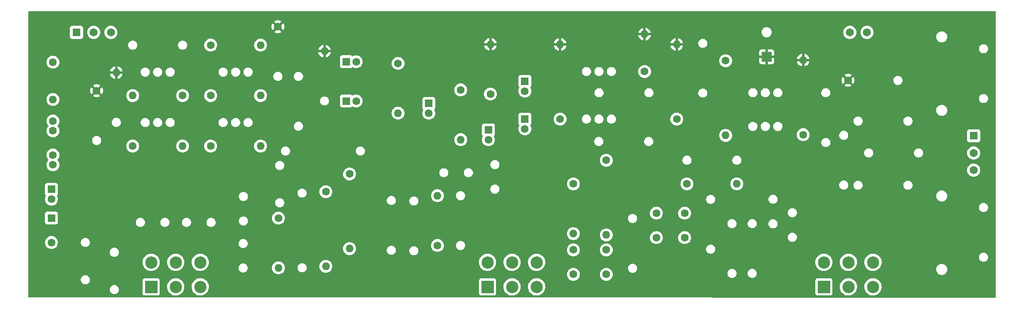
<source format=gbr>
%TF.GenerationSoftware,KiCad,Pcbnew,(6.0.7-1)-1*%
%TF.CreationDate,2023-01-17T23:08:22-05:00*%
%TF.ProjectId,2225_PE01,32323235-5f50-4453-9031-2e6b69636164,rev?*%
%TF.SameCoordinates,Original*%
%TF.FileFunction,Copper,L2,Inr*%
%TF.FilePolarity,Positive*%
%FSLAX46Y46*%
G04 Gerber Fmt 4.6, Leading zero omitted, Abs format (unit mm)*
G04 Created by KiCad (PCBNEW (6.0.7-1)-1) date 2023-01-17 23:08:22*
%MOMM*%
%LPD*%
G01*
G04 APERTURE LIST*
%TA.AperFunction,ComponentPad*%
%ADD10R,1.650000X1.650000*%
%TD*%
%TA.AperFunction,ComponentPad*%
%ADD11C,1.650000*%
%TD*%
%TA.AperFunction,ComponentPad*%
%ADD12C,1.600000*%
%TD*%
%TA.AperFunction,ComponentPad*%
%ADD13O,1.600000X1.600000*%
%TD*%
%TA.AperFunction,ComponentPad*%
%ADD14R,1.600000X1.600000*%
%TD*%
%TA.AperFunction,ComponentPad*%
%ADD15R,2.500000X2.500000*%
%TD*%
%TA.AperFunction,ComponentPad*%
%ADD16C,2.500000*%
%TD*%
%TA.AperFunction,ComponentPad*%
%ADD17R,2.000000X2.000000*%
%TD*%
G04 APERTURE END LIST*
D10*
%TO.N,Vin_R*%
%TO.C,J1*%
X194000000Y-26121000D03*
D11*
%TO.N,GND*%
X194000000Y-29621000D03*
%TO.N,Vin_L*%
X194000000Y-33121000D03*
%TD*%
D12*
%TO.N,Net-(RE29-Pad1)*%
%TO.C,RE29*%
X84800000Y-48500000D03*
D13*
%TO.N,Net-(CE17-Pad1)*%
X84800000Y-38340000D03*
%TD*%
%TO.N,/pwr*%
%TO.C,RE39*%
X61800000Y-8840000D03*
%TD*%
D12*
%TO.N,Net-(HE2-Pad2)*%
%TO.C,RE10*%
X126984500Y-13000000D03*
D13*
%TO.N,/pwr*%
X126984500Y-5380000D03*
%TD*%
D12*
%TO.N,Net-(CE9-Pad1)*%
%TO.C,CE9*%
X129384500Y-46900000D03*
%TO.N,Net-(CE17-Pad1)*%
X129384500Y-41900000D03*
%TD*%
D14*
%TO.N,/HE5_B*%
%TO.C,CE19*%
X66244888Y-19021000D03*
D12*
%TO.N,Net-(CE17-Pad2)*%
X68244888Y-19021000D03*
%TD*%
D11*
%TO.N,GND*%
%TO.C,J3*%
X168784500Y-5000000D03*
%TO.N,Vcc*%
X172284500Y-5000000D03*
%TD*%
D15*
%TO.N,Net-(CE11-Pad1)*%
%TO.C,RE52*%
X95000000Y-56950000D03*
D16*
%TO.N,Net-(RE29-Pad1)*%
X100000000Y-56950000D03*
%TO.N,Net-(CE11-Pad2)*%
X105000000Y-56950000D03*
%TO.N,Net-(CE12-Pad2)*%
X105000000Y-51950000D03*
%TO.N,Net-(RE30-Pad1)*%
X100000000Y-51950000D03*
%TO.N,Net-(CE12-Pad1)*%
X95000000Y-51950000D03*
%TD*%
D15*
%TO.N,Net-(CE13-Pad1)*%
%TO.C,RE53*%
X26500000Y-56950000D03*
D16*
%TO.N,Net-(CE13-Pad2)*%
X31500000Y-56950000D03*
%TO.N,Net-(CE15-Pad2)*%
X36500000Y-56950000D03*
%TO.N,Net-(CE16-Pad2)*%
X36500000Y-51950000D03*
%TO.N,Net-(CE14-Pad2)*%
X31500000Y-51950000D03*
%TO.N,Net-(CE14-Pad1)*%
X26500000Y-51950000D03*
%TD*%
D12*
%TO.N,/HE3_E*%
%TO.C,RE15*%
X109784500Y-22700000D03*
D13*
%TO.N,/pwr*%
X109784500Y-7460000D03*
%TD*%
D12*
%TO.N,GND*%
%TO.C,RE41*%
X38620000Y-28200000D03*
D13*
%TO.N,/HE5_B*%
X48780000Y-28200000D03*
%TD*%
D12*
%TO.N,Net-(CE22-Pad2)*%
%TO.C,CE24*%
X6500000Y-32028408D03*
%TO.N,Vout_R*%
X6500000Y-30028408D03*
%TD*%
%TO.N,Net-(CE5-Pad2)*%
%TO.C,RE19*%
X135604500Y-35921000D03*
D13*
%TO.N,Net-(CE7-Pad2)*%
X145764500Y-35921000D03*
%TD*%
D12*
%TO.N,Net-(CE4-Pad1)*%
%TO.C,RE16*%
X95584500Y-17600000D03*
D13*
%TO.N,/pwr*%
X95584500Y-7440000D03*
%TD*%
D15*
%TO.N,Net-(CE7-Pad1)*%
%TO.C,RE51*%
X163500000Y-56950000D03*
D16*
%TO.N,Net-(CE9-Pad1)*%
X168500000Y-56950000D03*
%TO.N,Net-(CE7-Pad2)*%
X173500000Y-56950000D03*
%TO.N,Net-(CE8-Pad2)*%
X173500000Y-51950000D03*
%TO.N,Net-(CE10-Pad1)*%
X168500000Y-51950000D03*
%TO.N,Net-(CE8-Pad1)*%
X163500000Y-51950000D03*
%TD*%
D12*
%TO.N,Net-(CE10-Pad1)*%
%TO.C,CE10*%
X135134500Y-46900000D03*
%TO.N,Net-(CE10-Pad2)*%
X135134500Y-41900000D03*
%TD*%
%TO.N,Vout_R*%
%TO.C,RE50*%
X38620000Y-7600000D03*
D13*
%TO.N,GND*%
X48780000Y-7600000D03*
%TD*%
D12*
%TO.N,Net-(CE12-Pad1)*%
%TO.C,CE12*%
X119184500Y-54400000D03*
%TO.N,Net-(CE12-Pad2)*%
X119184500Y-49400000D03*
%TD*%
%TO.N,/pwr*%
%TO.C,RE54*%
X168420000Y-14800000D03*
%TD*%
%TO.N,Net-(RE5-Pad1)*%
%TO.C,RE7*%
X159284500Y-25891000D03*
D13*
%TO.N,/pwr*%
X159284500Y-10651000D03*
%TD*%
D12*
%TO.N,GND*%
%TO.C,RE47*%
X22740000Y-28200000D03*
D13*
%TO.N,Net-(HE5-Pad1)*%
X32900000Y-28200000D03*
%TD*%
D12*
%TO.N,GND*%
%TO.C,RE17*%
X89534500Y-16741000D03*
D13*
%TO.N,Net-(CE5-Pad2)*%
X89534500Y-26901000D03*
%TD*%
D12*
%TO.N,Net-(CE21-Pad2)*%
%TO.C,CE23*%
X6500000Y-25100000D03*
%TO.N,Vout_L*%
X6500000Y-23100000D03*
%TD*%
%TO.N,/HE1_C*%
%TO.C,RE9*%
X133534500Y-22700000D03*
D13*
%TO.N,/pwr*%
X133534500Y-7460000D03*
%TD*%
D12*
%TO.N,Net-(CE15-Pad2)*%
%TO.C,RE35*%
X52414287Y-42920000D03*
D13*
%TO.N,Net-(CE13-Pad2)*%
X52414287Y-53080000D03*
%TD*%
D14*
%TO.N,/HE3_E*%
%TO.C,CE3*%
X102600000Y-22700000D03*
D12*
%TO.N,GND*%
X102600000Y-24700000D03*
%TD*%
D17*
%TO.N,/pwr*%
%TO.C,CE25*%
X151834500Y-9971000D03*
%TD*%
D12*
%TO.N,/pwr*%
%TO.C,RE40*%
X52300000Y-3840000D03*
%TD*%
%TO.N,GND*%
%TO.C,RE18*%
X76784500Y-11341000D03*
D13*
%TO.N,Net-(CE6-Pad2)*%
X76784500Y-21501000D03*
%TD*%
D12*
%TO.N,GND*%
%TO.C,RE49*%
X6500000Y-11090000D03*
D13*
%TO.N,Vout_L*%
X6500000Y-18710000D03*
%TD*%
D12*
%TO.N,Net-(HE5-Pad2)*%
%TO.C,RE43*%
X32900000Y-17900000D03*
D13*
%TO.N,Net-(CE21-Pad1)*%
X22740000Y-17900000D03*
%TD*%
D14*
%TO.N,Net-(CE22-Pad1)*%
%TO.C,CE22*%
X6200000Y-37046591D03*
D12*
%TO.N,Net-(CE22-Pad2)*%
X6200000Y-39046591D03*
%TD*%
D14*
%TO.N,Net-(CE4-Pad1)*%
%TO.C,CE4*%
X102600000Y-15000000D03*
D12*
%TO.N,GND*%
X102600000Y-17000000D03*
%TD*%
D10*
%TO.N,Vout_L*%
%TO.C,J2*%
X11300000Y-5000000D03*
D11*
%TO.N,GND*%
X14800000Y-5000000D03*
%TO.N,Vout_R*%
X18300000Y-5000000D03*
%TD*%
D12*
%TO.N,Net-(HE6-Pad1)*%
%TO.C,RE48*%
X38620000Y-17900000D03*
D13*
%TO.N,GND*%
X48780000Y-17900000D03*
%TD*%
D12*
%TO.N,Net-(CE6-Pad2)*%
%TO.C,RE26*%
X119184500Y-31100000D03*
D13*
%TO.N,Net-(CE12-Pad2)*%
X119184500Y-46340000D03*
%TD*%
D14*
%TO.N,/HE3_C*%
%TO.C,CE5*%
X95184500Y-24915888D03*
D12*
%TO.N,Net-(CE5-Pad2)*%
X95184500Y-26915888D03*
%TD*%
%TO.N,GND*%
%TO.C,RE11*%
X143484500Y-10780000D03*
D13*
%TO.N,/HE1_E*%
X143484500Y-26020000D03*
%TD*%
D12*
%TO.N,Net-(CE18-Pad2)*%
%TO.C,RE38*%
X62071429Y-37520000D03*
D13*
%TO.N,Net-(CE14-Pad2)*%
X62071429Y-52760000D03*
%TD*%
D14*
%TO.N,Net-(CE21-Pad1)*%
%TO.C,CE21*%
X6200000Y-42900000D03*
D12*
%TO.N,Net-(CE21-Pad2)*%
X6200000Y-47900000D03*
%TD*%
%TO.N,Net-(CE5-Pad2)*%
%TO.C,RE31*%
X66900000Y-33900000D03*
D13*
%TO.N,Net-(CE15-Pad2)*%
X66900000Y-49140000D03*
%TD*%
D12*
%TO.N,Net-(CE11-Pad1)*%
%TO.C,CE11*%
X112484500Y-54400000D03*
%TO.N,Net-(CE11-Pad2)*%
X112484500Y-49400000D03*
%TD*%
%TO.N,/pwr*%
%TO.C,RE46*%
X15400000Y-16900000D03*
%TD*%
D14*
%TO.N,Net-(CE20-Pad1)*%
%TO.C,CE20*%
X66244888Y-11000000D03*
D12*
%TO.N,Net-(CE18-Pad2)*%
X68244888Y-11000000D03*
%TD*%
%TO.N,Net-(CE5-Pad2)*%
%TO.C,RE25*%
X112484500Y-35920000D03*
D13*
%TO.N,Net-(CE11-Pad2)*%
X112484500Y-46080000D03*
%TD*%
%TO.N,/pwr*%
%TO.C,RE45*%
X19400000Y-13220000D03*
%TD*%
D14*
%TO.N,Net-(CE6-Pad1)*%
%TO.C,CE6*%
X83034500Y-19500000D03*
D12*
%TO.N,Net-(CE6-Pad2)*%
X83034500Y-21500000D03*
%TD*%
%TA.AperFunction,Conductor*%
%TO.N,/pwr*%
G36*
X198476513Y-691002D02*
G01*
X198523006Y-744658D01*
X198534392Y-797108D01*
X198517622Y-20417715D01*
X198484651Y-58995032D01*
X198484608Y-59045076D01*
X198464548Y-59113179D01*
X198410852Y-59159626D01*
X198358576Y-59170968D01*
X83833556Y-59141901D01*
X1610468Y-59121032D01*
X1542352Y-59101013D01*
X1495873Y-59047345D01*
X1484500Y-58995032D01*
X1484500Y-57607589D01*
X18071500Y-57607589D01*
X18072872Y-57614042D01*
X18072872Y-57614046D01*
X18084182Y-57667252D01*
X18112080Y-57798503D01*
X18114764Y-57804532D01*
X18114765Y-57804534D01*
X18157821Y-57901237D01*
X18191467Y-57976807D01*
X18195347Y-57982148D01*
X18195348Y-57982149D01*
X18283280Y-58103177D01*
X18306190Y-58134710D01*
X18311092Y-58139123D01*
X18311093Y-58139125D01*
X18390681Y-58210787D01*
X18451235Y-58265310D01*
X18456956Y-58268613D01*
X18542004Y-58317715D01*
X18620265Y-58362899D01*
X18805891Y-58423212D01*
X18812454Y-58423902D01*
X18812455Y-58423902D01*
X18835479Y-58426322D01*
X18951344Y-58438500D01*
X19048656Y-58438500D01*
X19164521Y-58426322D01*
X19187545Y-58423902D01*
X19187546Y-58423902D01*
X19194109Y-58423212D01*
X19379735Y-58362899D01*
X19457997Y-58317715D01*
X19543044Y-58268613D01*
X19548765Y-58265310D01*
X19567841Y-58248134D01*
X24741500Y-58248134D01*
X24748255Y-58310316D01*
X24799385Y-58446705D01*
X24886739Y-58563261D01*
X25003295Y-58650615D01*
X25139684Y-58701745D01*
X25201866Y-58708500D01*
X27798134Y-58708500D01*
X27860316Y-58701745D01*
X27996705Y-58650615D01*
X28113261Y-58563261D01*
X28200615Y-58446705D01*
X28251745Y-58310316D01*
X28258500Y-58248134D01*
X28258500Y-56903839D01*
X29737173Y-56903839D01*
X29749713Y-57164908D01*
X29800704Y-57421256D01*
X29889026Y-57667252D01*
X29891242Y-57671376D01*
X29955753Y-57791437D01*
X30012737Y-57897491D01*
X30015532Y-57901234D01*
X30015534Y-57901237D01*
X30166330Y-58103177D01*
X30166335Y-58103183D01*
X30169122Y-58106915D01*
X30172431Y-58110195D01*
X30172436Y-58110201D01*
X30328905Y-58265310D01*
X30354743Y-58290923D01*
X30358505Y-58293681D01*
X30358508Y-58293684D01*
X30561750Y-58442707D01*
X30565524Y-58445474D01*
X30569667Y-58447654D01*
X30569669Y-58447655D01*
X30792684Y-58564989D01*
X30792689Y-58564991D01*
X30796834Y-58567172D01*
X31043590Y-58653344D01*
X31048183Y-58654216D01*
X31295785Y-58701224D01*
X31295788Y-58701224D01*
X31300374Y-58702095D01*
X31430959Y-58707226D01*
X31556875Y-58712174D01*
X31556881Y-58712174D01*
X31561543Y-58712357D01*
X31650651Y-58702598D01*
X31816707Y-58684412D01*
X31816712Y-58684411D01*
X31821360Y-58683902D01*
X31934116Y-58654216D01*
X32069594Y-58618548D01*
X32069596Y-58618547D01*
X32074117Y-58617357D01*
X32314262Y-58514182D01*
X32436564Y-58438500D01*
X32532547Y-58379104D01*
X32532548Y-58379104D01*
X32536519Y-58376646D01*
X32540082Y-58373629D01*
X32540087Y-58373626D01*
X32732439Y-58210787D01*
X32732440Y-58210786D01*
X32736005Y-58207768D01*
X32756736Y-58184128D01*
X32905257Y-58014774D01*
X32905261Y-58014769D01*
X32908339Y-58011259D01*
X33049733Y-57791437D01*
X33157083Y-57553129D01*
X33228030Y-57301572D01*
X33244832Y-57169496D01*
X33260616Y-57045421D01*
X33260616Y-57045417D01*
X33261014Y-57042291D01*
X33261131Y-57037851D01*
X33263348Y-56953160D01*
X33263431Y-56950000D01*
X33260001Y-56903839D01*
X34737173Y-56903839D01*
X34749713Y-57164908D01*
X34800704Y-57421256D01*
X34889026Y-57667252D01*
X34891242Y-57671376D01*
X34955753Y-57791437D01*
X35012737Y-57897491D01*
X35015532Y-57901234D01*
X35015534Y-57901237D01*
X35166330Y-58103177D01*
X35166335Y-58103183D01*
X35169122Y-58106915D01*
X35172431Y-58110195D01*
X35172436Y-58110201D01*
X35328905Y-58265310D01*
X35354743Y-58290923D01*
X35358505Y-58293681D01*
X35358508Y-58293684D01*
X35561750Y-58442707D01*
X35565524Y-58445474D01*
X35569667Y-58447654D01*
X35569669Y-58447655D01*
X35792684Y-58564989D01*
X35792689Y-58564991D01*
X35796834Y-58567172D01*
X36043590Y-58653344D01*
X36048183Y-58654216D01*
X36295785Y-58701224D01*
X36295788Y-58701224D01*
X36300374Y-58702095D01*
X36430959Y-58707226D01*
X36556875Y-58712174D01*
X36556881Y-58712174D01*
X36561543Y-58712357D01*
X36650651Y-58702598D01*
X36816707Y-58684412D01*
X36816712Y-58684411D01*
X36821360Y-58683902D01*
X36934116Y-58654216D01*
X37069594Y-58618548D01*
X37069596Y-58618547D01*
X37074117Y-58617357D01*
X37314262Y-58514182D01*
X37436564Y-58438500D01*
X37532547Y-58379104D01*
X37532548Y-58379104D01*
X37536519Y-58376646D01*
X37540082Y-58373629D01*
X37540087Y-58373626D01*
X37688323Y-58248134D01*
X93241500Y-58248134D01*
X93248255Y-58310316D01*
X93299385Y-58446705D01*
X93386739Y-58563261D01*
X93503295Y-58650615D01*
X93639684Y-58701745D01*
X93701866Y-58708500D01*
X96298134Y-58708500D01*
X96360316Y-58701745D01*
X96496705Y-58650615D01*
X96613261Y-58563261D01*
X96700615Y-58446705D01*
X96751745Y-58310316D01*
X96758500Y-58248134D01*
X96758500Y-56903839D01*
X98237173Y-56903839D01*
X98249713Y-57164908D01*
X98300704Y-57421256D01*
X98389026Y-57667252D01*
X98391242Y-57671376D01*
X98455753Y-57791437D01*
X98512737Y-57897491D01*
X98515532Y-57901234D01*
X98515534Y-57901237D01*
X98666330Y-58103177D01*
X98666335Y-58103183D01*
X98669122Y-58106915D01*
X98672431Y-58110195D01*
X98672436Y-58110201D01*
X98828905Y-58265310D01*
X98854743Y-58290923D01*
X98858505Y-58293681D01*
X98858508Y-58293684D01*
X99061750Y-58442707D01*
X99065524Y-58445474D01*
X99069667Y-58447654D01*
X99069669Y-58447655D01*
X99292684Y-58564989D01*
X99292689Y-58564991D01*
X99296834Y-58567172D01*
X99543590Y-58653344D01*
X99548183Y-58654216D01*
X99795785Y-58701224D01*
X99795788Y-58701224D01*
X99800374Y-58702095D01*
X99930959Y-58707226D01*
X100056875Y-58712174D01*
X100056881Y-58712174D01*
X100061543Y-58712357D01*
X100150651Y-58702598D01*
X100316707Y-58684412D01*
X100316712Y-58684411D01*
X100321360Y-58683902D01*
X100434116Y-58654216D01*
X100569594Y-58618548D01*
X100569596Y-58618547D01*
X100574117Y-58617357D01*
X100814262Y-58514182D01*
X100936564Y-58438500D01*
X101032547Y-58379104D01*
X101032548Y-58379104D01*
X101036519Y-58376646D01*
X101040082Y-58373629D01*
X101040087Y-58373626D01*
X101232439Y-58210787D01*
X101232440Y-58210786D01*
X101236005Y-58207768D01*
X101256736Y-58184128D01*
X101405257Y-58014774D01*
X101405261Y-58014769D01*
X101408339Y-58011259D01*
X101549733Y-57791437D01*
X101657083Y-57553129D01*
X101728030Y-57301572D01*
X101744832Y-57169496D01*
X101760616Y-57045421D01*
X101760616Y-57045417D01*
X101761014Y-57042291D01*
X101761131Y-57037851D01*
X101763348Y-56953160D01*
X101763431Y-56950000D01*
X101760001Y-56903839D01*
X103237173Y-56903839D01*
X103249713Y-57164908D01*
X103300704Y-57421256D01*
X103389026Y-57667252D01*
X103391242Y-57671376D01*
X103455753Y-57791437D01*
X103512737Y-57897491D01*
X103515532Y-57901234D01*
X103515534Y-57901237D01*
X103666330Y-58103177D01*
X103666335Y-58103183D01*
X103669122Y-58106915D01*
X103672431Y-58110195D01*
X103672436Y-58110201D01*
X103828905Y-58265310D01*
X103854743Y-58290923D01*
X103858505Y-58293681D01*
X103858508Y-58293684D01*
X104061750Y-58442707D01*
X104065524Y-58445474D01*
X104069667Y-58447654D01*
X104069669Y-58447655D01*
X104292684Y-58564989D01*
X104292689Y-58564991D01*
X104296834Y-58567172D01*
X104543590Y-58653344D01*
X104548183Y-58654216D01*
X104795785Y-58701224D01*
X104795788Y-58701224D01*
X104800374Y-58702095D01*
X104930959Y-58707226D01*
X105056875Y-58712174D01*
X105056881Y-58712174D01*
X105061543Y-58712357D01*
X105150651Y-58702598D01*
X105316707Y-58684412D01*
X105316712Y-58684411D01*
X105321360Y-58683902D01*
X105434116Y-58654216D01*
X105569594Y-58618548D01*
X105569596Y-58618547D01*
X105574117Y-58617357D01*
X105814262Y-58514182D01*
X105936564Y-58438500D01*
X106032547Y-58379104D01*
X106032548Y-58379104D01*
X106036519Y-58376646D01*
X106040082Y-58373629D01*
X106040087Y-58373626D01*
X106188323Y-58248134D01*
X161741500Y-58248134D01*
X161748255Y-58310316D01*
X161799385Y-58446705D01*
X161886739Y-58563261D01*
X162003295Y-58650615D01*
X162139684Y-58701745D01*
X162201866Y-58708500D01*
X164798134Y-58708500D01*
X164860316Y-58701745D01*
X164996705Y-58650615D01*
X165113261Y-58563261D01*
X165200615Y-58446705D01*
X165251745Y-58310316D01*
X165258500Y-58248134D01*
X165258500Y-56903839D01*
X166737173Y-56903839D01*
X166749713Y-57164908D01*
X166800704Y-57421256D01*
X166889026Y-57667252D01*
X166891242Y-57671376D01*
X166955753Y-57791437D01*
X167012737Y-57897491D01*
X167015532Y-57901234D01*
X167015534Y-57901237D01*
X167166330Y-58103177D01*
X167166335Y-58103183D01*
X167169122Y-58106915D01*
X167172431Y-58110195D01*
X167172436Y-58110201D01*
X167328905Y-58265310D01*
X167354743Y-58290923D01*
X167358505Y-58293681D01*
X167358508Y-58293684D01*
X167561750Y-58442707D01*
X167565524Y-58445474D01*
X167569667Y-58447654D01*
X167569669Y-58447655D01*
X167792684Y-58564989D01*
X167792689Y-58564991D01*
X167796834Y-58567172D01*
X168043590Y-58653344D01*
X168048183Y-58654216D01*
X168295785Y-58701224D01*
X168295788Y-58701224D01*
X168300374Y-58702095D01*
X168430959Y-58707226D01*
X168556875Y-58712174D01*
X168556881Y-58712174D01*
X168561543Y-58712357D01*
X168650651Y-58702598D01*
X168816707Y-58684412D01*
X168816712Y-58684411D01*
X168821360Y-58683902D01*
X168934116Y-58654216D01*
X169069594Y-58618548D01*
X169069596Y-58618547D01*
X169074117Y-58617357D01*
X169314262Y-58514182D01*
X169436564Y-58438500D01*
X169532547Y-58379104D01*
X169532548Y-58379104D01*
X169536519Y-58376646D01*
X169540082Y-58373629D01*
X169540087Y-58373626D01*
X169732439Y-58210787D01*
X169732440Y-58210786D01*
X169736005Y-58207768D01*
X169756736Y-58184128D01*
X169905257Y-58014774D01*
X169905261Y-58014769D01*
X169908339Y-58011259D01*
X170049733Y-57791437D01*
X170157083Y-57553129D01*
X170228030Y-57301572D01*
X170244832Y-57169496D01*
X170260616Y-57045421D01*
X170260616Y-57045417D01*
X170261014Y-57042291D01*
X170261131Y-57037851D01*
X170263348Y-56953160D01*
X170263431Y-56950000D01*
X170260001Y-56903839D01*
X171737173Y-56903839D01*
X171749713Y-57164908D01*
X171800704Y-57421256D01*
X171889026Y-57667252D01*
X171891242Y-57671376D01*
X171955753Y-57791437D01*
X172012737Y-57897491D01*
X172015532Y-57901234D01*
X172015534Y-57901237D01*
X172166330Y-58103177D01*
X172166335Y-58103183D01*
X172169122Y-58106915D01*
X172172431Y-58110195D01*
X172172436Y-58110201D01*
X172328905Y-58265310D01*
X172354743Y-58290923D01*
X172358505Y-58293681D01*
X172358508Y-58293684D01*
X172561750Y-58442707D01*
X172565524Y-58445474D01*
X172569667Y-58447654D01*
X172569669Y-58447655D01*
X172792684Y-58564989D01*
X172792689Y-58564991D01*
X172796834Y-58567172D01*
X173043590Y-58653344D01*
X173048183Y-58654216D01*
X173295785Y-58701224D01*
X173295788Y-58701224D01*
X173300374Y-58702095D01*
X173430959Y-58707226D01*
X173556875Y-58712174D01*
X173556881Y-58712174D01*
X173561543Y-58712357D01*
X173650651Y-58702598D01*
X173816707Y-58684412D01*
X173816712Y-58684411D01*
X173821360Y-58683902D01*
X173934116Y-58654216D01*
X174069594Y-58618548D01*
X174069596Y-58618547D01*
X174074117Y-58617357D01*
X174314262Y-58514182D01*
X174436564Y-58438500D01*
X174532547Y-58379104D01*
X174532548Y-58379104D01*
X174536519Y-58376646D01*
X174540082Y-58373629D01*
X174540087Y-58373626D01*
X174732439Y-58210787D01*
X174732440Y-58210786D01*
X174736005Y-58207768D01*
X174756736Y-58184128D01*
X174905257Y-58014774D01*
X174905261Y-58014769D01*
X174908339Y-58011259D01*
X175049733Y-57791437D01*
X175157083Y-57553129D01*
X175228030Y-57301572D01*
X175244832Y-57169496D01*
X175260616Y-57045421D01*
X175260616Y-57045417D01*
X175261014Y-57042291D01*
X175261131Y-57037851D01*
X175263348Y-56953160D01*
X175263431Y-56950000D01*
X175248917Y-56754690D01*
X175244407Y-56694000D01*
X175244406Y-56693996D01*
X175244061Y-56689348D01*
X175236765Y-56657101D01*
X175187408Y-56438980D01*
X175186377Y-56434423D01*
X175167603Y-56386146D01*
X175093340Y-56195176D01*
X175093339Y-56195173D01*
X175091647Y-56190823D01*
X174961951Y-55963902D01*
X174800138Y-55758643D01*
X174609763Y-55579557D01*
X174395009Y-55430576D01*
X174390816Y-55428508D01*
X174164781Y-55317040D01*
X174164778Y-55317039D01*
X174160593Y-55314975D01*
X174114449Y-55300204D01*
X173916123Y-55236720D01*
X173911665Y-55235293D01*
X173653693Y-55193279D01*
X173539942Y-55191790D01*
X173397022Y-55189919D01*
X173397019Y-55189919D01*
X173392345Y-55189858D01*
X173133362Y-55225104D01*
X172882433Y-55298243D01*
X172878180Y-55300203D01*
X172878179Y-55300204D01*
X172841659Y-55317040D01*
X172645072Y-55407668D01*
X172606067Y-55433241D01*
X172430404Y-55548410D01*
X172430399Y-55548414D01*
X172426491Y-55550976D01*
X172231494Y-55725018D01*
X172064363Y-55925970D01*
X172061934Y-55929973D01*
X171941086Y-56129125D01*
X171928771Y-56149419D01*
X171827697Y-56390455D01*
X171763359Y-56643783D01*
X171762891Y-56648434D01*
X171762890Y-56648438D01*
X171762018Y-56657101D01*
X171737173Y-56903839D01*
X170260001Y-56903839D01*
X170248917Y-56754690D01*
X170244407Y-56694000D01*
X170244406Y-56693996D01*
X170244061Y-56689348D01*
X170236765Y-56657101D01*
X170187408Y-56438980D01*
X170186377Y-56434423D01*
X170167603Y-56386146D01*
X170093340Y-56195176D01*
X170093339Y-56195173D01*
X170091647Y-56190823D01*
X169961951Y-55963902D01*
X169800138Y-55758643D01*
X169609763Y-55579557D01*
X169395009Y-55430576D01*
X169390816Y-55428508D01*
X169164781Y-55317040D01*
X169164778Y-55317039D01*
X169160593Y-55314975D01*
X169114449Y-55300204D01*
X168916123Y-55236720D01*
X168911665Y-55235293D01*
X168653693Y-55193279D01*
X168539942Y-55191790D01*
X168397022Y-55189919D01*
X168397019Y-55189919D01*
X168392345Y-55189858D01*
X168133362Y-55225104D01*
X167882433Y-55298243D01*
X167878180Y-55300203D01*
X167878179Y-55300204D01*
X167841659Y-55317040D01*
X167645072Y-55407668D01*
X167606067Y-55433241D01*
X167430404Y-55548410D01*
X167430399Y-55548414D01*
X167426491Y-55550976D01*
X167231494Y-55725018D01*
X167064363Y-55925970D01*
X167061934Y-55929973D01*
X166941086Y-56129125D01*
X166928771Y-56149419D01*
X166827697Y-56390455D01*
X166763359Y-56643783D01*
X166762891Y-56648434D01*
X166762890Y-56648438D01*
X166762018Y-56657101D01*
X166737173Y-56903839D01*
X165258500Y-56903839D01*
X165258500Y-55651866D01*
X165251745Y-55589684D01*
X165200615Y-55453295D01*
X165113261Y-55336739D01*
X164996705Y-55249385D01*
X164860316Y-55198255D01*
X164798134Y-55191500D01*
X162201866Y-55191500D01*
X162139684Y-55198255D01*
X162003295Y-55249385D01*
X161886739Y-55336739D01*
X161799385Y-55453295D01*
X161748255Y-55589684D01*
X161741500Y-55651866D01*
X161741500Y-58248134D01*
X106188323Y-58248134D01*
X106232439Y-58210787D01*
X106232440Y-58210786D01*
X106236005Y-58207768D01*
X106256736Y-58184128D01*
X106405257Y-58014774D01*
X106405261Y-58014769D01*
X106408339Y-58011259D01*
X106549733Y-57791437D01*
X106657083Y-57553129D01*
X106728030Y-57301572D01*
X106744832Y-57169496D01*
X106760616Y-57045421D01*
X106760616Y-57045417D01*
X106761014Y-57042291D01*
X106761131Y-57037851D01*
X106763348Y-56953160D01*
X106763431Y-56950000D01*
X106748917Y-56754690D01*
X106744407Y-56694000D01*
X106744406Y-56693996D01*
X106744061Y-56689348D01*
X106736765Y-56657101D01*
X106687408Y-56438980D01*
X106686377Y-56434423D01*
X106667603Y-56386146D01*
X106593340Y-56195176D01*
X106593339Y-56195173D01*
X106591647Y-56190823D01*
X106461951Y-55963902D01*
X106300138Y-55758643D01*
X106109763Y-55579557D01*
X105895009Y-55430576D01*
X105890816Y-55428508D01*
X105664781Y-55317040D01*
X105664778Y-55317039D01*
X105660593Y-55314975D01*
X105614449Y-55300204D01*
X105416123Y-55236720D01*
X105411665Y-55235293D01*
X105153693Y-55193279D01*
X105039942Y-55191790D01*
X104897022Y-55189919D01*
X104897019Y-55189919D01*
X104892345Y-55189858D01*
X104633362Y-55225104D01*
X104382433Y-55298243D01*
X104378180Y-55300203D01*
X104378179Y-55300204D01*
X104341659Y-55317040D01*
X104145072Y-55407668D01*
X104106067Y-55433241D01*
X103930404Y-55548410D01*
X103930399Y-55548414D01*
X103926491Y-55550976D01*
X103731494Y-55725018D01*
X103564363Y-55925970D01*
X103561934Y-55929973D01*
X103441086Y-56129125D01*
X103428771Y-56149419D01*
X103327697Y-56390455D01*
X103263359Y-56643783D01*
X103262891Y-56648434D01*
X103262890Y-56648438D01*
X103262018Y-56657101D01*
X103237173Y-56903839D01*
X101760001Y-56903839D01*
X101748917Y-56754690D01*
X101744407Y-56694000D01*
X101744406Y-56693996D01*
X101744061Y-56689348D01*
X101736765Y-56657101D01*
X101687408Y-56438980D01*
X101686377Y-56434423D01*
X101667603Y-56386146D01*
X101593340Y-56195176D01*
X101593339Y-56195173D01*
X101591647Y-56190823D01*
X101461951Y-55963902D01*
X101300138Y-55758643D01*
X101109763Y-55579557D01*
X100895009Y-55430576D01*
X100890816Y-55428508D01*
X100664781Y-55317040D01*
X100664778Y-55317039D01*
X100660593Y-55314975D01*
X100614449Y-55300204D01*
X100416123Y-55236720D01*
X100411665Y-55235293D01*
X100153693Y-55193279D01*
X100039942Y-55191790D01*
X99897022Y-55189919D01*
X99897019Y-55189919D01*
X99892345Y-55189858D01*
X99633362Y-55225104D01*
X99382433Y-55298243D01*
X99378180Y-55300203D01*
X99378179Y-55300204D01*
X99341659Y-55317040D01*
X99145072Y-55407668D01*
X99106067Y-55433241D01*
X98930404Y-55548410D01*
X98930399Y-55548414D01*
X98926491Y-55550976D01*
X98731494Y-55725018D01*
X98564363Y-55925970D01*
X98561934Y-55929973D01*
X98441086Y-56129125D01*
X98428771Y-56149419D01*
X98327697Y-56390455D01*
X98263359Y-56643783D01*
X98262891Y-56648434D01*
X98262890Y-56648438D01*
X98262018Y-56657101D01*
X98237173Y-56903839D01*
X96758500Y-56903839D01*
X96758500Y-55651866D01*
X96751745Y-55589684D01*
X96700615Y-55453295D01*
X96613261Y-55336739D01*
X96496705Y-55249385D01*
X96360316Y-55198255D01*
X96298134Y-55191500D01*
X93701866Y-55191500D01*
X93639684Y-55198255D01*
X93503295Y-55249385D01*
X93386739Y-55336739D01*
X93299385Y-55453295D01*
X93248255Y-55589684D01*
X93241500Y-55651866D01*
X93241500Y-58248134D01*
X37688323Y-58248134D01*
X37732439Y-58210787D01*
X37732440Y-58210786D01*
X37736005Y-58207768D01*
X37756736Y-58184128D01*
X37905257Y-58014774D01*
X37905261Y-58014769D01*
X37908339Y-58011259D01*
X38049733Y-57791437D01*
X38157083Y-57553129D01*
X38228030Y-57301572D01*
X38244832Y-57169496D01*
X38260616Y-57045421D01*
X38260616Y-57045417D01*
X38261014Y-57042291D01*
X38261131Y-57037851D01*
X38263348Y-56953160D01*
X38263431Y-56950000D01*
X38248917Y-56754690D01*
X38244407Y-56694000D01*
X38244406Y-56693996D01*
X38244061Y-56689348D01*
X38236765Y-56657101D01*
X38187408Y-56438980D01*
X38186377Y-56434423D01*
X38167603Y-56386146D01*
X38093340Y-56195176D01*
X38093339Y-56195173D01*
X38091647Y-56190823D01*
X37961951Y-55963902D01*
X37800138Y-55758643D01*
X37609763Y-55579557D01*
X37395009Y-55430576D01*
X37390816Y-55428508D01*
X37164781Y-55317040D01*
X37164778Y-55317039D01*
X37160593Y-55314975D01*
X37114449Y-55300204D01*
X36916123Y-55236720D01*
X36911665Y-55235293D01*
X36653693Y-55193279D01*
X36539942Y-55191790D01*
X36397022Y-55189919D01*
X36397019Y-55189919D01*
X36392345Y-55189858D01*
X36133362Y-55225104D01*
X35882433Y-55298243D01*
X35878180Y-55300203D01*
X35878179Y-55300204D01*
X35841659Y-55317040D01*
X35645072Y-55407668D01*
X35606067Y-55433241D01*
X35430404Y-55548410D01*
X35430399Y-55548414D01*
X35426491Y-55550976D01*
X35231494Y-55725018D01*
X35064363Y-55925970D01*
X35061934Y-55929973D01*
X34941086Y-56129125D01*
X34928771Y-56149419D01*
X34827697Y-56390455D01*
X34763359Y-56643783D01*
X34762891Y-56648434D01*
X34762890Y-56648438D01*
X34762018Y-56657101D01*
X34737173Y-56903839D01*
X33260001Y-56903839D01*
X33248917Y-56754690D01*
X33244407Y-56694000D01*
X33244406Y-56693996D01*
X33244061Y-56689348D01*
X33236765Y-56657101D01*
X33187408Y-56438980D01*
X33186377Y-56434423D01*
X33167603Y-56386146D01*
X33093340Y-56195176D01*
X33093339Y-56195173D01*
X33091647Y-56190823D01*
X32961951Y-55963902D01*
X32800138Y-55758643D01*
X32609763Y-55579557D01*
X32395009Y-55430576D01*
X32390816Y-55428508D01*
X32164781Y-55317040D01*
X32164778Y-55317039D01*
X32160593Y-55314975D01*
X32114449Y-55300204D01*
X31916123Y-55236720D01*
X31911665Y-55235293D01*
X31653693Y-55193279D01*
X31539942Y-55191790D01*
X31397022Y-55189919D01*
X31397019Y-55189919D01*
X31392345Y-55189858D01*
X31133362Y-55225104D01*
X30882433Y-55298243D01*
X30878180Y-55300203D01*
X30878179Y-55300204D01*
X30841659Y-55317040D01*
X30645072Y-55407668D01*
X30606067Y-55433241D01*
X30430404Y-55548410D01*
X30430399Y-55548414D01*
X30426491Y-55550976D01*
X30231494Y-55725018D01*
X30064363Y-55925970D01*
X30061934Y-55929973D01*
X29941086Y-56129125D01*
X29928771Y-56149419D01*
X29827697Y-56390455D01*
X29763359Y-56643783D01*
X29762891Y-56648434D01*
X29762890Y-56648438D01*
X29762018Y-56657101D01*
X29737173Y-56903839D01*
X28258500Y-56903839D01*
X28258500Y-55651866D01*
X28251745Y-55589684D01*
X28200615Y-55453295D01*
X28113261Y-55336739D01*
X27996705Y-55249385D01*
X27860316Y-55198255D01*
X27798134Y-55191500D01*
X25201866Y-55191500D01*
X25139684Y-55198255D01*
X25003295Y-55249385D01*
X24886739Y-55336739D01*
X24799385Y-55453295D01*
X24748255Y-55589684D01*
X24741500Y-55651866D01*
X24741500Y-58248134D01*
X19567841Y-58248134D01*
X19609319Y-58210787D01*
X19688907Y-58139125D01*
X19688908Y-58139123D01*
X19693810Y-58134710D01*
X19716720Y-58103177D01*
X19804652Y-57982149D01*
X19804653Y-57982148D01*
X19808533Y-57976807D01*
X19842180Y-57901237D01*
X19885235Y-57804534D01*
X19885236Y-57804532D01*
X19887920Y-57798503D01*
X19915818Y-57667252D01*
X19927128Y-57614046D01*
X19927128Y-57614042D01*
X19928500Y-57607589D01*
X19928500Y-57412411D01*
X19887920Y-57221497D01*
X19885235Y-57215466D01*
X19811218Y-57049223D01*
X19811217Y-57049221D01*
X19808533Y-57043193D01*
X19740825Y-56950000D01*
X19697689Y-56890629D01*
X19693810Y-56885290D01*
X19548765Y-56754690D01*
X19379735Y-56657101D01*
X19194109Y-56596788D01*
X19187546Y-56596098D01*
X19187545Y-56596098D01*
X19164521Y-56593678D01*
X19048656Y-56581500D01*
X18951344Y-56581500D01*
X18835479Y-56593678D01*
X18812455Y-56596098D01*
X18812454Y-56596098D01*
X18805891Y-56596788D01*
X18620265Y-56657101D01*
X18451235Y-56754690D01*
X18306190Y-56885290D01*
X18302311Y-56890629D01*
X18259176Y-56950000D01*
X18191467Y-57043193D01*
X18188783Y-57049221D01*
X18188782Y-57049223D01*
X18114765Y-57215466D01*
X18112080Y-57221497D01*
X18071500Y-57412411D01*
X18071500Y-57607589D01*
X1484500Y-57607589D01*
X1484500Y-55597589D01*
X12171500Y-55597589D01*
X12172872Y-55604042D01*
X12172872Y-55604046D01*
X12179602Y-55635707D01*
X12212080Y-55788503D01*
X12291467Y-55966807D01*
X12406190Y-56124710D01*
X12551235Y-56255310D01*
X12720265Y-56352899D01*
X12726551Y-56354941D01*
X12726550Y-56354941D01*
X12835852Y-56390455D01*
X12905891Y-56413212D01*
X12912454Y-56413902D01*
X12912455Y-56413902D01*
X12935479Y-56416322D01*
X13051344Y-56428500D01*
X13148656Y-56428500D01*
X13264521Y-56416322D01*
X13287545Y-56413902D01*
X13287546Y-56413902D01*
X13294109Y-56413212D01*
X13364149Y-56390455D01*
X13473450Y-56354941D01*
X13473449Y-56354941D01*
X13479735Y-56352899D01*
X13648765Y-56255310D01*
X13793810Y-56124710D01*
X13908533Y-55966807D01*
X13987920Y-55788503D01*
X14020398Y-55635707D01*
X14027128Y-55604046D01*
X14027128Y-55604042D01*
X14028500Y-55597589D01*
X14028500Y-55402411D01*
X13987920Y-55211497D01*
X13982024Y-55198255D01*
X13911218Y-55039223D01*
X13911217Y-55039221D01*
X13908533Y-55033193D01*
X13793810Y-54875290D01*
X13648765Y-54744690D01*
X13479735Y-54647101D01*
X13294109Y-54586788D01*
X13287546Y-54586098D01*
X13287545Y-54586098D01*
X13264521Y-54583678D01*
X13148656Y-54571500D01*
X13051344Y-54571500D01*
X12935479Y-54583678D01*
X12912455Y-54586098D01*
X12912454Y-54586098D01*
X12905891Y-54586788D01*
X12720265Y-54647101D01*
X12551235Y-54744690D01*
X12406190Y-54875290D01*
X12291467Y-55033193D01*
X12288783Y-55039221D01*
X12288782Y-55039223D01*
X12217976Y-55198255D01*
X12212080Y-55211497D01*
X12171500Y-55402411D01*
X12171500Y-55597589D01*
X1484500Y-55597589D01*
X1484500Y-54400000D01*
X111171002Y-54400000D01*
X111190957Y-54628087D01*
X111250216Y-54849243D01*
X111252539Y-54854224D01*
X111252539Y-54854225D01*
X111344651Y-55051762D01*
X111344654Y-55051767D01*
X111346977Y-55056749D01*
X111350134Y-55061257D01*
X111465777Y-55226412D01*
X111478302Y-55244300D01*
X111640200Y-55406198D01*
X111644708Y-55409355D01*
X111644711Y-55409357D01*
X111707461Y-55453295D01*
X111827751Y-55537523D01*
X111832733Y-55539846D01*
X111832738Y-55539849D01*
X112030275Y-55631961D01*
X112035257Y-55634284D01*
X112040565Y-55635706D01*
X112040567Y-55635707D01*
X112251098Y-55692119D01*
X112251100Y-55692119D01*
X112256413Y-55693543D01*
X112484500Y-55713498D01*
X112712587Y-55693543D01*
X112717900Y-55692119D01*
X112717902Y-55692119D01*
X112928433Y-55635707D01*
X112928435Y-55635706D01*
X112933743Y-55634284D01*
X112938725Y-55631961D01*
X113136262Y-55539849D01*
X113136267Y-55539846D01*
X113141249Y-55537523D01*
X113261539Y-55453295D01*
X113324289Y-55409357D01*
X113324292Y-55409355D01*
X113328800Y-55406198D01*
X113490698Y-55244300D01*
X113503224Y-55226412D01*
X113618866Y-55061257D01*
X113622023Y-55056749D01*
X113624346Y-55051767D01*
X113624349Y-55051762D01*
X113716461Y-54854225D01*
X113716461Y-54854224D01*
X113718784Y-54849243D01*
X113778043Y-54628087D01*
X113797998Y-54400000D01*
X117871002Y-54400000D01*
X117890957Y-54628087D01*
X117950216Y-54849243D01*
X117952539Y-54854224D01*
X117952539Y-54854225D01*
X118044651Y-55051762D01*
X118044654Y-55051767D01*
X118046977Y-55056749D01*
X118050134Y-55061257D01*
X118165777Y-55226412D01*
X118178302Y-55244300D01*
X118340200Y-55406198D01*
X118344708Y-55409355D01*
X118344711Y-55409357D01*
X118407461Y-55453295D01*
X118527751Y-55537523D01*
X118532733Y-55539846D01*
X118532738Y-55539849D01*
X118730275Y-55631961D01*
X118735257Y-55634284D01*
X118740565Y-55635706D01*
X118740567Y-55635707D01*
X118951098Y-55692119D01*
X118951100Y-55692119D01*
X118956413Y-55693543D01*
X119184500Y-55713498D01*
X119412587Y-55693543D01*
X119417900Y-55692119D01*
X119417902Y-55692119D01*
X119628433Y-55635707D01*
X119628435Y-55635706D01*
X119633743Y-55634284D01*
X119638725Y-55631961D01*
X119836262Y-55539849D01*
X119836267Y-55539846D01*
X119841249Y-55537523D01*
X119961539Y-55453295D01*
X120024289Y-55409357D01*
X120024292Y-55409355D01*
X120028800Y-55406198D01*
X120190698Y-55244300D01*
X120203224Y-55226412D01*
X120318866Y-55061257D01*
X120322023Y-55056749D01*
X120324346Y-55051767D01*
X120324349Y-55051762D01*
X120416461Y-54854225D01*
X120416461Y-54854224D01*
X120418784Y-54849243D01*
X120478043Y-54628087D01*
X120497998Y-54400000D01*
X120489126Y-54298589D01*
X143856000Y-54298589D01*
X143857372Y-54305042D01*
X143857372Y-54305046D01*
X143866983Y-54350260D01*
X143896580Y-54489503D01*
X143899264Y-54495532D01*
X143899265Y-54495534D01*
X143960649Y-54633402D01*
X143975967Y-54667807D01*
X144090690Y-54825710D01*
X144095592Y-54830123D01*
X144095593Y-54830125D01*
X144116826Y-54849243D01*
X144235735Y-54956310D01*
X144404765Y-55053899D01*
X144590391Y-55114212D01*
X144596954Y-55114902D01*
X144596955Y-55114902D01*
X144619979Y-55117322D01*
X144735844Y-55129500D01*
X144833156Y-55129500D01*
X144949021Y-55117322D01*
X144972045Y-55114902D01*
X144972046Y-55114902D01*
X144978609Y-55114212D01*
X145164235Y-55053899D01*
X145333265Y-54956310D01*
X145452174Y-54849243D01*
X145473407Y-54830125D01*
X145473408Y-54830123D01*
X145478310Y-54825710D01*
X145593033Y-54667807D01*
X145608352Y-54633402D01*
X145669735Y-54495534D01*
X145669736Y-54495532D01*
X145672420Y-54489503D01*
X145702017Y-54350260D01*
X145711628Y-54305046D01*
X145711628Y-54305042D01*
X145713000Y-54298589D01*
X147956000Y-54298589D01*
X147957372Y-54305042D01*
X147957372Y-54305046D01*
X147966983Y-54350260D01*
X147996580Y-54489503D01*
X147999264Y-54495532D01*
X147999265Y-54495534D01*
X148060649Y-54633402D01*
X148075967Y-54667807D01*
X148190690Y-54825710D01*
X148195592Y-54830123D01*
X148195593Y-54830125D01*
X148216826Y-54849243D01*
X148335735Y-54956310D01*
X148504765Y-55053899D01*
X148690391Y-55114212D01*
X148696954Y-55114902D01*
X148696955Y-55114902D01*
X148719979Y-55117322D01*
X148835844Y-55129500D01*
X148933156Y-55129500D01*
X149049021Y-55117322D01*
X149072045Y-55114902D01*
X149072046Y-55114902D01*
X149078609Y-55114212D01*
X149264235Y-55053899D01*
X149433265Y-54956310D01*
X149552174Y-54849243D01*
X149573407Y-54830125D01*
X149573408Y-54830123D01*
X149578310Y-54825710D01*
X149693033Y-54667807D01*
X149708352Y-54633402D01*
X149769735Y-54495534D01*
X149769736Y-54495532D01*
X149772420Y-54489503D01*
X149802017Y-54350260D01*
X149811628Y-54305046D01*
X149811628Y-54305042D01*
X149813000Y-54298589D01*
X149813000Y-54103411D01*
X149809758Y-54088156D01*
X149789804Y-53994284D01*
X149772420Y-53912497D01*
X149765753Y-53897523D01*
X149695718Y-53740223D01*
X149695717Y-53740221D01*
X149693033Y-53734193D01*
X149676799Y-53711848D01*
X149582189Y-53581629D01*
X149578310Y-53576290D01*
X149569900Y-53568717D01*
X149438173Y-53450109D01*
X149438172Y-53450108D01*
X149433265Y-53445690D01*
X149390946Y-53421257D01*
X149269958Y-53351405D01*
X149269957Y-53351404D01*
X149264235Y-53348101D01*
X149188604Y-53323527D01*
X149084888Y-53289828D01*
X149084887Y-53289828D01*
X149078609Y-53287788D01*
X149072046Y-53287098D01*
X149072045Y-53287098D01*
X149049021Y-53284678D01*
X148933156Y-53272500D01*
X148835844Y-53272500D01*
X148719979Y-53284678D01*
X148696955Y-53287098D01*
X148696954Y-53287098D01*
X148690391Y-53287788D01*
X148684113Y-53289828D01*
X148684112Y-53289828D01*
X148580396Y-53323527D01*
X148504765Y-53348101D01*
X148499043Y-53351404D01*
X148499042Y-53351405D01*
X148378054Y-53421257D01*
X148335735Y-53445690D01*
X148330828Y-53450108D01*
X148330827Y-53450109D01*
X148199101Y-53568717D01*
X148190690Y-53576290D01*
X148186811Y-53581629D01*
X148092202Y-53711848D01*
X148075967Y-53734193D01*
X148073283Y-53740221D01*
X148073282Y-53740223D01*
X148003247Y-53897523D01*
X147996580Y-53912497D01*
X147979196Y-53994284D01*
X147959243Y-54088156D01*
X147956000Y-54103411D01*
X147956000Y-54298589D01*
X145713000Y-54298589D01*
X145713000Y-54103411D01*
X145709758Y-54088156D01*
X145689804Y-53994284D01*
X145672420Y-53912497D01*
X145665753Y-53897523D01*
X145595718Y-53740223D01*
X145595717Y-53740221D01*
X145593033Y-53734193D01*
X145576799Y-53711848D01*
X145482189Y-53581629D01*
X145478310Y-53576290D01*
X145469900Y-53568717D01*
X145338173Y-53450109D01*
X145338172Y-53450108D01*
X145333265Y-53445690D01*
X145290946Y-53421257D01*
X145169958Y-53351405D01*
X145169957Y-53351404D01*
X145164235Y-53348101D01*
X145088604Y-53323527D01*
X144984888Y-53289828D01*
X144984887Y-53289828D01*
X144978609Y-53287788D01*
X144972046Y-53287098D01*
X144972045Y-53287098D01*
X144949021Y-53284678D01*
X144833156Y-53272500D01*
X144735844Y-53272500D01*
X144619979Y-53284678D01*
X144596955Y-53287098D01*
X144596954Y-53287098D01*
X144590391Y-53287788D01*
X144584113Y-53289828D01*
X144584112Y-53289828D01*
X144480396Y-53323527D01*
X144404765Y-53348101D01*
X144399043Y-53351404D01*
X144399042Y-53351405D01*
X144278054Y-53421257D01*
X144235735Y-53445690D01*
X144230828Y-53450108D01*
X144230827Y-53450109D01*
X144099101Y-53568717D01*
X144090690Y-53576290D01*
X144086811Y-53581629D01*
X143992202Y-53711848D01*
X143975967Y-53734193D01*
X143973283Y-53740221D01*
X143973282Y-53740223D01*
X143903247Y-53897523D01*
X143896580Y-53912497D01*
X143879196Y-53994284D01*
X143859243Y-54088156D01*
X143856000Y-54103411D01*
X143856000Y-54298589D01*
X120489126Y-54298589D01*
X120478043Y-54171913D01*
X120455922Y-54089357D01*
X120420207Y-53956067D01*
X120420206Y-53956065D01*
X120418784Y-53950757D01*
X120406447Y-53924300D01*
X120324349Y-53748238D01*
X120324346Y-53748233D01*
X120322023Y-53743251D01*
X120208854Y-53581629D01*
X120193857Y-53560211D01*
X120193855Y-53560208D01*
X120190698Y-53555700D01*
X120028800Y-53393802D01*
X120024292Y-53390645D01*
X120024289Y-53390643D01*
X119913977Y-53313402D01*
X119841249Y-53262477D01*
X119836267Y-53260154D01*
X119836262Y-53260151D01*
X119830768Y-53257589D01*
X123606000Y-53257589D01*
X123607372Y-53264042D01*
X123607372Y-53264046D01*
X123617863Y-53313402D01*
X123646580Y-53448503D01*
X123649264Y-53454532D01*
X123649265Y-53454534D01*
X123721760Y-53617357D01*
X123725967Y-53626807D01*
X123729847Y-53632148D01*
X123729848Y-53632149D01*
X123800106Y-53728851D01*
X123840690Y-53784710D01*
X123845592Y-53789123D01*
X123845593Y-53789125D01*
X123968282Y-53899595D01*
X123985735Y-53915310D01*
X123991456Y-53918613D01*
X124122523Y-53994284D01*
X124154765Y-54012899D01*
X124161051Y-54014941D01*
X124161050Y-54014941D01*
X124308454Y-54062835D01*
X124340391Y-54073212D01*
X124346954Y-54073902D01*
X124346955Y-54073902D01*
X124369979Y-54076322D01*
X124485844Y-54088500D01*
X124583156Y-54088500D01*
X124699021Y-54076322D01*
X124722045Y-54073902D01*
X124722046Y-54073902D01*
X124728609Y-54073212D01*
X124760547Y-54062835D01*
X124907950Y-54014941D01*
X124907949Y-54014941D01*
X124914235Y-54012899D01*
X124946478Y-53994284D01*
X125077544Y-53918613D01*
X125083265Y-53915310D01*
X125100718Y-53899595D01*
X125223407Y-53789125D01*
X125223408Y-53789123D01*
X125228310Y-53784710D01*
X125268894Y-53728851D01*
X125339152Y-53632149D01*
X125339153Y-53632148D01*
X125343033Y-53626807D01*
X125347241Y-53617357D01*
X125419735Y-53454534D01*
X125419736Y-53454532D01*
X125422420Y-53448503D01*
X125451137Y-53313402D01*
X125461628Y-53264046D01*
X125461628Y-53264042D01*
X125463000Y-53257589D01*
X125463000Y-53062411D01*
X125457548Y-53036758D01*
X125423792Y-52877954D01*
X125422420Y-52871497D01*
X125419735Y-52865466D01*
X125345718Y-52699223D01*
X125345717Y-52699221D01*
X125343033Y-52693193D01*
X125263114Y-52583193D01*
X125232189Y-52540629D01*
X125228310Y-52535290D01*
X125167604Y-52480629D01*
X125088173Y-52409109D01*
X125088172Y-52409108D01*
X125083265Y-52404690D01*
X124988859Y-52350185D01*
X124919958Y-52310405D01*
X124919957Y-52310404D01*
X124914235Y-52307101D01*
X124838604Y-52282527D01*
X124734888Y-52248828D01*
X124734887Y-52248828D01*
X124728609Y-52246788D01*
X124722046Y-52246098D01*
X124722045Y-52246098D01*
X124699021Y-52243678D01*
X124583156Y-52231500D01*
X124485844Y-52231500D01*
X124369979Y-52243678D01*
X124346955Y-52246098D01*
X124346954Y-52246098D01*
X124340391Y-52246788D01*
X124334113Y-52248828D01*
X124334112Y-52248828D01*
X124230396Y-52282527D01*
X124154765Y-52307101D01*
X124149043Y-52310404D01*
X124149042Y-52310405D01*
X124080141Y-52350185D01*
X123985735Y-52404690D01*
X123980828Y-52409108D01*
X123980827Y-52409109D01*
X123901397Y-52480629D01*
X123840690Y-52535290D01*
X123836811Y-52540629D01*
X123805887Y-52583193D01*
X123725967Y-52693193D01*
X123723283Y-52699221D01*
X123723282Y-52699223D01*
X123649265Y-52865466D01*
X123646580Y-52871497D01*
X123645208Y-52877954D01*
X123611453Y-53036758D01*
X123606000Y-53062411D01*
X123606000Y-53257589D01*
X119830768Y-53257589D01*
X119638725Y-53168039D01*
X119638724Y-53168039D01*
X119633743Y-53165716D01*
X119628435Y-53164294D01*
X119628433Y-53164293D01*
X119417902Y-53107881D01*
X119417900Y-53107881D01*
X119412587Y-53106457D01*
X119184500Y-53086502D01*
X118956413Y-53106457D01*
X118951100Y-53107881D01*
X118951098Y-53107881D01*
X118740567Y-53164293D01*
X118740565Y-53164294D01*
X118735257Y-53165716D01*
X118730276Y-53168039D01*
X118730275Y-53168039D01*
X118532738Y-53260151D01*
X118532733Y-53260154D01*
X118527751Y-53262477D01*
X118455023Y-53313402D01*
X118344711Y-53390643D01*
X118344708Y-53390645D01*
X118340200Y-53393802D01*
X118178302Y-53555700D01*
X118175145Y-53560208D01*
X118175143Y-53560211D01*
X118160146Y-53581629D01*
X118046977Y-53743251D01*
X118044654Y-53748233D01*
X118044651Y-53748238D01*
X117962553Y-53924300D01*
X117950216Y-53950757D01*
X117948794Y-53956065D01*
X117948793Y-53956067D01*
X117913078Y-54089357D01*
X117890957Y-54171913D01*
X117871002Y-54400000D01*
X113797998Y-54400000D01*
X113778043Y-54171913D01*
X113755922Y-54089357D01*
X113720207Y-53956067D01*
X113720206Y-53956065D01*
X113718784Y-53950757D01*
X113706447Y-53924300D01*
X113624349Y-53748238D01*
X113624346Y-53748233D01*
X113622023Y-53743251D01*
X113508854Y-53581629D01*
X113493857Y-53560211D01*
X113493855Y-53560208D01*
X113490698Y-53555700D01*
X113328800Y-53393802D01*
X113324292Y-53390645D01*
X113324289Y-53390643D01*
X113213977Y-53313402D01*
X113141249Y-53262477D01*
X113136267Y-53260154D01*
X113136262Y-53260151D01*
X112938725Y-53168039D01*
X112938724Y-53168039D01*
X112933743Y-53165716D01*
X112928435Y-53164294D01*
X112928433Y-53164293D01*
X112717902Y-53107881D01*
X112717900Y-53107881D01*
X112712587Y-53106457D01*
X112484500Y-53086502D01*
X112256413Y-53106457D01*
X112251100Y-53107881D01*
X112251098Y-53107881D01*
X112040567Y-53164293D01*
X112040565Y-53164294D01*
X112035257Y-53165716D01*
X112030276Y-53168039D01*
X112030275Y-53168039D01*
X111832738Y-53260151D01*
X111832733Y-53260154D01*
X111827751Y-53262477D01*
X111755023Y-53313402D01*
X111644711Y-53390643D01*
X111644708Y-53390645D01*
X111640200Y-53393802D01*
X111478302Y-53555700D01*
X111475145Y-53560208D01*
X111475143Y-53560211D01*
X111460146Y-53581629D01*
X111346977Y-53743251D01*
X111344654Y-53748233D01*
X111344651Y-53748238D01*
X111262553Y-53924300D01*
X111250216Y-53950757D01*
X111248794Y-53956065D01*
X111248793Y-53956067D01*
X111213078Y-54089357D01*
X111190957Y-54171913D01*
X111171002Y-54400000D01*
X1484500Y-54400000D01*
X1484500Y-51903839D01*
X24737173Y-51903839D01*
X24737397Y-51908505D01*
X24737397Y-51908511D01*
X24739239Y-51946851D01*
X24749713Y-52164908D01*
X24800704Y-52421256D01*
X24889026Y-52667252D01*
X24891242Y-52671376D01*
X24970001Y-52817954D01*
X25012737Y-52897491D01*
X25015532Y-52901234D01*
X25015534Y-52901237D01*
X25166330Y-53103177D01*
X25166335Y-53103183D01*
X25169122Y-53106915D01*
X25172431Y-53110195D01*
X25172436Y-53110201D01*
X25350884Y-53287098D01*
X25354743Y-53290923D01*
X25358505Y-53293681D01*
X25358508Y-53293684D01*
X25526348Y-53416749D01*
X25565524Y-53445474D01*
X25569667Y-53447654D01*
X25569669Y-53447655D01*
X25792684Y-53564989D01*
X25792689Y-53564991D01*
X25796834Y-53567172D01*
X25958067Y-53623478D01*
X25982898Y-53632149D01*
X26043590Y-53653344D01*
X26048183Y-53654216D01*
X26295785Y-53701224D01*
X26295788Y-53701224D01*
X26300374Y-53702095D01*
X26430958Y-53707226D01*
X26556875Y-53712174D01*
X26556881Y-53712174D01*
X26561543Y-53712357D01*
X26640977Y-53703657D01*
X26816707Y-53684412D01*
X26816712Y-53684411D01*
X26821360Y-53683902D01*
X26825884Y-53682711D01*
X27069594Y-53618548D01*
X27069596Y-53618547D01*
X27074117Y-53617357D01*
X27095438Y-53608197D01*
X27309972Y-53516025D01*
X27314262Y-53514182D01*
X27319765Y-53510777D01*
X27532547Y-53379104D01*
X27532548Y-53379104D01*
X27536519Y-53376646D01*
X27540082Y-53373629D01*
X27540087Y-53373626D01*
X27732439Y-53210787D01*
X27732440Y-53210786D01*
X27736005Y-53207768D01*
X27824451Y-53106915D01*
X27905257Y-53014774D01*
X27905261Y-53014769D01*
X27908339Y-53011259D01*
X27918184Y-52995954D01*
X28047205Y-52795367D01*
X28049733Y-52791437D01*
X28157083Y-52553129D01*
X28167977Y-52514502D01*
X28226760Y-52306076D01*
X28226761Y-52306073D01*
X28228030Y-52301572D01*
X28244832Y-52169496D01*
X28260616Y-52045421D01*
X28260616Y-52045417D01*
X28261014Y-52042291D01*
X28263431Y-51950000D01*
X28260001Y-51903839D01*
X29737173Y-51903839D01*
X29737397Y-51908505D01*
X29737397Y-51908511D01*
X29739239Y-51946851D01*
X29749713Y-52164908D01*
X29800704Y-52421256D01*
X29889026Y-52667252D01*
X29891242Y-52671376D01*
X29970001Y-52817954D01*
X30012737Y-52897491D01*
X30015532Y-52901234D01*
X30015534Y-52901237D01*
X30166330Y-53103177D01*
X30166335Y-53103183D01*
X30169122Y-53106915D01*
X30172431Y-53110195D01*
X30172436Y-53110201D01*
X30350884Y-53287098D01*
X30354743Y-53290923D01*
X30358505Y-53293681D01*
X30358508Y-53293684D01*
X30526348Y-53416749D01*
X30565524Y-53445474D01*
X30569667Y-53447654D01*
X30569669Y-53447655D01*
X30792684Y-53564989D01*
X30792689Y-53564991D01*
X30796834Y-53567172D01*
X30958067Y-53623478D01*
X30982898Y-53632149D01*
X31043590Y-53653344D01*
X31048183Y-53654216D01*
X31295785Y-53701224D01*
X31295788Y-53701224D01*
X31300374Y-53702095D01*
X31430958Y-53707226D01*
X31556875Y-53712174D01*
X31556881Y-53712174D01*
X31561543Y-53712357D01*
X31640977Y-53703657D01*
X31816707Y-53684412D01*
X31816712Y-53684411D01*
X31821360Y-53683902D01*
X31825884Y-53682711D01*
X32069594Y-53618548D01*
X32069596Y-53618547D01*
X32074117Y-53617357D01*
X32095438Y-53608197D01*
X32309972Y-53516025D01*
X32314262Y-53514182D01*
X32319765Y-53510777D01*
X32532547Y-53379104D01*
X32532548Y-53379104D01*
X32536519Y-53376646D01*
X32540082Y-53373629D01*
X32540087Y-53373626D01*
X32732439Y-53210787D01*
X32732440Y-53210786D01*
X32736005Y-53207768D01*
X32824451Y-53106915D01*
X32905257Y-53014774D01*
X32905261Y-53014769D01*
X32908339Y-53011259D01*
X32918184Y-52995954D01*
X33047205Y-52795367D01*
X33049733Y-52791437D01*
X33157083Y-52553129D01*
X33167977Y-52514502D01*
X33226760Y-52306076D01*
X33226761Y-52306073D01*
X33228030Y-52301572D01*
X33244832Y-52169496D01*
X33260616Y-52045421D01*
X33260616Y-52045417D01*
X33261014Y-52042291D01*
X33263431Y-51950000D01*
X33260001Y-51903839D01*
X34737173Y-51903839D01*
X34737397Y-51908505D01*
X34737397Y-51908511D01*
X34739239Y-51946851D01*
X34749713Y-52164908D01*
X34800704Y-52421256D01*
X34889026Y-52667252D01*
X34891242Y-52671376D01*
X34970001Y-52817954D01*
X35012737Y-52897491D01*
X35015532Y-52901234D01*
X35015534Y-52901237D01*
X35166330Y-53103177D01*
X35166335Y-53103183D01*
X35169122Y-53106915D01*
X35172431Y-53110195D01*
X35172436Y-53110201D01*
X35350884Y-53287098D01*
X35354743Y-53290923D01*
X35358505Y-53293681D01*
X35358508Y-53293684D01*
X35526348Y-53416749D01*
X35565524Y-53445474D01*
X35569667Y-53447654D01*
X35569669Y-53447655D01*
X35792684Y-53564989D01*
X35792689Y-53564991D01*
X35796834Y-53567172D01*
X35958067Y-53623478D01*
X35982898Y-53632149D01*
X36043590Y-53653344D01*
X36048183Y-53654216D01*
X36295785Y-53701224D01*
X36295788Y-53701224D01*
X36300374Y-53702095D01*
X36430958Y-53707226D01*
X36556875Y-53712174D01*
X36556881Y-53712174D01*
X36561543Y-53712357D01*
X36640977Y-53703657D01*
X36816707Y-53684412D01*
X36816712Y-53684411D01*
X36821360Y-53683902D01*
X36825884Y-53682711D01*
X37069594Y-53618548D01*
X37069596Y-53618547D01*
X37074117Y-53617357D01*
X37095438Y-53608197D01*
X37309972Y-53516025D01*
X37314262Y-53514182D01*
X37319765Y-53510777D01*
X37532547Y-53379104D01*
X37532548Y-53379104D01*
X37536519Y-53376646D01*
X37540082Y-53373629D01*
X37540087Y-53373626D01*
X37732439Y-53210787D01*
X37732440Y-53210786D01*
X37736005Y-53207768D01*
X37744932Y-53197589D01*
X44306000Y-53197589D01*
X44307372Y-53204042D01*
X44307372Y-53204046D01*
X44308477Y-53209243D01*
X44346580Y-53388503D01*
X44349264Y-53394532D01*
X44349265Y-53394534D01*
X44419287Y-53551803D01*
X44425967Y-53566807D01*
X44429847Y-53572148D01*
X44429848Y-53572149D01*
X44504363Y-53674710D01*
X44540690Y-53724710D01*
X44545592Y-53729123D01*
X44545593Y-53729125D01*
X44633873Y-53808613D01*
X44685735Y-53855310D01*
X44691456Y-53858613D01*
X44811980Y-53928197D01*
X44854765Y-53952899D01*
X44888629Y-53963902D01*
X45029259Y-54009595D01*
X45040391Y-54013212D01*
X45046954Y-54013902D01*
X45046955Y-54013902D01*
X45056841Y-54014941D01*
X45185844Y-54028500D01*
X45283156Y-54028500D01*
X45412159Y-54014941D01*
X45422045Y-54013902D01*
X45422046Y-54013902D01*
X45428609Y-54013212D01*
X45439742Y-54009595D01*
X45580371Y-53963902D01*
X45614235Y-53952899D01*
X45657021Y-53928197D01*
X45777544Y-53858613D01*
X45783265Y-53855310D01*
X45835127Y-53808613D01*
X45923407Y-53729125D01*
X45923408Y-53729123D01*
X45928310Y-53724710D01*
X45964637Y-53674710D01*
X46039152Y-53572149D01*
X46039153Y-53572148D01*
X46043033Y-53566807D01*
X46049714Y-53551803D01*
X46119735Y-53394534D01*
X46119736Y-53394532D01*
X46122420Y-53388503D01*
X46160523Y-53209243D01*
X46161628Y-53204046D01*
X46161628Y-53204042D01*
X46163000Y-53197589D01*
X46163000Y-53080000D01*
X51100789Y-53080000D01*
X51120744Y-53308087D01*
X51122168Y-53313400D01*
X51122168Y-53313402D01*
X51159985Y-53454534D01*
X51180003Y-53529243D01*
X51182326Y-53534224D01*
X51182326Y-53534225D01*
X51274438Y-53731762D01*
X51274441Y-53731767D01*
X51276764Y-53736749D01*
X51310347Y-53784710D01*
X51404346Y-53918954D01*
X51408089Y-53924300D01*
X51569987Y-54086198D01*
X51574495Y-54089355D01*
X51574498Y-54089357D01*
X51640893Y-54135847D01*
X51757538Y-54217523D01*
X51762520Y-54219846D01*
X51762525Y-54219849D01*
X51945233Y-54305046D01*
X51965044Y-54314284D01*
X51970352Y-54315706D01*
X51970354Y-54315707D01*
X52180885Y-54372119D01*
X52180887Y-54372119D01*
X52186200Y-54373543D01*
X52414287Y-54393498D01*
X52642374Y-54373543D01*
X52647687Y-54372119D01*
X52647689Y-54372119D01*
X52858220Y-54315707D01*
X52858222Y-54315706D01*
X52863530Y-54314284D01*
X52883341Y-54305046D01*
X53066049Y-54219849D01*
X53066054Y-54219846D01*
X53071036Y-54217523D01*
X53187681Y-54135847D01*
X53254076Y-54089357D01*
X53254079Y-54089355D01*
X53258587Y-54086198D01*
X53420485Y-53924300D01*
X53424229Y-53918954D01*
X53518227Y-53784710D01*
X53551810Y-53736749D01*
X53554133Y-53731767D01*
X53554136Y-53731762D01*
X53646248Y-53534225D01*
X53646248Y-53534224D01*
X53648571Y-53529243D01*
X53668590Y-53454534D01*
X53706406Y-53313402D01*
X53706406Y-53313400D01*
X53707830Y-53308087D01*
X53721872Y-53147589D01*
X56314358Y-53147589D01*
X56315730Y-53154042D01*
X56315730Y-53154046D01*
X56323582Y-53190986D01*
X56354938Y-53338503D01*
X56357622Y-53344532D01*
X56357623Y-53344534D01*
X56406975Y-53455378D01*
X56434325Y-53516807D01*
X56438205Y-53522148D01*
X56438206Y-53522149D01*
X56518126Y-53632149D01*
X56549048Y-53674710D01*
X56553950Y-53679123D01*
X56553951Y-53679125D01*
X56676118Y-53789125D01*
X56694093Y-53805310D01*
X56863123Y-53902899D01*
X56911486Y-53918613D01*
X57026759Y-53956067D01*
X57048749Y-53963212D01*
X57055312Y-53963902D01*
X57055313Y-53963902D01*
X57078337Y-53966322D01*
X57194202Y-53978500D01*
X57291514Y-53978500D01*
X57407379Y-53966322D01*
X57430403Y-53963902D01*
X57430404Y-53963902D01*
X57436967Y-53963212D01*
X57458958Y-53956067D01*
X57574230Y-53918613D01*
X57622593Y-53902899D01*
X57791623Y-53805310D01*
X57809598Y-53789125D01*
X57931765Y-53679125D01*
X57931766Y-53679123D01*
X57936668Y-53674710D01*
X57967590Y-53632149D01*
X58047510Y-53522149D01*
X58047511Y-53522148D01*
X58051391Y-53516807D01*
X58078742Y-53455378D01*
X58128093Y-53344534D01*
X58128094Y-53344532D01*
X58130778Y-53338503D01*
X58162134Y-53190986D01*
X58169986Y-53154046D01*
X58169986Y-53154042D01*
X58171358Y-53147589D01*
X58171358Y-52952411D01*
X58167394Y-52933758D01*
X58151068Y-52856954D01*
X58130778Y-52761497D01*
X58130112Y-52760000D01*
X60757931Y-52760000D01*
X60777886Y-52988087D01*
X60779310Y-52993400D01*
X60779310Y-52993402D01*
X60825101Y-53164293D01*
X60837145Y-53209243D01*
X60839468Y-53214224D01*
X60839468Y-53214225D01*
X60931580Y-53411762D01*
X60931583Y-53411767D01*
X60933906Y-53416749D01*
X60965114Y-53461318D01*
X61049357Y-53581629D01*
X61065231Y-53604300D01*
X61227129Y-53766198D01*
X61231637Y-53769355D01*
X61231640Y-53769357D01*
X61287704Y-53808613D01*
X61414680Y-53897523D01*
X61419662Y-53899846D01*
X61419667Y-53899849D01*
X61617204Y-53991961D01*
X61622186Y-53994284D01*
X61627494Y-53995706D01*
X61627496Y-53995707D01*
X61838027Y-54052119D01*
X61838029Y-54052119D01*
X61843342Y-54053543D01*
X62071429Y-54073498D01*
X62299516Y-54053543D01*
X62304829Y-54052119D01*
X62304831Y-54052119D01*
X62515362Y-53995707D01*
X62515364Y-53995706D01*
X62520672Y-53994284D01*
X62525654Y-53991961D01*
X62723191Y-53899849D01*
X62723196Y-53899846D01*
X62728178Y-53897523D01*
X62855154Y-53808613D01*
X62911218Y-53769357D01*
X62911221Y-53769355D01*
X62915729Y-53766198D01*
X63077627Y-53604300D01*
X63093502Y-53581629D01*
X63177744Y-53461318D01*
X63208952Y-53416749D01*
X63211275Y-53411767D01*
X63211278Y-53411762D01*
X63303390Y-53214225D01*
X63303390Y-53214224D01*
X63305713Y-53209243D01*
X63317758Y-53164293D01*
X63363548Y-52993402D01*
X63363548Y-52993400D01*
X63364972Y-52988087D01*
X63384927Y-52760000D01*
X63364972Y-52531913D01*
X63358323Y-52507098D01*
X63307136Y-52316067D01*
X63307135Y-52316065D01*
X63305713Y-52310757D01*
X63301430Y-52301572D01*
X63211278Y-52108238D01*
X63211275Y-52108233D01*
X63208952Y-52103251D01*
X63077627Y-51915700D01*
X63065766Y-51903839D01*
X93237173Y-51903839D01*
X93237397Y-51908505D01*
X93237397Y-51908511D01*
X93239239Y-51946851D01*
X93249713Y-52164908D01*
X93300704Y-52421256D01*
X93389026Y-52667252D01*
X93391242Y-52671376D01*
X93470001Y-52817954D01*
X93512737Y-52897491D01*
X93515532Y-52901234D01*
X93515534Y-52901237D01*
X93666330Y-53103177D01*
X93666335Y-53103183D01*
X93669122Y-53106915D01*
X93672431Y-53110195D01*
X93672436Y-53110201D01*
X93850884Y-53287098D01*
X93854743Y-53290923D01*
X93858505Y-53293681D01*
X93858508Y-53293684D01*
X94026348Y-53416749D01*
X94065524Y-53445474D01*
X94069667Y-53447654D01*
X94069669Y-53447655D01*
X94292684Y-53564989D01*
X94292689Y-53564991D01*
X94296834Y-53567172D01*
X94458067Y-53623478D01*
X94482898Y-53632149D01*
X94543590Y-53653344D01*
X94548183Y-53654216D01*
X94795785Y-53701224D01*
X94795788Y-53701224D01*
X94800374Y-53702095D01*
X94930958Y-53707226D01*
X95056875Y-53712174D01*
X95056881Y-53712174D01*
X95061543Y-53712357D01*
X95140977Y-53703657D01*
X95316707Y-53684412D01*
X95316712Y-53684411D01*
X95321360Y-53683902D01*
X95325884Y-53682711D01*
X95569594Y-53618548D01*
X95569596Y-53618547D01*
X95574117Y-53617357D01*
X95595438Y-53608197D01*
X95809972Y-53516025D01*
X95814262Y-53514182D01*
X95819765Y-53510777D01*
X96032547Y-53379104D01*
X96032548Y-53379104D01*
X96036519Y-53376646D01*
X96040082Y-53373629D01*
X96040087Y-53373626D01*
X96232439Y-53210787D01*
X96232440Y-53210786D01*
X96236005Y-53207768D01*
X96324451Y-53106915D01*
X96405257Y-53014774D01*
X96405261Y-53014769D01*
X96408339Y-53011259D01*
X96418184Y-52995954D01*
X96547205Y-52795367D01*
X96549733Y-52791437D01*
X96657083Y-52553129D01*
X96667977Y-52514502D01*
X96726760Y-52306076D01*
X96726761Y-52306073D01*
X96728030Y-52301572D01*
X96744832Y-52169496D01*
X96760616Y-52045421D01*
X96760616Y-52045417D01*
X96761014Y-52042291D01*
X96763431Y-51950000D01*
X96760001Y-51903839D01*
X98237173Y-51903839D01*
X98237397Y-51908505D01*
X98237397Y-51908511D01*
X98239239Y-51946851D01*
X98249713Y-52164908D01*
X98300704Y-52421256D01*
X98389026Y-52667252D01*
X98391242Y-52671376D01*
X98470001Y-52817954D01*
X98512737Y-52897491D01*
X98515532Y-52901234D01*
X98515534Y-52901237D01*
X98666330Y-53103177D01*
X98666335Y-53103183D01*
X98669122Y-53106915D01*
X98672431Y-53110195D01*
X98672436Y-53110201D01*
X98850884Y-53287098D01*
X98854743Y-53290923D01*
X98858505Y-53293681D01*
X98858508Y-53293684D01*
X99026348Y-53416749D01*
X99065524Y-53445474D01*
X99069667Y-53447654D01*
X99069669Y-53447655D01*
X99292684Y-53564989D01*
X99292689Y-53564991D01*
X99296834Y-53567172D01*
X99458067Y-53623478D01*
X99482898Y-53632149D01*
X99543590Y-53653344D01*
X99548183Y-53654216D01*
X99795785Y-53701224D01*
X99795788Y-53701224D01*
X99800374Y-53702095D01*
X99930958Y-53707226D01*
X100056875Y-53712174D01*
X100056881Y-53712174D01*
X100061543Y-53712357D01*
X100140977Y-53703657D01*
X100316707Y-53684412D01*
X100316712Y-53684411D01*
X100321360Y-53683902D01*
X100325884Y-53682711D01*
X100569594Y-53618548D01*
X100569596Y-53618547D01*
X100574117Y-53617357D01*
X100595438Y-53608197D01*
X100809972Y-53516025D01*
X100814262Y-53514182D01*
X100819765Y-53510777D01*
X101032547Y-53379104D01*
X101032548Y-53379104D01*
X101036519Y-53376646D01*
X101040082Y-53373629D01*
X101040087Y-53373626D01*
X101232439Y-53210787D01*
X101232440Y-53210786D01*
X101236005Y-53207768D01*
X101324451Y-53106915D01*
X101405257Y-53014774D01*
X101405261Y-53014769D01*
X101408339Y-53011259D01*
X101418184Y-52995954D01*
X101547205Y-52795367D01*
X101549733Y-52791437D01*
X101657083Y-52553129D01*
X101667977Y-52514502D01*
X101726760Y-52306076D01*
X101726761Y-52306073D01*
X101728030Y-52301572D01*
X101744832Y-52169496D01*
X101760616Y-52045421D01*
X101760616Y-52045417D01*
X101761014Y-52042291D01*
X101763431Y-51950000D01*
X101760001Y-51903839D01*
X103237173Y-51903839D01*
X103237397Y-51908505D01*
X103237397Y-51908511D01*
X103239239Y-51946851D01*
X103249713Y-52164908D01*
X103300704Y-52421256D01*
X103389026Y-52667252D01*
X103391242Y-52671376D01*
X103470001Y-52817954D01*
X103512737Y-52897491D01*
X103515532Y-52901234D01*
X103515534Y-52901237D01*
X103666330Y-53103177D01*
X103666335Y-53103183D01*
X103669122Y-53106915D01*
X103672431Y-53110195D01*
X103672436Y-53110201D01*
X103850884Y-53287098D01*
X103854743Y-53290923D01*
X103858505Y-53293681D01*
X103858508Y-53293684D01*
X104026348Y-53416749D01*
X104065524Y-53445474D01*
X104069667Y-53447654D01*
X104069669Y-53447655D01*
X104292684Y-53564989D01*
X104292689Y-53564991D01*
X104296834Y-53567172D01*
X104458067Y-53623478D01*
X104482898Y-53632149D01*
X104543590Y-53653344D01*
X104548183Y-53654216D01*
X104795785Y-53701224D01*
X104795788Y-53701224D01*
X104800374Y-53702095D01*
X104930958Y-53707226D01*
X105056875Y-53712174D01*
X105056881Y-53712174D01*
X105061543Y-53712357D01*
X105140977Y-53703657D01*
X105316707Y-53684412D01*
X105316712Y-53684411D01*
X105321360Y-53683902D01*
X105325884Y-53682711D01*
X105569594Y-53618548D01*
X105569596Y-53618547D01*
X105574117Y-53617357D01*
X105595438Y-53608197D01*
X105809972Y-53516025D01*
X105814262Y-53514182D01*
X105819765Y-53510777D01*
X106032547Y-53379104D01*
X106032548Y-53379104D01*
X106036519Y-53376646D01*
X106040082Y-53373629D01*
X106040087Y-53373626D01*
X106232439Y-53210787D01*
X106232440Y-53210786D01*
X106236005Y-53207768D01*
X106324451Y-53106915D01*
X106405257Y-53014774D01*
X106405261Y-53014769D01*
X106408339Y-53011259D01*
X106418184Y-52995954D01*
X106547205Y-52795367D01*
X106549733Y-52791437D01*
X106657083Y-52553129D01*
X106667977Y-52514502D01*
X106726760Y-52306076D01*
X106726761Y-52306073D01*
X106728030Y-52301572D01*
X106744832Y-52169496D01*
X106760616Y-52045421D01*
X106760616Y-52045417D01*
X106761014Y-52042291D01*
X106763431Y-51950000D01*
X106760001Y-51903839D01*
X161737173Y-51903839D01*
X161737397Y-51908505D01*
X161737397Y-51908511D01*
X161739239Y-51946851D01*
X161749713Y-52164908D01*
X161800704Y-52421256D01*
X161889026Y-52667252D01*
X161891242Y-52671376D01*
X161970001Y-52817954D01*
X162012737Y-52897491D01*
X162015532Y-52901234D01*
X162015534Y-52901237D01*
X162166330Y-53103177D01*
X162166335Y-53103183D01*
X162169122Y-53106915D01*
X162172431Y-53110195D01*
X162172436Y-53110201D01*
X162350884Y-53287098D01*
X162354743Y-53290923D01*
X162358505Y-53293681D01*
X162358508Y-53293684D01*
X162526348Y-53416749D01*
X162565524Y-53445474D01*
X162569667Y-53447654D01*
X162569669Y-53447655D01*
X162792684Y-53564989D01*
X162792689Y-53564991D01*
X162796834Y-53567172D01*
X162958067Y-53623478D01*
X162982898Y-53632149D01*
X163043590Y-53653344D01*
X163048183Y-53654216D01*
X163295785Y-53701224D01*
X163295788Y-53701224D01*
X163300374Y-53702095D01*
X163430958Y-53707226D01*
X163556875Y-53712174D01*
X163556881Y-53712174D01*
X163561543Y-53712357D01*
X163640977Y-53703657D01*
X163816707Y-53684412D01*
X163816712Y-53684411D01*
X163821360Y-53683902D01*
X163825884Y-53682711D01*
X164069594Y-53618548D01*
X164069596Y-53618547D01*
X164074117Y-53617357D01*
X164095438Y-53608197D01*
X164309972Y-53516025D01*
X164314262Y-53514182D01*
X164319765Y-53510777D01*
X164532547Y-53379104D01*
X164532548Y-53379104D01*
X164536519Y-53376646D01*
X164540082Y-53373629D01*
X164540087Y-53373626D01*
X164732439Y-53210787D01*
X164732440Y-53210786D01*
X164736005Y-53207768D01*
X164824451Y-53106915D01*
X164905257Y-53014774D01*
X164905261Y-53014769D01*
X164908339Y-53011259D01*
X164918184Y-52995954D01*
X165047205Y-52795367D01*
X165049733Y-52791437D01*
X165157083Y-52553129D01*
X165167977Y-52514502D01*
X165226760Y-52306076D01*
X165226761Y-52306073D01*
X165228030Y-52301572D01*
X165244832Y-52169496D01*
X165260616Y-52045421D01*
X165260616Y-52045417D01*
X165261014Y-52042291D01*
X165263431Y-51950000D01*
X165260001Y-51903839D01*
X166737173Y-51903839D01*
X166737397Y-51908505D01*
X166737397Y-51908511D01*
X166739239Y-51946851D01*
X166749713Y-52164908D01*
X166800704Y-52421256D01*
X166889026Y-52667252D01*
X166891242Y-52671376D01*
X166970001Y-52817954D01*
X167012737Y-52897491D01*
X167015532Y-52901234D01*
X167015534Y-52901237D01*
X167166330Y-53103177D01*
X167166335Y-53103183D01*
X167169122Y-53106915D01*
X167172431Y-53110195D01*
X167172436Y-53110201D01*
X167350884Y-53287098D01*
X167354743Y-53290923D01*
X167358505Y-53293681D01*
X167358508Y-53293684D01*
X167526348Y-53416749D01*
X167565524Y-53445474D01*
X167569667Y-53447654D01*
X167569669Y-53447655D01*
X167792684Y-53564989D01*
X167792689Y-53564991D01*
X167796834Y-53567172D01*
X167958067Y-53623478D01*
X167982898Y-53632149D01*
X168043590Y-53653344D01*
X168048183Y-53654216D01*
X168295785Y-53701224D01*
X168295788Y-53701224D01*
X168300374Y-53702095D01*
X168430958Y-53707226D01*
X168556875Y-53712174D01*
X168556881Y-53712174D01*
X168561543Y-53712357D01*
X168640977Y-53703657D01*
X168816707Y-53684412D01*
X168816712Y-53684411D01*
X168821360Y-53683902D01*
X168825884Y-53682711D01*
X169069594Y-53618548D01*
X169069596Y-53618547D01*
X169074117Y-53617357D01*
X169095438Y-53608197D01*
X169309972Y-53516025D01*
X169314262Y-53514182D01*
X169319765Y-53510777D01*
X169532547Y-53379104D01*
X169532548Y-53379104D01*
X169536519Y-53376646D01*
X169540082Y-53373629D01*
X169540087Y-53373626D01*
X169732439Y-53210787D01*
X169732440Y-53210786D01*
X169736005Y-53207768D01*
X169824451Y-53106915D01*
X169905257Y-53014774D01*
X169905261Y-53014769D01*
X169908339Y-53011259D01*
X169918184Y-52995954D01*
X170047205Y-52795367D01*
X170049733Y-52791437D01*
X170157083Y-52553129D01*
X170167977Y-52514502D01*
X170226760Y-52306076D01*
X170226761Y-52306073D01*
X170228030Y-52301572D01*
X170244832Y-52169496D01*
X170260616Y-52045421D01*
X170260616Y-52045417D01*
X170261014Y-52042291D01*
X170263431Y-51950000D01*
X170260001Y-51903839D01*
X171737173Y-51903839D01*
X171737397Y-51908505D01*
X171737397Y-51908511D01*
X171739239Y-51946851D01*
X171749713Y-52164908D01*
X171800704Y-52421256D01*
X171889026Y-52667252D01*
X171891242Y-52671376D01*
X171970001Y-52817954D01*
X172012737Y-52897491D01*
X172015532Y-52901234D01*
X172015534Y-52901237D01*
X172166330Y-53103177D01*
X172166335Y-53103183D01*
X172169122Y-53106915D01*
X172172431Y-53110195D01*
X172172436Y-53110201D01*
X172350884Y-53287098D01*
X172354743Y-53290923D01*
X172358505Y-53293681D01*
X172358508Y-53293684D01*
X172526348Y-53416749D01*
X172565524Y-53445474D01*
X172569667Y-53447654D01*
X172569669Y-53447655D01*
X172792684Y-53564989D01*
X172792689Y-53564991D01*
X172796834Y-53567172D01*
X172958067Y-53623478D01*
X172982898Y-53632149D01*
X173043590Y-53653344D01*
X173048183Y-53654216D01*
X173295785Y-53701224D01*
X173295788Y-53701224D01*
X173300374Y-53702095D01*
X173430958Y-53707226D01*
X173556875Y-53712174D01*
X173556881Y-53712174D01*
X173561543Y-53712357D01*
X173640977Y-53703657D01*
X173816707Y-53684412D01*
X173816712Y-53684411D01*
X173821360Y-53683902D01*
X173825884Y-53682711D01*
X174069594Y-53618548D01*
X174069596Y-53618547D01*
X174074117Y-53617357D01*
X174095438Y-53608197D01*
X174309972Y-53516025D01*
X174314262Y-53514182D01*
X174319765Y-53510777D01*
X174532547Y-53379104D01*
X174532548Y-53379104D01*
X174536519Y-53376646D01*
X174540082Y-53373629D01*
X174540087Y-53373626D01*
X174574348Y-53344622D01*
X186367720Y-53344622D01*
X186377677Y-53559730D01*
X186379081Y-53565555D01*
X186379081Y-53565556D01*
X186421176Y-53740223D01*
X186428129Y-53769075D01*
X186430611Y-53774533D01*
X186430612Y-53774537D01*
X186437245Y-53789125D01*
X186517257Y-53965102D01*
X186641845Y-54140739D01*
X186646179Y-54144888D01*
X186646180Y-54144889D01*
X186793062Y-54285498D01*
X186793067Y-54285502D01*
X186797398Y-54289648D01*
X186802435Y-54292900D01*
X186802437Y-54292902D01*
X186835552Y-54314284D01*
X186978302Y-54406457D01*
X187178031Y-54486950D01*
X187283079Y-54507465D01*
X187384931Y-54527355D01*
X187384934Y-54527355D01*
X187389377Y-54528223D01*
X187395041Y-54528500D01*
X187553801Y-54528500D01*
X187714365Y-54513181D01*
X187774518Y-54495534D01*
X187915242Y-54454250D01*
X187915244Y-54454249D01*
X187920995Y-54452562D01*
X188006158Y-54408700D01*
X188107103Y-54356710D01*
X188107106Y-54356708D01*
X188112434Y-54353964D01*
X188165906Y-54311961D01*
X188277058Y-54224651D01*
X188277062Y-54224647D01*
X188281775Y-54220945D01*
X188422908Y-54058304D01*
X188530740Y-53871910D01*
X188601380Y-53668488D01*
X188602241Y-53662551D01*
X188631419Y-53461318D01*
X188631419Y-53461315D01*
X188632280Y-53455378D01*
X188622323Y-53240270D01*
X188589284Y-53103177D01*
X188573277Y-53036758D01*
X188573276Y-53036756D01*
X188571871Y-53030925D01*
X188562930Y-53011259D01*
X188502319Y-52877954D01*
X188482743Y-52834898D01*
X188358155Y-52659261D01*
X188323175Y-52625775D01*
X188206938Y-52514502D01*
X188206933Y-52514498D01*
X188202602Y-52510352D01*
X188197565Y-52507100D01*
X188197563Y-52507098D01*
X188108731Y-52449740D01*
X188021698Y-52393543D01*
X187821969Y-52313050D01*
X187696292Y-52288507D01*
X187615069Y-52272645D01*
X187615066Y-52272645D01*
X187610623Y-52271777D01*
X187604959Y-52271500D01*
X187446199Y-52271500D01*
X187285635Y-52286819D01*
X187279881Y-52288507D01*
X187084758Y-52345750D01*
X187084756Y-52345751D01*
X187079005Y-52347438D01*
X187073673Y-52350184D01*
X187073671Y-52350185D01*
X186892897Y-52443290D01*
X186892894Y-52443292D01*
X186887566Y-52446036D01*
X186850324Y-52475290D01*
X186722942Y-52575349D01*
X186722938Y-52575353D01*
X186718225Y-52579055D01*
X186714294Y-52583585D01*
X186714293Y-52583586D01*
X186677683Y-52625775D01*
X186577092Y-52741696D01*
X186469260Y-52928090D01*
X186398620Y-53131512D01*
X186397759Y-53137447D01*
X186397759Y-53137449D01*
X186375961Y-53287788D01*
X186367720Y-53344622D01*
X174574348Y-53344622D01*
X174732439Y-53210787D01*
X174732440Y-53210786D01*
X174736005Y-53207768D01*
X174824451Y-53106915D01*
X174905257Y-53014774D01*
X174905261Y-53014769D01*
X174908339Y-53011259D01*
X174918184Y-52995954D01*
X175047205Y-52795367D01*
X175049733Y-52791437D01*
X175157083Y-52553129D01*
X175167977Y-52514502D01*
X175226760Y-52306076D01*
X175226761Y-52306073D01*
X175228030Y-52301572D01*
X175244832Y-52169496D01*
X175260616Y-52045421D01*
X175260616Y-52045417D01*
X175261014Y-52042291D01*
X175263431Y-51950000D01*
X175254451Y-51829156D01*
X175244407Y-51694000D01*
X175244406Y-51693996D01*
X175244061Y-51689348D01*
X175236586Y-51656310D01*
X175193517Y-51465978D01*
X175186377Y-51434423D01*
X175091647Y-51190823D01*
X174981776Y-50998589D01*
X195071500Y-50998589D01*
X195112080Y-51189503D01*
X195191467Y-51367807D01*
X195306190Y-51525710D01*
X195311092Y-51530123D01*
X195311093Y-51530125D01*
X195413660Y-51622477D01*
X195451235Y-51656310D01*
X195620265Y-51753899D01*
X195805891Y-51814212D01*
X195812454Y-51814902D01*
X195812455Y-51814902D01*
X195835479Y-51817322D01*
X195951344Y-51829500D01*
X196048656Y-51829500D01*
X196164521Y-51817322D01*
X196187545Y-51814902D01*
X196187546Y-51814902D01*
X196194109Y-51814212D01*
X196379735Y-51753899D01*
X196548765Y-51656310D01*
X196586340Y-51622477D01*
X196688907Y-51530125D01*
X196688908Y-51530123D01*
X196693810Y-51525710D01*
X196808533Y-51367807D01*
X196887920Y-51189503D01*
X196928500Y-50998589D01*
X196928500Y-50803411D01*
X196918985Y-50758643D01*
X196904844Y-50692119D01*
X196887920Y-50612497D01*
X196885235Y-50606466D01*
X196811218Y-50440223D01*
X196811217Y-50440221D01*
X196808533Y-50434193D01*
X196788194Y-50406198D01*
X196697689Y-50281629D01*
X196693810Y-50276290D01*
X196649864Y-50236720D01*
X196553673Y-50150109D01*
X196553672Y-50150108D01*
X196548765Y-50145690D01*
X196477785Y-50104710D01*
X196385458Y-50051405D01*
X196385457Y-50051404D01*
X196379735Y-50048101D01*
X196261280Y-50009613D01*
X196200388Y-49989828D01*
X196200387Y-49989828D01*
X196194109Y-49987788D01*
X196187546Y-49987098D01*
X196187545Y-49987098D01*
X196160923Y-49984300D01*
X196048656Y-49972500D01*
X195951344Y-49972500D01*
X195839077Y-49984300D01*
X195812455Y-49987098D01*
X195812454Y-49987098D01*
X195805891Y-49987788D01*
X195799613Y-49989828D01*
X195799612Y-49989828D01*
X195738720Y-50009613D01*
X195620265Y-50048101D01*
X195614543Y-50051404D01*
X195614542Y-50051405D01*
X195522215Y-50104710D01*
X195451235Y-50145690D01*
X195446328Y-50150108D01*
X195446327Y-50150109D01*
X195350137Y-50236720D01*
X195306190Y-50276290D01*
X195302311Y-50281629D01*
X195211807Y-50406198D01*
X195191467Y-50434193D01*
X195188783Y-50440221D01*
X195188782Y-50440223D01*
X195114765Y-50606466D01*
X195112080Y-50612497D01*
X195095156Y-50692119D01*
X195081016Y-50758643D01*
X195071500Y-50803411D01*
X195071500Y-50998589D01*
X174981776Y-50998589D01*
X174961951Y-50963902D01*
X174800138Y-50758643D01*
X174609763Y-50579557D01*
X174408915Y-50440223D01*
X174398851Y-50433241D01*
X174398848Y-50433239D01*
X174395009Y-50430576D01*
X174390816Y-50428508D01*
X174164781Y-50317040D01*
X174164778Y-50317039D01*
X174160593Y-50314975D01*
X174114449Y-50300204D01*
X173916123Y-50236720D01*
X173911665Y-50235293D01*
X173653693Y-50193279D01*
X173539942Y-50191790D01*
X173397022Y-50189919D01*
X173397019Y-50189919D01*
X173392345Y-50189858D01*
X173133362Y-50225104D01*
X173128876Y-50226412D01*
X173128874Y-50226412D01*
X173082980Y-50239789D01*
X172882433Y-50298243D01*
X172878180Y-50300203D01*
X172878179Y-50300204D01*
X172841659Y-50317040D01*
X172645072Y-50407668D01*
X172604615Y-50434193D01*
X172430404Y-50548410D01*
X172430399Y-50548414D01*
X172426491Y-50550976D01*
X172231494Y-50725018D01*
X172064363Y-50925970D01*
X172061934Y-50929973D01*
X172016379Y-51005046D01*
X171928771Y-51149419D01*
X171827697Y-51390455D01*
X171763359Y-51643783D01*
X171762891Y-51648434D01*
X171762890Y-51648438D01*
X171761765Y-51659613D01*
X171737173Y-51903839D01*
X170260001Y-51903839D01*
X170254451Y-51829156D01*
X170244407Y-51694000D01*
X170244406Y-51693996D01*
X170244061Y-51689348D01*
X170236586Y-51656310D01*
X170193517Y-51465978D01*
X170186377Y-51434423D01*
X170091647Y-51190823D01*
X169961951Y-50963902D01*
X169800138Y-50758643D01*
X169609763Y-50579557D01*
X169408915Y-50440223D01*
X169398851Y-50433241D01*
X169398848Y-50433239D01*
X169395009Y-50430576D01*
X169390816Y-50428508D01*
X169164781Y-50317040D01*
X169164778Y-50317039D01*
X169160593Y-50314975D01*
X169114449Y-50300204D01*
X168916123Y-50236720D01*
X168911665Y-50235293D01*
X168653693Y-50193279D01*
X168539942Y-50191790D01*
X168397022Y-50189919D01*
X168397019Y-50189919D01*
X168392345Y-50189858D01*
X168133362Y-50225104D01*
X168128876Y-50226412D01*
X168128874Y-50226412D01*
X168082980Y-50239789D01*
X167882433Y-50298243D01*
X167878180Y-50300203D01*
X167878179Y-50300204D01*
X167841659Y-50317040D01*
X167645072Y-50407668D01*
X167604615Y-50434193D01*
X167430404Y-50548410D01*
X167430399Y-50548414D01*
X167426491Y-50550976D01*
X167231494Y-50725018D01*
X167064363Y-50925970D01*
X167061934Y-50929973D01*
X167016379Y-51005046D01*
X166928771Y-51149419D01*
X166827697Y-51390455D01*
X166763359Y-51643783D01*
X166762891Y-51648434D01*
X166762890Y-51648438D01*
X166761765Y-51659613D01*
X166737173Y-51903839D01*
X165260001Y-51903839D01*
X165254451Y-51829156D01*
X165244407Y-51694000D01*
X165244406Y-51693996D01*
X165244061Y-51689348D01*
X165236586Y-51656310D01*
X165193517Y-51465978D01*
X165186377Y-51434423D01*
X165091647Y-51190823D01*
X164961951Y-50963902D01*
X164800138Y-50758643D01*
X164609763Y-50579557D01*
X164408915Y-50440223D01*
X164398851Y-50433241D01*
X164398848Y-50433239D01*
X164395009Y-50430576D01*
X164390816Y-50428508D01*
X164164781Y-50317040D01*
X164164778Y-50317039D01*
X164160593Y-50314975D01*
X164114449Y-50300204D01*
X163916123Y-50236720D01*
X163911665Y-50235293D01*
X163653693Y-50193279D01*
X163539942Y-50191790D01*
X163397022Y-50189919D01*
X163397019Y-50189919D01*
X163392345Y-50189858D01*
X163133362Y-50225104D01*
X163128876Y-50226412D01*
X163128874Y-50226412D01*
X163082980Y-50239789D01*
X162882433Y-50298243D01*
X162878180Y-50300203D01*
X162878179Y-50300204D01*
X162841659Y-50317040D01*
X162645072Y-50407668D01*
X162604615Y-50434193D01*
X162430404Y-50548410D01*
X162430399Y-50548414D01*
X162426491Y-50550976D01*
X162231494Y-50725018D01*
X162064363Y-50925970D01*
X162061934Y-50929973D01*
X162016379Y-51005046D01*
X161928771Y-51149419D01*
X161827697Y-51390455D01*
X161763359Y-51643783D01*
X161762891Y-51648434D01*
X161762890Y-51648438D01*
X161761765Y-51659613D01*
X161737173Y-51903839D01*
X106760001Y-51903839D01*
X106754451Y-51829156D01*
X106744407Y-51694000D01*
X106744406Y-51693996D01*
X106744061Y-51689348D01*
X106736586Y-51656310D01*
X106693517Y-51465978D01*
X106686377Y-51434423D01*
X106591647Y-51190823D01*
X106461951Y-50963902D01*
X106300138Y-50758643D01*
X106109763Y-50579557D01*
X105908915Y-50440223D01*
X105898851Y-50433241D01*
X105898848Y-50433239D01*
X105895009Y-50430576D01*
X105890816Y-50428508D01*
X105664781Y-50317040D01*
X105664778Y-50317039D01*
X105660593Y-50314975D01*
X105614449Y-50300204D01*
X105416123Y-50236720D01*
X105411665Y-50235293D01*
X105153693Y-50193279D01*
X105039942Y-50191790D01*
X104897022Y-50189919D01*
X104897019Y-50189919D01*
X104892345Y-50189858D01*
X104633362Y-50225104D01*
X104628876Y-50226412D01*
X104628874Y-50226412D01*
X104582980Y-50239789D01*
X104382433Y-50298243D01*
X104378180Y-50300203D01*
X104378179Y-50300204D01*
X104341659Y-50317040D01*
X104145072Y-50407668D01*
X104104615Y-50434193D01*
X103930404Y-50548410D01*
X103930399Y-50548414D01*
X103926491Y-50550976D01*
X103731494Y-50725018D01*
X103564363Y-50925970D01*
X103561934Y-50929973D01*
X103516379Y-51005046D01*
X103428771Y-51149419D01*
X103327697Y-51390455D01*
X103263359Y-51643783D01*
X103262891Y-51648434D01*
X103262890Y-51648438D01*
X103261765Y-51659613D01*
X103237173Y-51903839D01*
X101760001Y-51903839D01*
X101754451Y-51829156D01*
X101744407Y-51694000D01*
X101744406Y-51693996D01*
X101744061Y-51689348D01*
X101736586Y-51656310D01*
X101693517Y-51465978D01*
X101686377Y-51434423D01*
X101591647Y-51190823D01*
X101461951Y-50963902D01*
X101300138Y-50758643D01*
X101109763Y-50579557D01*
X100908915Y-50440223D01*
X100898851Y-50433241D01*
X100898848Y-50433239D01*
X100895009Y-50430576D01*
X100890816Y-50428508D01*
X100664781Y-50317040D01*
X100664778Y-50317039D01*
X100660593Y-50314975D01*
X100614449Y-50300204D01*
X100416123Y-50236720D01*
X100411665Y-50235293D01*
X100153693Y-50193279D01*
X100039942Y-50191790D01*
X99897022Y-50189919D01*
X99897019Y-50189919D01*
X99892345Y-50189858D01*
X99633362Y-50225104D01*
X99628876Y-50226412D01*
X99628874Y-50226412D01*
X99582980Y-50239789D01*
X99382433Y-50298243D01*
X99378180Y-50300203D01*
X99378179Y-50300204D01*
X99341659Y-50317040D01*
X99145072Y-50407668D01*
X99104615Y-50434193D01*
X98930404Y-50548410D01*
X98930399Y-50548414D01*
X98926491Y-50550976D01*
X98731494Y-50725018D01*
X98564363Y-50925970D01*
X98561934Y-50929973D01*
X98516379Y-51005046D01*
X98428771Y-51149419D01*
X98327697Y-51390455D01*
X98263359Y-51643783D01*
X98262891Y-51648434D01*
X98262890Y-51648438D01*
X98261765Y-51659613D01*
X98237173Y-51903839D01*
X96760001Y-51903839D01*
X96754451Y-51829156D01*
X96744407Y-51694000D01*
X96744406Y-51693996D01*
X96744061Y-51689348D01*
X96736586Y-51656310D01*
X96693517Y-51465978D01*
X96686377Y-51434423D01*
X96591647Y-51190823D01*
X96461951Y-50963902D01*
X96300138Y-50758643D01*
X96109763Y-50579557D01*
X95908915Y-50440223D01*
X95898851Y-50433241D01*
X95898848Y-50433239D01*
X95895009Y-50430576D01*
X95890816Y-50428508D01*
X95664781Y-50317040D01*
X95664778Y-50317039D01*
X95660593Y-50314975D01*
X95614449Y-50300204D01*
X95416123Y-50236720D01*
X95411665Y-50235293D01*
X95153693Y-50193279D01*
X95039942Y-50191790D01*
X94897022Y-50189919D01*
X94897019Y-50189919D01*
X94892345Y-50189858D01*
X94633362Y-50225104D01*
X94628876Y-50226412D01*
X94628874Y-50226412D01*
X94582980Y-50239789D01*
X94382433Y-50298243D01*
X94378180Y-50300203D01*
X94378179Y-50300204D01*
X94341659Y-50317040D01*
X94145072Y-50407668D01*
X94104615Y-50434193D01*
X93930404Y-50548410D01*
X93930399Y-50548414D01*
X93926491Y-50550976D01*
X93731494Y-50725018D01*
X93564363Y-50925970D01*
X93561934Y-50929973D01*
X93516379Y-51005046D01*
X93428771Y-51149419D01*
X93327697Y-51390455D01*
X93263359Y-51643783D01*
X93262891Y-51648434D01*
X93262890Y-51648438D01*
X93261765Y-51659613D01*
X93237173Y-51903839D01*
X63065766Y-51903839D01*
X62915729Y-51753802D01*
X62911221Y-51750645D01*
X62911218Y-51750643D01*
X62817176Y-51684794D01*
X62728178Y-51622477D01*
X62723196Y-51620154D01*
X62723191Y-51620151D01*
X62525654Y-51528039D01*
X62525653Y-51528039D01*
X62520672Y-51525716D01*
X62515364Y-51524294D01*
X62515362Y-51524293D01*
X62304831Y-51467881D01*
X62304829Y-51467881D01*
X62299516Y-51466457D01*
X62071429Y-51446502D01*
X61843342Y-51466457D01*
X61838029Y-51467881D01*
X61838027Y-51467881D01*
X61627496Y-51524293D01*
X61627494Y-51524294D01*
X61622186Y-51525716D01*
X61617205Y-51528039D01*
X61617204Y-51528039D01*
X61419667Y-51620151D01*
X61419662Y-51620154D01*
X61414680Y-51622477D01*
X61325682Y-51684794D01*
X61231640Y-51750643D01*
X61231637Y-51750645D01*
X61227129Y-51753802D01*
X61065231Y-51915700D01*
X60933906Y-52103251D01*
X60931583Y-52108233D01*
X60931580Y-52108238D01*
X60841428Y-52301572D01*
X60837145Y-52310757D01*
X60835723Y-52316065D01*
X60835722Y-52316067D01*
X60784535Y-52507098D01*
X60777886Y-52531913D01*
X60757931Y-52760000D01*
X58130112Y-52760000D01*
X58119945Y-52737165D01*
X58054076Y-52589223D01*
X58054075Y-52589221D01*
X58051391Y-52583193D01*
X58018116Y-52537393D01*
X57940547Y-52430629D01*
X57936668Y-52425290D01*
X57927102Y-52416676D01*
X57796531Y-52299109D01*
X57796530Y-52299108D01*
X57791623Y-52294690D01*
X57622593Y-52197101D01*
X57436967Y-52136788D01*
X57430404Y-52136098D01*
X57430403Y-52136098D01*
X57407379Y-52133678D01*
X57291514Y-52121500D01*
X57194202Y-52121500D01*
X57078337Y-52133678D01*
X57055313Y-52136098D01*
X57055312Y-52136098D01*
X57048749Y-52136788D01*
X56863123Y-52197101D01*
X56694093Y-52294690D01*
X56689186Y-52299108D01*
X56689185Y-52299109D01*
X56558615Y-52416676D01*
X56549048Y-52425290D01*
X56545169Y-52430629D01*
X56467601Y-52537393D01*
X56434325Y-52583193D01*
X56431641Y-52589221D01*
X56431640Y-52589223D01*
X56365771Y-52737165D01*
X56354938Y-52761497D01*
X56334648Y-52856954D01*
X56318323Y-52933758D01*
X56314358Y-52952411D01*
X56314358Y-53147589D01*
X53721872Y-53147589D01*
X53727785Y-53080000D01*
X53707830Y-52851913D01*
X53706406Y-52846598D01*
X53649994Y-52636067D01*
X53649993Y-52636065D01*
X53648571Y-52630757D01*
X53605035Y-52537393D01*
X53554136Y-52428238D01*
X53554133Y-52428233D01*
X53551810Y-52423251D01*
X53445752Y-52271785D01*
X53423644Y-52240211D01*
X53423642Y-52240208D01*
X53420485Y-52235700D01*
X53258587Y-52073802D01*
X53254079Y-52070645D01*
X53254076Y-52070643D01*
X53175898Y-52015902D01*
X53071036Y-51942477D01*
X53066054Y-51940154D01*
X53066049Y-51940151D01*
X52868512Y-51848039D01*
X52868511Y-51848039D01*
X52863530Y-51845716D01*
X52858222Y-51844294D01*
X52858220Y-51844293D01*
X52647689Y-51787881D01*
X52647687Y-51787881D01*
X52642374Y-51786457D01*
X52414287Y-51766502D01*
X52186200Y-51786457D01*
X52180887Y-51787881D01*
X52180885Y-51787881D01*
X51970354Y-51844293D01*
X51970352Y-51844294D01*
X51965044Y-51845716D01*
X51960063Y-51848039D01*
X51960062Y-51848039D01*
X51762525Y-51940151D01*
X51762520Y-51940154D01*
X51757538Y-51942477D01*
X51652676Y-52015902D01*
X51574498Y-52070643D01*
X51574495Y-52070645D01*
X51569987Y-52073802D01*
X51408089Y-52235700D01*
X51404932Y-52240208D01*
X51404930Y-52240211D01*
X51382822Y-52271785D01*
X51276764Y-52423251D01*
X51274441Y-52428233D01*
X51274438Y-52428238D01*
X51223539Y-52537393D01*
X51180003Y-52630757D01*
X51178581Y-52636065D01*
X51178580Y-52636067D01*
X51122168Y-52846598D01*
X51120744Y-52851913D01*
X51100789Y-53080000D01*
X46163000Y-53080000D01*
X46163000Y-53002411D01*
X46161086Y-52993402D01*
X46132175Y-52857393D01*
X46122420Y-52811497D01*
X46119735Y-52805466D01*
X46045718Y-52639223D01*
X46045717Y-52639221D01*
X46043033Y-52633193D01*
X46006992Y-52583586D01*
X45932189Y-52480629D01*
X45928310Y-52475290D01*
X45895821Y-52446036D01*
X45788173Y-52349109D01*
X45788172Y-52349108D01*
X45783265Y-52344690D01*
X45656989Y-52271785D01*
X45619958Y-52250405D01*
X45619957Y-52250404D01*
X45614235Y-52247101D01*
X45538604Y-52222527D01*
X45434888Y-52188828D01*
X45434887Y-52188828D01*
X45428609Y-52186788D01*
X45422046Y-52186098D01*
X45422045Y-52186098D01*
X45399021Y-52183678D01*
X45283156Y-52171500D01*
X45185844Y-52171500D01*
X45069979Y-52183678D01*
X45046955Y-52186098D01*
X45046954Y-52186098D01*
X45040391Y-52186788D01*
X45034113Y-52188828D01*
X45034112Y-52188828D01*
X44930396Y-52222527D01*
X44854765Y-52247101D01*
X44849043Y-52250404D01*
X44849042Y-52250405D01*
X44812011Y-52271785D01*
X44685735Y-52344690D01*
X44680828Y-52349108D01*
X44680827Y-52349109D01*
X44573180Y-52446036D01*
X44540690Y-52475290D01*
X44536811Y-52480629D01*
X44462009Y-52583586D01*
X44425967Y-52633193D01*
X44423283Y-52639221D01*
X44423282Y-52639223D01*
X44349265Y-52805466D01*
X44346580Y-52811497D01*
X44336825Y-52857393D01*
X44307915Y-52993402D01*
X44306000Y-53002411D01*
X44306000Y-53197589D01*
X37744932Y-53197589D01*
X37824451Y-53106915D01*
X37905257Y-53014774D01*
X37905261Y-53014769D01*
X37908339Y-53011259D01*
X37918184Y-52995954D01*
X38047205Y-52795367D01*
X38049733Y-52791437D01*
X38157083Y-52553129D01*
X38167977Y-52514502D01*
X38226760Y-52306076D01*
X38226761Y-52306073D01*
X38228030Y-52301572D01*
X38244832Y-52169496D01*
X38260616Y-52045421D01*
X38260616Y-52045417D01*
X38261014Y-52042291D01*
X38263431Y-51950000D01*
X38254451Y-51829156D01*
X38244407Y-51694000D01*
X38244406Y-51693996D01*
X38244061Y-51689348D01*
X38236586Y-51656310D01*
X38193517Y-51465978D01*
X38186377Y-51434423D01*
X38091647Y-51190823D01*
X37961951Y-50963902D01*
X37800138Y-50758643D01*
X37609763Y-50579557D01*
X37408915Y-50440223D01*
X37398851Y-50433241D01*
X37398848Y-50433239D01*
X37395009Y-50430576D01*
X37390816Y-50428508D01*
X37164781Y-50317040D01*
X37164778Y-50317039D01*
X37160593Y-50314975D01*
X37114449Y-50300204D01*
X36916123Y-50236720D01*
X36911665Y-50235293D01*
X36653693Y-50193279D01*
X36539942Y-50191790D01*
X36397022Y-50189919D01*
X36397019Y-50189919D01*
X36392345Y-50189858D01*
X36133362Y-50225104D01*
X36128876Y-50226412D01*
X36128874Y-50226412D01*
X36082980Y-50239789D01*
X35882433Y-50298243D01*
X35878180Y-50300203D01*
X35878179Y-50300204D01*
X35841659Y-50317040D01*
X35645072Y-50407668D01*
X35604615Y-50434193D01*
X35430404Y-50548410D01*
X35430399Y-50548414D01*
X35426491Y-50550976D01*
X35231494Y-50725018D01*
X35064363Y-50925970D01*
X35061934Y-50929973D01*
X35016379Y-51005046D01*
X34928771Y-51149419D01*
X34827697Y-51390455D01*
X34763359Y-51643783D01*
X34762891Y-51648434D01*
X34762890Y-51648438D01*
X34761765Y-51659613D01*
X34737173Y-51903839D01*
X33260001Y-51903839D01*
X33254451Y-51829156D01*
X33244407Y-51694000D01*
X33244406Y-51693996D01*
X33244061Y-51689348D01*
X33236586Y-51656310D01*
X33193517Y-51465978D01*
X33186377Y-51434423D01*
X33091647Y-51190823D01*
X32961951Y-50963902D01*
X32800138Y-50758643D01*
X32609763Y-50579557D01*
X32408915Y-50440223D01*
X32398851Y-50433241D01*
X32398848Y-50433239D01*
X32395009Y-50430576D01*
X32390816Y-50428508D01*
X32164781Y-50317040D01*
X32164778Y-50317039D01*
X32160593Y-50314975D01*
X32114449Y-50300204D01*
X31916123Y-50236720D01*
X31911665Y-50235293D01*
X31653693Y-50193279D01*
X31539942Y-50191790D01*
X31397022Y-50189919D01*
X31397019Y-50189919D01*
X31392345Y-50189858D01*
X31133362Y-50225104D01*
X31128876Y-50226412D01*
X31128874Y-50226412D01*
X31082980Y-50239789D01*
X30882433Y-50298243D01*
X30878180Y-50300203D01*
X30878179Y-50300204D01*
X30841659Y-50317040D01*
X30645072Y-50407668D01*
X30604615Y-50434193D01*
X30430404Y-50548410D01*
X30430399Y-50548414D01*
X30426491Y-50550976D01*
X30231494Y-50725018D01*
X30064363Y-50925970D01*
X30061934Y-50929973D01*
X30016379Y-51005046D01*
X29928771Y-51149419D01*
X29827697Y-51390455D01*
X29763359Y-51643783D01*
X29762891Y-51648434D01*
X29762890Y-51648438D01*
X29761765Y-51659613D01*
X29737173Y-51903839D01*
X28260001Y-51903839D01*
X28254451Y-51829156D01*
X28244407Y-51694000D01*
X28244406Y-51693996D01*
X28244061Y-51689348D01*
X28236586Y-51656310D01*
X28193517Y-51465978D01*
X28186377Y-51434423D01*
X28091647Y-51190823D01*
X27961951Y-50963902D01*
X27800138Y-50758643D01*
X27609763Y-50579557D01*
X27408915Y-50440223D01*
X27398851Y-50433241D01*
X27398848Y-50433239D01*
X27395009Y-50430576D01*
X27390816Y-50428508D01*
X27164781Y-50317040D01*
X27164778Y-50317039D01*
X27160593Y-50314975D01*
X27114449Y-50300204D01*
X26916123Y-50236720D01*
X26911665Y-50235293D01*
X26653693Y-50193279D01*
X26539942Y-50191790D01*
X26397022Y-50189919D01*
X26397019Y-50189919D01*
X26392345Y-50189858D01*
X26133362Y-50225104D01*
X26128876Y-50226412D01*
X26128874Y-50226412D01*
X26082980Y-50239789D01*
X25882433Y-50298243D01*
X25878180Y-50300203D01*
X25878179Y-50300204D01*
X25841659Y-50317040D01*
X25645072Y-50407668D01*
X25604615Y-50434193D01*
X25430404Y-50548410D01*
X25430399Y-50548414D01*
X25426491Y-50550976D01*
X25231494Y-50725018D01*
X25064363Y-50925970D01*
X25061934Y-50929973D01*
X25016379Y-51005046D01*
X24928771Y-51149419D01*
X24827697Y-51390455D01*
X24763359Y-51643783D01*
X24762891Y-51648434D01*
X24762890Y-51648438D01*
X24761765Y-51659613D01*
X24737173Y-51903839D01*
X1484500Y-51903839D01*
X1484500Y-49987589D01*
X18071500Y-49987589D01*
X18072872Y-49994042D01*
X18072872Y-49994046D01*
X18091790Y-50083046D01*
X18112080Y-50178503D01*
X18114764Y-50184532D01*
X18114765Y-50184534D01*
X18181732Y-50334941D01*
X18191467Y-50356807D01*
X18195347Y-50362148D01*
X18195348Y-50362149D01*
X18252072Y-50440223D01*
X18306190Y-50514710D01*
X18311092Y-50519123D01*
X18311093Y-50519125D01*
X18438989Y-50634284D01*
X18451235Y-50645310D01*
X18456956Y-50648613D01*
X18583899Y-50721903D01*
X18620265Y-50742899D01*
X18680010Y-50762311D01*
X18786631Y-50796954D01*
X18805891Y-50803212D01*
X18812454Y-50803902D01*
X18812455Y-50803902D01*
X18835479Y-50806322D01*
X18951344Y-50818500D01*
X19048656Y-50818500D01*
X19164521Y-50806322D01*
X19187545Y-50803902D01*
X19187546Y-50803902D01*
X19194109Y-50803212D01*
X19213370Y-50796954D01*
X19319990Y-50762311D01*
X19379735Y-50742899D01*
X19416102Y-50721903D01*
X19543044Y-50648613D01*
X19548765Y-50645310D01*
X19561011Y-50634284D01*
X19688907Y-50519125D01*
X19688908Y-50519123D01*
X19693810Y-50514710D01*
X19747928Y-50440223D01*
X19804652Y-50362149D01*
X19804653Y-50362148D01*
X19808533Y-50356807D01*
X19818269Y-50334941D01*
X19885235Y-50184534D01*
X19885236Y-50184532D01*
X19887920Y-50178503D01*
X19908210Y-50083046D01*
X19927128Y-49994046D01*
X19927128Y-49994042D01*
X19928500Y-49987589D01*
X19928500Y-49792411D01*
X19924701Y-49774534D01*
X19896072Y-49639849D01*
X19887920Y-49601497D01*
X19880100Y-49583933D01*
X19811218Y-49429223D01*
X19811217Y-49429221D01*
X19808533Y-49423193D01*
X19801282Y-49413212D01*
X19697689Y-49270629D01*
X19693810Y-49265290D01*
X19686395Y-49258613D01*
X19554663Y-49140000D01*
X65586502Y-49140000D01*
X65606457Y-49368087D01*
X65607881Y-49373400D01*
X65607881Y-49373402D01*
X65638860Y-49489014D01*
X65665716Y-49589243D01*
X65668039Y-49594224D01*
X65668039Y-49594225D01*
X65760151Y-49791762D01*
X65760154Y-49791767D01*
X65762477Y-49796749D01*
X65774205Y-49813498D01*
X65885540Y-49972500D01*
X65893802Y-49984300D01*
X66055700Y-50146198D01*
X66060208Y-50149355D01*
X66060211Y-50149357D01*
X66101836Y-50178503D01*
X66243251Y-50277523D01*
X66248233Y-50279846D01*
X66248238Y-50279849D01*
X66413277Y-50356807D01*
X66450757Y-50374284D01*
X66456065Y-50375706D01*
X66456067Y-50375707D01*
X66666598Y-50432119D01*
X66666600Y-50432119D01*
X66671913Y-50433543D01*
X66900000Y-50453498D01*
X67128087Y-50433543D01*
X67133400Y-50432119D01*
X67133402Y-50432119D01*
X67343933Y-50375707D01*
X67343935Y-50375706D01*
X67349243Y-50374284D01*
X67386723Y-50356807D01*
X67551762Y-50279849D01*
X67551767Y-50279846D01*
X67556749Y-50277523D01*
X67698164Y-50178503D01*
X67739789Y-50149357D01*
X67739792Y-50149355D01*
X67744300Y-50146198D01*
X67906198Y-49984300D01*
X67914461Y-49972500D01*
X68025795Y-49813498D01*
X68037523Y-49796749D01*
X68039846Y-49791767D01*
X68039849Y-49791762D01*
X68131961Y-49594225D01*
X68131961Y-49594224D01*
X68134284Y-49589243D01*
X68137407Y-49577589D01*
X74471500Y-49577589D01*
X74472872Y-49584042D01*
X74472872Y-49584046D01*
X74483363Y-49633402D01*
X74512080Y-49768503D01*
X74514764Y-49774532D01*
X74514765Y-49774534D01*
X74559289Y-49874534D01*
X74591467Y-49946807D01*
X74595347Y-49952148D01*
X74595348Y-49952149D01*
X74625788Y-49994046D01*
X74706190Y-50104710D01*
X74711092Y-50109123D01*
X74711093Y-50109125D01*
X74804487Y-50193218D01*
X74851235Y-50235310D01*
X74856956Y-50238613D01*
X74989220Y-50314975D01*
X75020265Y-50332899D01*
X75037851Y-50338613D01*
X75152016Y-50375707D01*
X75205891Y-50393212D01*
X75212454Y-50393902D01*
X75212455Y-50393902D01*
X75235479Y-50396322D01*
X75351344Y-50408500D01*
X75448656Y-50408500D01*
X75564521Y-50396322D01*
X75587545Y-50393902D01*
X75587546Y-50393902D01*
X75594109Y-50393212D01*
X75647985Y-50375707D01*
X75762149Y-50338613D01*
X75779735Y-50332899D01*
X75810781Y-50314975D01*
X75943044Y-50238613D01*
X75948765Y-50235310D01*
X75995513Y-50193218D01*
X76088907Y-50109125D01*
X76088908Y-50109123D01*
X76093810Y-50104710D01*
X76174212Y-49994046D01*
X76204652Y-49952149D01*
X76204653Y-49952148D01*
X76208533Y-49946807D01*
X76240712Y-49874534D01*
X76285235Y-49774534D01*
X76285236Y-49774532D01*
X76287920Y-49768503D01*
X76307245Y-49677589D01*
X79071500Y-49677589D01*
X79072872Y-49684042D01*
X79072872Y-49684046D01*
X79081184Y-49723149D01*
X79112080Y-49868503D01*
X79114764Y-49874532D01*
X79114765Y-49874534D01*
X79164883Y-49987098D01*
X79191467Y-50046807D01*
X79195347Y-50052148D01*
X79195348Y-50052149D01*
X79263679Y-50146198D01*
X79306190Y-50204710D01*
X79311092Y-50209123D01*
X79311093Y-50209125D01*
X79408612Y-50296932D01*
X79451235Y-50335310D01*
X79456956Y-50338613D01*
X79613254Y-50428851D01*
X79620265Y-50432899D01*
X79805891Y-50493212D01*
X79812454Y-50493902D01*
X79812455Y-50493902D01*
X79835479Y-50496322D01*
X79951344Y-50508500D01*
X80048656Y-50508500D01*
X80164521Y-50496322D01*
X80187545Y-50493902D01*
X80187546Y-50493902D01*
X80194109Y-50493212D01*
X80379735Y-50432899D01*
X80386747Y-50428851D01*
X80543044Y-50338613D01*
X80548765Y-50335310D01*
X80591388Y-50296932D01*
X80688907Y-50209125D01*
X80688908Y-50209123D01*
X80693810Y-50204710D01*
X80736321Y-50146198D01*
X80804652Y-50052149D01*
X80804653Y-50052148D01*
X80808533Y-50046807D01*
X80835118Y-49987098D01*
X80885235Y-49874534D01*
X80885236Y-49874532D01*
X80887920Y-49868503D01*
X80918816Y-49723149D01*
X80927128Y-49684046D01*
X80927128Y-49684042D01*
X80928500Y-49677589D01*
X80928500Y-49482411D01*
X80914778Y-49417851D01*
X80899972Y-49348197D01*
X80887920Y-49291497D01*
X80873279Y-49258613D01*
X80811218Y-49119223D01*
X80811217Y-49119221D01*
X80808533Y-49113193D01*
X80751766Y-49035059D01*
X80697689Y-48960629D01*
X80693810Y-48955290D01*
X80651722Y-48917393D01*
X80553673Y-48829109D01*
X80553672Y-48829108D01*
X80548765Y-48824690D01*
X80407708Y-48743251D01*
X80385458Y-48730405D01*
X80385457Y-48730404D01*
X80379735Y-48727101D01*
X80194109Y-48666788D01*
X80187546Y-48666098D01*
X80187545Y-48666098D01*
X80164521Y-48663678D01*
X80048656Y-48651500D01*
X79951344Y-48651500D01*
X79835479Y-48663678D01*
X79812455Y-48666098D01*
X79812454Y-48666098D01*
X79805891Y-48666788D01*
X79620265Y-48727101D01*
X79614543Y-48730404D01*
X79614542Y-48730405D01*
X79592292Y-48743251D01*
X79451235Y-48824690D01*
X79446328Y-48829108D01*
X79446327Y-48829109D01*
X79348279Y-48917393D01*
X79306190Y-48955290D01*
X79302311Y-48960629D01*
X79248235Y-49035059D01*
X79191467Y-49113193D01*
X79188783Y-49119221D01*
X79188782Y-49119223D01*
X79126721Y-49258613D01*
X79112080Y-49291497D01*
X79100028Y-49348197D01*
X79085223Y-49417851D01*
X79071500Y-49482411D01*
X79071500Y-49677589D01*
X76307245Y-49677589D01*
X76316637Y-49633402D01*
X76327128Y-49584046D01*
X76327128Y-49584042D01*
X76328500Y-49577589D01*
X76328500Y-49382411D01*
X76326586Y-49373402D01*
X76301484Y-49255310D01*
X76287920Y-49191497D01*
X76285235Y-49185466D01*
X76211218Y-49019223D01*
X76211217Y-49019221D01*
X76208533Y-49013193D01*
X76183566Y-48978828D01*
X76097689Y-48860629D01*
X76093810Y-48855290D01*
X76064734Y-48829109D01*
X75953673Y-48729109D01*
X75953672Y-48729108D01*
X75948765Y-48724690D01*
X75847280Y-48666098D01*
X75785458Y-48630405D01*
X75785457Y-48630404D01*
X75779735Y-48627101D01*
X75688906Y-48597589D01*
X75600388Y-48568828D01*
X75600387Y-48568828D01*
X75594109Y-48566788D01*
X75587546Y-48566098D01*
X75587545Y-48566098D01*
X75564521Y-48563678D01*
X75448656Y-48551500D01*
X75351344Y-48551500D01*
X75235479Y-48563678D01*
X75212455Y-48566098D01*
X75212454Y-48566098D01*
X75205891Y-48566788D01*
X75199613Y-48568828D01*
X75199612Y-48568828D01*
X75111094Y-48597589D01*
X75020265Y-48627101D01*
X75014543Y-48630404D01*
X75014542Y-48630405D01*
X74952720Y-48666098D01*
X74851235Y-48724690D01*
X74846328Y-48729108D01*
X74846327Y-48729109D01*
X74735267Y-48829109D01*
X74706190Y-48855290D01*
X74702311Y-48860629D01*
X74616435Y-48978828D01*
X74591467Y-49013193D01*
X74588783Y-49019221D01*
X74588782Y-49019223D01*
X74514765Y-49185466D01*
X74512080Y-49191497D01*
X74498516Y-49255310D01*
X74473415Y-49373402D01*
X74471500Y-49382411D01*
X74471500Y-49577589D01*
X68137407Y-49577589D01*
X68161141Y-49489014D01*
X68192119Y-49373402D01*
X68192119Y-49373400D01*
X68193543Y-49368087D01*
X68213498Y-49140000D01*
X68193543Y-48911913D01*
X68192012Y-48906198D01*
X68135707Y-48696067D01*
X68135706Y-48696065D01*
X68134284Y-48690757D01*
X68131961Y-48685775D01*
X68045334Y-48500000D01*
X83486502Y-48500000D01*
X83506457Y-48728087D01*
X83507881Y-48733400D01*
X83507881Y-48733402D01*
X83555029Y-48909357D01*
X83565716Y-48949243D01*
X83568039Y-48954224D01*
X83568039Y-48954225D01*
X83660151Y-49151762D01*
X83660154Y-49151767D01*
X83662477Y-49156749D01*
X83793802Y-49344300D01*
X83955700Y-49506198D01*
X83960208Y-49509355D01*
X83960211Y-49509357D01*
X83994041Y-49533045D01*
X84143251Y-49637523D01*
X84148233Y-49639846D01*
X84148238Y-49639849D01*
X84345775Y-49731961D01*
X84350757Y-49734284D01*
X84356065Y-49735706D01*
X84356067Y-49735707D01*
X84566598Y-49792119D01*
X84566600Y-49792119D01*
X84571913Y-49793543D01*
X84800000Y-49813498D01*
X85028087Y-49793543D01*
X85033400Y-49792119D01*
X85033402Y-49792119D01*
X85243933Y-49735707D01*
X85243935Y-49735706D01*
X85249243Y-49734284D01*
X85254225Y-49731961D01*
X85451762Y-49639849D01*
X85451767Y-49639846D01*
X85456749Y-49637523D01*
X85605959Y-49533045D01*
X85639789Y-49509357D01*
X85639792Y-49509355D01*
X85644300Y-49506198D01*
X85806198Y-49344300D01*
X85937523Y-49156749D01*
X85939846Y-49151767D01*
X85939849Y-49151762D01*
X86031961Y-48954225D01*
X86031961Y-48954224D01*
X86034284Y-48949243D01*
X86044972Y-48909357D01*
X86092119Y-48733402D01*
X86092119Y-48733400D01*
X86093543Y-48728087D01*
X86104960Y-48597589D01*
X88571500Y-48597589D01*
X88572872Y-48604042D01*
X88572872Y-48604046D01*
X88591303Y-48690757D01*
X88612080Y-48788503D01*
X88614764Y-48794532D01*
X88614765Y-48794534D01*
X88685275Y-48952899D01*
X88691467Y-48966807D01*
X88695347Y-48972148D01*
X88695348Y-48972149D01*
X88736289Y-49028500D01*
X88806190Y-49124710D01*
X88811092Y-49129123D01*
X88811093Y-49129125D01*
X88882636Y-49193543D01*
X88951235Y-49255310D01*
X88956956Y-49258613D01*
X89097558Y-49339789D01*
X89120265Y-49352899D01*
X89167009Y-49368087D01*
X89282079Y-49405475D01*
X89305891Y-49413212D01*
X89312454Y-49413902D01*
X89312455Y-49413902D01*
X89335479Y-49416322D01*
X89451344Y-49428500D01*
X89548656Y-49428500D01*
X89664521Y-49416322D01*
X89687545Y-49413902D01*
X89687546Y-49413902D01*
X89694109Y-49413212D01*
X89717922Y-49405475D01*
X89734772Y-49400000D01*
X111171002Y-49400000D01*
X111190957Y-49628087D01*
X111192381Y-49633400D01*
X111192381Y-49633402D01*
X111234910Y-49792119D01*
X111250216Y-49849243D01*
X111252539Y-49854224D01*
X111252539Y-49854225D01*
X111344651Y-50051762D01*
X111344654Y-50051767D01*
X111346977Y-50056749D01*
X111379992Y-50103899D01*
X111465777Y-50226412D01*
X111478302Y-50244300D01*
X111640200Y-50406198D01*
X111644708Y-50409355D01*
X111644711Y-50409357D01*
X111707067Y-50453019D01*
X111827751Y-50537523D01*
X111832733Y-50539846D01*
X111832738Y-50539849D01*
X111988534Y-50612497D01*
X112035257Y-50634284D01*
X112040565Y-50635706D01*
X112040567Y-50635707D01*
X112251098Y-50692119D01*
X112251100Y-50692119D01*
X112256413Y-50693543D01*
X112484500Y-50713498D01*
X112712587Y-50693543D01*
X112717900Y-50692119D01*
X112717902Y-50692119D01*
X112928433Y-50635707D01*
X112928435Y-50635706D01*
X112933743Y-50634284D01*
X112980466Y-50612497D01*
X113136262Y-50539849D01*
X113136267Y-50539846D01*
X113141249Y-50537523D01*
X113261933Y-50453019D01*
X113324289Y-50409357D01*
X113324292Y-50409355D01*
X113328800Y-50406198D01*
X113490698Y-50244300D01*
X113503224Y-50226412D01*
X113589008Y-50103899D01*
X113622023Y-50056749D01*
X113624346Y-50051767D01*
X113624349Y-50051762D01*
X113716461Y-49854225D01*
X113716461Y-49854224D01*
X113718784Y-49849243D01*
X113734091Y-49792119D01*
X113776619Y-49633402D01*
X113776619Y-49633400D01*
X113778043Y-49628087D01*
X113797998Y-49400000D01*
X117871002Y-49400000D01*
X117890957Y-49628087D01*
X117892381Y-49633400D01*
X117892381Y-49633402D01*
X117934910Y-49792119D01*
X117950216Y-49849243D01*
X117952539Y-49854224D01*
X117952539Y-49854225D01*
X118044651Y-50051762D01*
X118044654Y-50051767D01*
X118046977Y-50056749D01*
X118079992Y-50103899D01*
X118165777Y-50226412D01*
X118178302Y-50244300D01*
X118340200Y-50406198D01*
X118344708Y-50409355D01*
X118344711Y-50409357D01*
X118407067Y-50453019D01*
X118527751Y-50537523D01*
X118532733Y-50539846D01*
X118532738Y-50539849D01*
X118688534Y-50612497D01*
X118735257Y-50634284D01*
X118740565Y-50635706D01*
X118740567Y-50635707D01*
X118951098Y-50692119D01*
X118951100Y-50692119D01*
X118956413Y-50693543D01*
X119184500Y-50713498D01*
X119412587Y-50693543D01*
X119417900Y-50692119D01*
X119417902Y-50692119D01*
X119628433Y-50635707D01*
X119628435Y-50635706D01*
X119633743Y-50634284D01*
X119680466Y-50612497D01*
X119836262Y-50539849D01*
X119836267Y-50539846D01*
X119841249Y-50537523D01*
X119961933Y-50453019D01*
X120024289Y-50409357D01*
X120024292Y-50409355D01*
X120028800Y-50406198D01*
X120190698Y-50244300D01*
X120203224Y-50226412D01*
X120289008Y-50103899D01*
X120322023Y-50056749D01*
X120324346Y-50051767D01*
X120324349Y-50051762D01*
X120416461Y-49854225D01*
X120416461Y-49854224D01*
X120418784Y-49849243D01*
X120434091Y-49792119D01*
X120476619Y-49633402D01*
X120476619Y-49633400D01*
X120478043Y-49628087D01*
X120497998Y-49400000D01*
X120493500Y-49348589D01*
X139506000Y-49348589D01*
X139507372Y-49355042D01*
X139507372Y-49355046D01*
X139540172Y-49509357D01*
X139546580Y-49539503D01*
X139549264Y-49545532D01*
X139549265Y-49545534D01*
X139608061Y-49677589D01*
X139625967Y-49717807D01*
X139629847Y-49723148D01*
X139629848Y-49723149D01*
X139679698Y-49791762D01*
X139740690Y-49875710D01*
X139745592Y-49880123D01*
X139745593Y-49880125D01*
X139880827Y-50001891D01*
X139885735Y-50006310D01*
X139891456Y-50009613D01*
X139964461Y-50051762D01*
X140054765Y-50103899D01*
X140061051Y-50105941D01*
X140061050Y-50105941D01*
X140194672Y-50149357D01*
X140240391Y-50164212D01*
X140246954Y-50164902D01*
X140246955Y-50164902D01*
X140269979Y-50167322D01*
X140385844Y-50179500D01*
X140483156Y-50179500D01*
X140599021Y-50167322D01*
X140622045Y-50164902D01*
X140622046Y-50164902D01*
X140628609Y-50164212D01*
X140674329Y-50149357D01*
X140807950Y-50105941D01*
X140807949Y-50105941D01*
X140814235Y-50103899D01*
X140904540Y-50051762D01*
X140977544Y-50009613D01*
X140983265Y-50006310D01*
X140988173Y-50001891D01*
X141123407Y-49880125D01*
X141123408Y-49880123D01*
X141128310Y-49875710D01*
X141189302Y-49791762D01*
X141239152Y-49723149D01*
X141239153Y-49723148D01*
X141243033Y-49717807D01*
X141260940Y-49677589D01*
X141319735Y-49545534D01*
X141319736Y-49545532D01*
X141322420Y-49539503D01*
X141328828Y-49509357D01*
X141361628Y-49355046D01*
X141361628Y-49355042D01*
X141363000Y-49348589D01*
X141363000Y-49153411D01*
X141361314Y-49145475D01*
X141338367Y-49037523D01*
X141322420Y-48962497D01*
X141318147Y-48952899D01*
X141245718Y-48790223D01*
X141245717Y-48790221D01*
X141243033Y-48784193D01*
X141216881Y-48748197D01*
X141132189Y-48631629D01*
X141128310Y-48626290D01*
X141089102Y-48590986D01*
X140988173Y-48500109D01*
X140988172Y-48500108D01*
X140983265Y-48495690D01*
X140814235Y-48398101D01*
X140738604Y-48373527D01*
X140634888Y-48339828D01*
X140634887Y-48339828D01*
X140628609Y-48337788D01*
X140622046Y-48337098D01*
X140622045Y-48337098D01*
X140599021Y-48334678D01*
X140483156Y-48322500D01*
X140385844Y-48322500D01*
X140269979Y-48334678D01*
X140246955Y-48337098D01*
X140246954Y-48337098D01*
X140240391Y-48337788D01*
X140234113Y-48339828D01*
X140234112Y-48339828D01*
X140130396Y-48373527D01*
X140054765Y-48398101D01*
X139885735Y-48495690D01*
X139880828Y-48500108D01*
X139880827Y-48500109D01*
X139779899Y-48590986D01*
X139740690Y-48626290D01*
X139736811Y-48631629D01*
X139652120Y-48748197D01*
X139625967Y-48784193D01*
X139623283Y-48790221D01*
X139623282Y-48790223D01*
X139550853Y-48952899D01*
X139546580Y-48962497D01*
X139530633Y-49037523D01*
X139507687Y-49145475D01*
X139506000Y-49153411D01*
X139506000Y-49348589D01*
X120493500Y-49348589D01*
X120478043Y-49171913D01*
X120473980Y-49156749D01*
X120420207Y-48956067D01*
X120420206Y-48956065D01*
X120418784Y-48950757D01*
X120399479Y-48909357D01*
X120324349Y-48748238D01*
X120324346Y-48748233D01*
X120322023Y-48743251D01*
X120202216Y-48572149D01*
X120193857Y-48560211D01*
X120193855Y-48560208D01*
X120190698Y-48555700D01*
X120028800Y-48393802D01*
X120024292Y-48390645D01*
X120024289Y-48390643D01*
X119926970Y-48322500D01*
X119841249Y-48262477D01*
X119836267Y-48260154D01*
X119836262Y-48260151D01*
X119638725Y-48168039D01*
X119638724Y-48168039D01*
X119633743Y-48165716D01*
X119628435Y-48164294D01*
X119628433Y-48164293D01*
X119417902Y-48107881D01*
X119417900Y-48107881D01*
X119412587Y-48106457D01*
X119184500Y-48086502D01*
X118956413Y-48106457D01*
X118951100Y-48107881D01*
X118951098Y-48107881D01*
X118740567Y-48164293D01*
X118740565Y-48164294D01*
X118735257Y-48165716D01*
X118730276Y-48168039D01*
X118730275Y-48168039D01*
X118532738Y-48260151D01*
X118532733Y-48260154D01*
X118527751Y-48262477D01*
X118442030Y-48322500D01*
X118344711Y-48390643D01*
X118344708Y-48390645D01*
X118340200Y-48393802D01*
X118178302Y-48555700D01*
X118175145Y-48560208D01*
X118175143Y-48560211D01*
X118166784Y-48572149D01*
X118046977Y-48743251D01*
X118044654Y-48748233D01*
X118044651Y-48748238D01*
X117969521Y-48909357D01*
X117950216Y-48950757D01*
X117948794Y-48956065D01*
X117948793Y-48956067D01*
X117895020Y-49156749D01*
X117890957Y-49171913D01*
X117871002Y-49400000D01*
X113797998Y-49400000D01*
X113778043Y-49171913D01*
X113773980Y-49156749D01*
X113720207Y-48956067D01*
X113720206Y-48956065D01*
X113718784Y-48950757D01*
X113699479Y-48909357D01*
X113624349Y-48748238D01*
X113624346Y-48748233D01*
X113622023Y-48743251D01*
X113502216Y-48572149D01*
X113493857Y-48560211D01*
X113493855Y-48560208D01*
X113490698Y-48555700D01*
X113328800Y-48393802D01*
X113324292Y-48390645D01*
X113324289Y-48390643D01*
X113226970Y-48322500D01*
X113141249Y-48262477D01*
X113136267Y-48260154D01*
X113136262Y-48260151D01*
X112938725Y-48168039D01*
X112938724Y-48168039D01*
X112933743Y-48165716D01*
X112928435Y-48164294D01*
X112928433Y-48164293D01*
X112717902Y-48107881D01*
X112717900Y-48107881D01*
X112712587Y-48106457D01*
X112484500Y-48086502D01*
X112256413Y-48106457D01*
X112251100Y-48107881D01*
X112251098Y-48107881D01*
X112040567Y-48164293D01*
X112040565Y-48164294D01*
X112035257Y-48165716D01*
X112030276Y-48168039D01*
X112030275Y-48168039D01*
X111832738Y-48260151D01*
X111832733Y-48260154D01*
X111827751Y-48262477D01*
X111742030Y-48322500D01*
X111644711Y-48390643D01*
X111644708Y-48390645D01*
X111640200Y-48393802D01*
X111478302Y-48555700D01*
X111475145Y-48560208D01*
X111475143Y-48560211D01*
X111466784Y-48572149D01*
X111346977Y-48743251D01*
X111344654Y-48748233D01*
X111344651Y-48748238D01*
X111269521Y-48909357D01*
X111250216Y-48950757D01*
X111248794Y-48956065D01*
X111248793Y-48956067D01*
X111195020Y-49156749D01*
X111190957Y-49171913D01*
X111171002Y-49400000D01*
X89734772Y-49400000D01*
X89832991Y-49368087D01*
X89879735Y-49352899D01*
X89902443Y-49339789D01*
X90043044Y-49258613D01*
X90048765Y-49255310D01*
X90117364Y-49193543D01*
X90188907Y-49129125D01*
X90188908Y-49129123D01*
X90193810Y-49124710D01*
X90263711Y-49028500D01*
X90304652Y-48972149D01*
X90304653Y-48972148D01*
X90308533Y-48966807D01*
X90314726Y-48952899D01*
X90385235Y-48794534D01*
X90385236Y-48794532D01*
X90387920Y-48788503D01*
X90408697Y-48690757D01*
X90427128Y-48604046D01*
X90427128Y-48604042D01*
X90428500Y-48597589D01*
X90428500Y-48402411D01*
X90426671Y-48393802D01*
X90405818Y-48295700D01*
X90387920Y-48211497D01*
X90353328Y-48133802D01*
X90311218Y-48039223D01*
X90311217Y-48039221D01*
X90308533Y-48033193D01*
X90268135Y-47977589D01*
X90197689Y-47880629D01*
X90193810Y-47875290D01*
X90163370Y-47847881D01*
X90053673Y-47749109D01*
X90053672Y-47749108D01*
X90048765Y-47744690D01*
X89913505Y-47666598D01*
X89885458Y-47650405D01*
X89885457Y-47650404D01*
X89879735Y-47647101D01*
X89694109Y-47586788D01*
X89687546Y-47586098D01*
X89687545Y-47586098D01*
X89664521Y-47583678D01*
X89548656Y-47571500D01*
X89451344Y-47571500D01*
X89335479Y-47583678D01*
X89312455Y-47586098D01*
X89312454Y-47586098D01*
X89305891Y-47586788D01*
X89120265Y-47647101D01*
X89114543Y-47650404D01*
X89114542Y-47650405D01*
X89086495Y-47666598D01*
X88951235Y-47744690D01*
X88946328Y-47749108D01*
X88946327Y-47749109D01*
X88836631Y-47847881D01*
X88806190Y-47875290D01*
X88802311Y-47880629D01*
X88731866Y-47977589D01*
X88691467Y-48033193D01*
X88688783Y-48039221D01*
X88688782Y-48039223D01*
X88646672Y-48133802D01*
X88612080Y-48211497D01*
X88594182Y-48295700D01*
X88573330Y-48393802D01*
X88571500Y-48402411D01*
X88571500Y-48597589D01*
X86104960Y-48597589D01*
X86113498Y-48500000D01*
X86093543Y-48271913D01*
X86091015Y-48262477D01*
X86035707Y-48056067D01*
X86035706Y-48056065D01*
X86034284Y-48050757D01*
X86008729Y-47995954D01*
X85939849Y-47848238D01*
X85939846Y-47848233D01*
X85937523Y-47843251D01*
X85818941Y-47673899D01*
X85809357Y-47660211D01*
X85809355Y-47660208D01*
X85806198Y-47655700D01*
X85644300Y-47493802D01*
X85639792Y-47490645D01*
X85639789Y-47490643D01*
X85529179Y-47413193D01*
X85456749Y-47362477D01*
X85451767Y-47360154D01*
X85451762Y-47360151D01*
X85254225Y-47268039D01*
X85254224Y-47268039D01*
X85249243Y-47265716D01*
X85243935Y-47264294D01*
X85243933Y-47264293D01*
X85033402Y-47207881D01*
X85033400Y-47207881D01*
X85028087Y-47206457D01*
X84800000Y-47186502D01*
X84571913Y-47206457D01*
X84566600Y-47207881D01*
X84566598Y-47207881D01*
X84356067Y-47264293D01*
X84356065Y-47264294D01*
X84350757Y-47265716D01*
X84345776Y-47268039D01*
X84345775Y-47268039D01*
X84148238Y-47360151D01*
X84148233Y-47360154D01*
X84143251Y-47362477D01*
X84070821Y-47413193D01*
X83960211Y-47490643D01*
X83960208Y-47490645D01*
X83955700Y-47493802D01*
X83793802Y-47655700D01*
X83790645Y-47660208D01*
X83790643Y-47660211D01*
X83781059Y-47673899D01*
X83662477Y-47843251D01*
X83660154Y-47848233D01*
X83660151Y-47848238D01*
X83591271Y-47995954D01*
X83565716Y-48050757D01*
X83564294Y-48056065D01*
X83564293Y-48056067D01*
X83508985Y-48262477D01*
X83506457Y-48271913D01*
X83486502Y-48500000D01*
X68045334Y-48500000D01*
X68039849Y-48488238D01*
X68039846Y-48488233D01*
X68037523Y-48483251D01*
X67939971Y-48343933D01*
X67909357Y-48300211D01*
X67909355Y-48300208D01*
X67906198Y-48295700D01*
X67744300Y-48133802D01*
X67739792Y-48130645D01*
X67739789Y-48130643D01*
X67625700Y-48050757D01*
X67556749Y-48002477D01*
X67551767Y-48000154D01*
X67551762Y-48000151D01*
X67354225Y-47908039D01*
X67354224Y-47908039D01*
X67349243Y-47905716D01*
X67343935Y-47904294D01*
X67343933Y-47904293D01*
X67133402Y-47847881D01*
X67133400Y-47847881D01*
X67128087Y-47846457D01*
X66900000Y-47826502D01*
X66671913Y-47846457D01*
X66666600Y-47847881D01*
X66666598Y-47847881D01*
X66456067Y-47904293D01*
X66456065Y-47904294D01*
X66450757Y-47905716D01*
X66445776Y-47908039D01*
X66445775Y-47908039D01*
X66248238Y-48000151D01*
X66248233Y-48000154D01*
X66243251Y-48002477D01*
X66174300Y-48050757D01*
X66060211Y-48130643D01*
X66060208Y-48130645D01*
X66055700Y-48133802D01*
X65893802Y-48295700D01*
X65890645Y-48300208D01*
X65890643Y-48300211D01*
X65860029Y-48343933D01*
X65762477Y-48483251D01*
X65760154Y-48488233D01*
X65760151Y-48488238D01*
X65668039Y-48685775D01*
X65665716Y-48690757D01*
X65664294Y-48696065D01*
X65664293Y-48696067D01*
X65607988Y-48906198D01*
X65606457Y-48911913D01*
X65586502Y-49140000D01*
X19554663Y-49140000D01*
X19553673Y-49139109D01*
X19553672Y-49139108D01*
X19548765Y-49134690D01*
X19379735Y-49037101D01*
X19194109Y-48976788D01*
X19187546Y-48976098D01*
X19187545Y-48976098D01*
X19164521Y-48973678D01*
X19048656Y-48961500D01*
X18951344Y-48961500D01*
X18835479Y-48973678D01*
X18812455Y-48976098D01*
X18812454Y-48976098D01*
X18805891Y-48976788D01*
X18620265Y-49037101D01*
X18451235Y-49134690D01*
X18446328Y-49139108D01*
X18446327Y-49139109D01*
X18313606Y-49258613D01*
X18306190Y-49265290D01*
X18302311Y-49270629D01*
X18198719Y-49413212D01*
X18191467Y-49423193D01*
X18188783Y-49429221D01*
X18188782Y-49429223D01*
X18119900Y-49583933D01*
X18112080Y-49601497D01*
X18103928Y-49639849D01*
X18075300Y-49774534D01*
X18071500Y-49792411D01*
X18071500Y-49987589D01*
X1484500Y-49987589D01*
X1484500Y-47900000D01*
X4886502Y-47900000D01*
X4906457Y-48128087D01*
X4907881Y-48133400D01*
X4907881Y-48133402D01*
X4963448Y-48340777D01*
X4965716Y-48349243D01*
X4968039Y-48354224D01*
X4968039Y-48354225D01*
X5060151Y-48551762D01*
X5060154Y-48551767D01*
X5062477Y-48556749D01*
X5086450Y-48590986D01*
X5187249Y-48734941D01*
X5193802Y-48744300D01*
X5355700Y-48906198D01*
X5360208Y-48909355D01*
X5360211Y-48909357D01*
X5417174Y-48949243D01*
X5543251Y-49037523D01*
X5548233Y-49039846D01*
X5548238Y-49039849D01*
X5730225Y-49124710D01*
X5750757Y-49134284D01*
X5756065Y-49135706D01*
X5756067Y-49135707D01*
X5966598Y-49192119D01*
X5966600Y-49192119D01*
X5971913Y-49193543D01*
X6200000Y-49213498D01*
X6428087Y-49193543D01*
X6433400Y-49192119D01*
X6433402Y-49192119D01*
X6643933Y-49135707D01*
X6643935Y-49135706D01*
X6649243Y-49134284D01*
X6669775Y-49124710D01*
X6851762Y-49039849D01*
X6851767Y-49039846D01*
X6856749Y-49037523D01*
X6982826Y-48949243D01*
X7039789Y-48909357D01*
X7039792Y-48909355D01*
X7044300Y-48906198D01*
X7206198Y-48744300D01*
X7212752Y-48734941D01*
X7313550Y-48590986D01*
X7337523Y-48556749D01*
X7339846Y-48551767D01*
X7339849Y-48551762D01*
X7431961Y-48354225D01*
X7431961Y-48354224D01*
X7434284Y-48349243D01*
X7436553Y-48340777D01*
X7492119Y-48133402D01*
X7492119Y-48133400D01*
X7493543Y-48128087D01*
X7506710Y-47977589D01*
X12171500Y-47977589D01*
X12172872Y-47984042D01*
X12172872Y-47984046D01*
X12183319Y-48033193D01*
X12212080Y-48168503D01*
X12214764Y-48174532D01*
X12214765Y-48174534D01*
X12288360Y-48339828D01*
X12291467Y-48346807D01*
X12295347Y-48352148D01*
X12295348Y-48352149D01*
X12336663Y-48409014D01*
X12406190Y-48504710D01*
X12411092Y-48509123D01*
X12411093Y-48509125D01*
X12509342Y-48597589D01*
X12551235Y-48635310D01*
X12556956Y-48638613D01*
X12710223Y-48727101D01*
X12720265Y-48732899D01*
X12755354Y-48744300D01*
X12896692Y-48790223D01*
X12905891Y-48793212D01*
X12912454Y-48793902D01*
X12912455Y-48793902D01*
X12935479Y-48796322D01*
X13051344Y-48808500D01*
X13148656Y-48808500D01*
X13264521Y-48796322D01*
X13287545Y-48793902D01*
X13287546Y-48793902D01*
X13294109Y-48793212D01*
X13303309Y-48790223D01*
X13444646Y-48744300D01*
X13479735Y-48732899D01*
X13489778Y-48727101D01*
X13643044Y-48638613D01*
X13648765Y-48635310D01*
X13690658Y-48597589D01*
X13788907Y-48509125D01*
X13788908Y-48509123D01*
X13793810Y-48504710D01*
X13863337Y-48409014D01*
X13904652Y-48352149D01*
X13904653Y-48352148D01*
X13908533Y-48346807D01*
X13911641Y-48339828D01*
X13974970Y-48197589D01*
X44306000Y-48197589D01*
X44307372Y-48204042D01*
X44307372Y-48204046D01*
X44319298Y-48260151D01*
X44346580Y-48388503D01*
X44349264Y-48394532D01*
X44349265Y-48394534D01*
X44419287Y-48551803D01*
X44425967Y-48566807D01*
X44429847Y-48572148D01*
X44429848Y-48572149D01*
X44472527Y-48630891D01*
X44540690Y-48724710D01*
X44545592Y-48729123D01*
X44545593Y-48729125D01*
X44648060Y-48821387D01*
X44685735Y-48855310D01*
X44691456Y-48858613D01*
X44848433Y-48949243D01*
X44854765Y-48952899D01*
X45040391Y-49013212D01*
X45046954Y-49013902D01*
X45046955Y-49013902D01*
X45069979Y-49016322D01*
X45185844Y-49028500D01*
X45283156Y-49028500D01*
X45399021Y-49016322D01*
X45422045Y-49013902D01*
X45422046Y-49013902D01*
X45428609Y-49013212D01*
X45614235Y-48952899D01*
X45620568Y-48949243D01*
X45777544Y-48858613D01*
X45783265Y-48855310D01*
X45820940Y-48821387D01*
X45923407Y-48729125D01*
X45923408Y-48729123D01*
X45928310Y-48724710D01*
X45996473Y-48630891D01*
X46039152Y-48572149D01*
X46039153Y-48572148D01*
X46043033Y-48566807D01*
X46049714Y-48551803D01*
X46119735Y-48394534D01*
X46119736Y-48394532D01*
X46122420Y-48388503D01*
X46149702Y-48260151D01*
X46161628Y-48204046D01*
X46161628Y-48204042D01*
X46163000Y-48197589D01*
X46163000Y-48002411D01*
X46159097Y-47984046D01*
X46137114Y-47880629D01*
X46122420Y-47811497D01*
X46090493Y-47739789D01*
X46045718Y-47639223D01*
X46045717Y-47639221D01*
X46043033Y-47633193D01*
X46017431Y-47597954D01*
X45932189Y-47480629D01*
X45928310Y-47475290D01*
X45895531Y-47445775D01*
X45788173Y-47349109D01*
X45788172Y-47349108D01*
X45783265Y-47344690D01*
X45650501Y-47268039D01*
X45619958Y-47250405D01*
X45619957Y-47250404D01*
X45614235Y-47247101D01*
X45530361Y-47219849D01*
X45434888Y-47188828D01*
X45434887Y-47188828D01*
X45428609Y-47186788D01*
X45422046Y-47186098D01*
X45422045Y-47186098D01*
X45399021Y-47183678D01*
X45283156Y-47171500D01*
X45185844Y-47171500D01*
X45069979Y-47183678D01*
X45046955Y-47186098D01*
X45046954Y-47186098D01*
X45040391Y-47186788D01*
X45034113Y-47188828D01*
X45034112Y-47188828D01*
X44938639Y-47219849D01*
X44854765Y-47247101D01*
X44849043Y-47250404D01*
X44849042Y-47250405D01*
X44818499Y-47268039D01*
X44685735Y-47344690D01*
X44680828Y-47349108D01*
X44680827Y-47349109D01*
X44573470Y-47445775D01*
X44540690Y-47475290D01*
X44536811Y-47480629D01*
X44451570Y-47597954D01*
X44425967Y-47633193D01*
X44423283Y-47639221D01*
X44423282Y-47639223D01*
X44378507Y-47739789D01*
X44346580Y-47811497D01*
X44331886Y-47880629D01*
X44309904Y-47984046D01*
X44306000Y-48002411D01*
X44306000Y-48197589D01*
X13974970Y-48197589D01*
X13985235Y-48174534D01*
X13985236Y-48174532D01*
X13987920Y-48168503D01*
X14016681Y-48033193D01*
X14027128Y-47984046D01*
X14027128Y-47984042D01*
X14028500Y-47977589D01*
X14028500Y-47782411D01*
X14021432Y-47749156D01*
X14003883Y-47666598D01*
X13987920Y-47591497D01*
X13944423Y-47493802D01*
X13911218Y-47419223D01*
X13911217Y-47419221D01*
X13908533Y-47413193D01*
X13873980Y-47365634D01*
X13797689Y-47260629D01*
X13793810Y-47255290D01*
X13784716Y-47247101D01*
X13653673Y-47129109D01*
X13653672Y-47129108D01*
X13648765Y-47124690D01*
X13529270Y-47055700D01*
X13485458Y-47030405D01*
X13485457Y-47030404D01*
X13479735Y-47027101D01*
X13294109Y-46966788D01*
X13287546Y-46966098D01*
X13287545Y-46966098D01*
X13264521Y-46963678D01*
X13148656Y-46951500D01*
X13051344Y-46951500D01*
X12935479Y-46963678D01*
X12912455Y-46966098D01*
X12912454Y-46966098D01*
X12905891Y-46966788D01*
X12720265Y-47027101D01*
X12714543Y-47030404D01*
X12714542Y-47030405D01*
X12670730Y-47055700D01*
X12551235Y-47124690D01*
X12546328Y-47129108D01*
X12546327Y-47129109D01*
X12415285Y-47247101D01*
X12406190Y-47255290D01*
X12402311Y-47260629D01*
X12326021Y-47365634D01*
X12291467Y-47413193D01*
X12288783Y-47419221D01*
X12288782Y-47419223D01*
X12255577Y-47493802D01*
X12212080Y-47591497D01*
X12196117Y-47666598D01*
X12178569Y-47749156D01*
X12171500Y-47782411D01*
X12171500Y-47977589D01*
X7506710Y-47977589D01*
X7513498Y-47900000D01*
X7493543Y-47671913D01*
X7492119Y-47666598D01*
X7435707Y-47456067D01*
X7435706Y-47456065D01*
X7434284Y-47450757D01*
X7385528Y-47346198D01*
X7339849Y-47248238D01*
X7339846Y-47248233D01*
X7337523Y-47243251D01*
X7256884Y-47128087D01*
X7209357Y-47060211D01*
X7209355Y-47060208D01*
X7206198Y-47055700D01*
X7044300Y-46893802D01*
X7039792Y-46890645D01*
X7039789Y-46890643D01*
X6961611Y-46835902D01*
X6856749Y-46762477D01*
X6851767Y-46760154D01*
X6851762Y-46760151D01*
X6654225Y-46668039D01*
X6654224Y-46668039D01*
X6649243Y-46665716D01*
X6643935Y-46664294D01*
X6643933Y-46664293D01*
X6433402Y-46607881D01*
X6433400Y-46607881D01*
X6428087Y-46606457D01*
X6200000Y-46586502D01*
X5971913Y-46606457D01*
X5966600Y-46607881D01*
X5966598Y-46607881D01*
X5756067Y-46664293D01*
X5756065Y-46664294D01*
X5750757Y-46665716D01*
X5745776Y-46668039D01*
X5745775Y-46668039D01*
X5548238Y-46760151D01*
X5548233Y-46760154D01*
X5543251Y-46762477D01*
X5438389Y-46835902D01*
X5360211Y-46890643D01*
X5360208Y-46890645D01*
X5355700Y-46893802D01*
X5193802Y-47055700D01*
X5190645Y-47060208D01*
X5190643Y-47060211D01*
X5143116Y-47128087D01*
X5062477Y-47243251D01*
X5060154Y-47248233D01*
X5060151Y-47248238D01*
X5014472Y-47346198D01*
X4965716Y-47450757D01*
X4964294Y-47456065D01*
X4964293Y-47456067D01*
X4907881Y-47666598D01*
X4906457Y-47671913D01*
X4886502Y-47900000D01*
X1484500Y-47900000D01*
X1484500Y-46080000D01*
X111171002Y-46080000D01*
X111190957Y-46308087D01*
X111192381Y-46313400D01*
X111192381Y-46313402D01*
X111229186Y-46450757D01*
X111250216Y-46529243D01*
X111252539Y-46534224D01*
X111252539Y-46534225D01*
X111344651Y-46731762D01*
X111344654Y-46731767D01*
X111346977Y-46736749D01*
X111364992Y-46762477D01*
X111469680Y-46911986D01*
X111478302Y-46924300D01*
X111640200Y-47086198D01*
X111644708Y-47089355D01*
X111644711Y-47089357D01*
X111701483Y-47129109D01*
X111827751Y-47217523D01*
X111832733Y-47219846D01*
X111832738Y-47219849D01*
X112030275Y-47311961D01*
X112035257Y-47314284D01*
X112040565Y-47315706D01*
X112040567Y-47315707D01*
X112251098Y-47372119D01*
X112251100Y-47372119D01*
X112256413Y-47373543D01*
X112484500Y-47393498D01*
X112712587Y-47373543D01*
X112717900Y-47372119D01*
X112717902Y-47372119D01*
X112928433Y-47315707D01*
X112928435Y-47315706D01*
X112933743Y-47314284D01*
X112938725Y-47311961D01*
X113136262Y-47219849D01*
X113136267Y-47219846D01*
X113141249Y-47217523D01*
X113267517Y-47129109D01*
X113324289Y-47089357D01*
X113324292Y-47089355D01*
X113328800Y-47086198D01*
X113490698Y-46924300D01*
X113499321Y-46911986D01*
X113604008Y-46762477D01*
X113622023Y-46736749D01*
X113624346Y-46731767D01*
X113624349Y-46731762D01*
X113716461Y-46534225D01*
X113716461Y-46534224D01*
X113718784Y-46529243D01*
X113739815Y-46450757D01*
X113769492Y-46340000D01*
X117871002Y-46340000D01*
X117890957Y-46568087D01*
X117892381Y-46573400D01*
X117892381Y-46573402D01*
X117934346Y-46730014D01*
X117950216Y-46789243D01*
X117952539Y-46794224D01*
X117952539Y-46794225D01*
X118044651Y-46991762D01*
X118044654Y-46991767D01*
X118046977Y-46996749D01*
X118088255Y-47055700D01*
X118136563Y-47124690D01*
X118178302Y-47184300D01*
X118340200Y-47346198D01*
X118344708Y-47349355D01*
X118344711Y-47349357D01*
X118407067Y-47393019D01*
X118527751Y-47477523D01*
X118532733Y-47479846D01*
X118532738Y-47479849D01*
X118730024Y-47571844D01*
X118735257Y-47574284D01*
X118740565Y-47575706D01*
X118740567Y-47575707D01*
X118951098Y-47632119D01*
X118951100Y-47632119D01*
X118956413Y-47633543D01*
X119184500Y-47653498D01*
X119412587Y-47633543D01*
X119417900Y-47632119D01*
X119417902Y-47632119D01*
X119628433Y-47575707D01*
X119628435Y-47575706D01*
X119633743Y-47574284D01*
X119638976Y-47571844D01*
X119836262Y-47479849D01*
X119836267Y-47479846D01*
X119841249Y-47477523D01*
X119961933Y-47393019D01*
X120024289Y-47349357D01*
X120024292Y-47349355D01*
X120028800Y-47346198D01*
X120190698Y-47184300D01*
X120232438Y-47124690D01*
X120280745Y-47055700D01*
X120322023Y-46996749D01*
X120324346Y-46991767D01*
X120324349Y-46991762D01*
X120367138Y-46900000D01*
X128071002Y-46900000D01*
X128090957Y-47128087D01*
X128092381Y-47133400D01*
X128092381Y-47133402D01*
X128135186Y-47293149D01*
X128150216Y-47349243D01*
X128152539Y-47354224D01*
X128152539Y-47354225D01*
X128244651Y-47551762D01*
X128244654Y-47551767D01*
X128246977Y-47556749D01*
X128268011Y-47586788D01*
X128329007Y-47673899D01*
X128378302Y-47744300D01*
X128540200Y-47906198D01*
X128544708Y-47909355D01*
X128544711Y-47909357D01*
X128622889Y-47964098D01*
X128727751Y-48037523D01*
X128732733Y-48039846D01*
X128732738Y-48039849D01*
X128874554Y-48105978D01*
X128935257Y-48134284D01*
X128940565Y-48135706D01*
X128940567Y-48135707D01*
X129151098Y-48192119D01*
X129151100Y-48192119D01*
X129156413Y-48193543D01*
X129384500Y-48213498D01*
X129612587Y-48193543D01*
X129617900Y-48192119D01*
X129617902Y-48192119D01*
X129828433Y-48135707D01*
X129828435Y-48135706D01*
X129833743Y-48134284D01*
X129894446Y-48105978D01*
X130036262Y-48039849D01*
X130036267Y-48039846D01*
X130041249Y-48037523D01*
X130146111Y-47964098D01*
X130224289Y-47909357D01*
X130224292Y-47909355D01*
X130228800Y-47906198D01*
X130390698Y-47744300D01*
X130439994Y-47673899D01*
X130500989Y-47586788D01*
X130522023Y-47556749D01*
X130524346Y-47551767D01*
X130524349Y-47551762D01*
X130616461Y-47354225D01*
X130616461Y-47354224D01*
X130618784Y-47349243D01*
X130633815Y-47293149D01*
X130676619Y-47133402D01*
X130676619Y-47133400D01*
X130678043Y-47128087D01*
X130697998Y-46900000D01*
X133821002Y-46900000D01*
X133840957Y-47128087D01*
X133842381Y-47133400D01*
X133842381Y-47133402D01*
X133885186Y-47293149D01*
X133900216Y-47349243D01*
X133902539Y-47354224D01*
X133902539Y-47354225D01*
X133994651Y-47551762D01*
X133994654Y-47551767D01*
X133996977Y-47556749D01*
X134018011Y-47586788D01*
X134079007Y-47673899D01*
X134128302Y-47744300D01*
X134290200Y-47906198D01*
X134294708Y-47909355D01*
X134294711Y-47909357D01*
X134372889Y-47964098D01*
X134477751Y-48037523D01*
X134482733Y-48039846D01*
X134482738Y-48039849D01*
X134624554Y-48105978D01*
X134685257Y-48134284D01*
X134690565Y-48135706D01*
X134690567Y-48135707D01*
X134901098Y-48192119D01*
X134901100Y-48192119D01*
X134906413Y-48193543D01*
X135134500Y-48213498D01*
X135362587Y-48193543D01*
X135367900Y-48192119D01*
X135367902Y-48192119D01*
X135578433Y-48135707D01*
X135578435Y-48135706D01*
X135583743Y-48134284D01*
X135644446Y-48105978D01*
X135786262Y-48039849D01*
X135786267Y-48039846D01*
X135791249Y-48037523D01*
X135896111Y-47964098D01*
X135974289Y-47909357D01*
X135974292Y-47909355D01*
X135978800Y-47906198D01*
X136140698Y-47744300D01*
X136189994Y-47673899D01*
X136250989Y-47586788D01*
X136272023Y-47556749D01*
X136274346Y-47551767D01*
X136274349Y-47551762D01*
X136366461Y-47354225D01*
X136366461Y-47354224D01*
X136368784Y-47349243D01*
X136383815Y-47293149D01*
X136426619Y-47133402D01*
X136426619Y-47133400D01*
X136428043Y-47128087D01*
X136446372Y-46918589D01*
X156156000Y-46918589D01*
X156157372Y-46925042D01*
X156157372Y-46925046D01*
X156171553Y-46991762D01*
X156196580Y-47109503D01*
X156199264Y-47115532D01*
X156199265Y-47115534D01*
X156267166Y-47268039D01*
X156275967Y-47287807D01*
X156279847Y-47293148D01*
X156279848Y-47293149D01*
X156337223Y-47372119D01*
X156390690Y-47445710D01*
X156395592Y-47450123D01*
X156395593Y-47450125D01*
X156428605Y-47479849D01*
X156535735Y-47576310D01*
X156541456Y-47579613D01*
X156681057Y-47660211D01*
X156704765Y-47673899D01*
X156890391Y-47734212D01*
X156896954Y-47734902D01*
X156896955Y-47734902D01*
X156919979Y-47737322D01*
X157035844Y-47749500D01*
X157133156Y-47749500D01*
X157249021Y-47737322D01*
X157272045Y-47734902D01*
X157272046Y-47734902D01*
X157278609Y-47734212D01*
X157464235Y-47673899D01*
X157487944Y-47660211D01*
X157627544Y-47579613D01*
X157633265Y-47576310D01*
X157740395Y-47479849D01*
X157773407Y-47450125D01*
X157773408Y-47450123D01*
X157778310Y-47445710D01*
X157831777Y-47372119D01*
X157889152Y-47293149D01*
X157889153Y-47293148D01*
X157893033Y-47287807D01*
X157901835Y-47268039D01*
X157969735Y-47115534D01*
X157969736Y-47115532D01*
X157972420Y-47109503D01*
X157997447Y-46991762D01*
X158011628Y-46925046D01*
X158011628Y-46925042D01*
X158013000Y-46918589D01*
X158013000Y-46723411D01*
X158001231Y-46668039D01*
X157983899Y-46586502D01*
X157972420Y-46532497D01*
X157936027Y-46450757D01*
X157895718Y-46360223D01*
X157895717Y-46360221D01*
X157893033Y-46354193D01*
X157878744Y-46334525D01*
X157782189Y-46201629D01*
X157778310Y-46196290D01*
X157684601Y-46111913D01*
X157638173Y-46070109D01*
X157638172Y-46070108D01*
X157633265Y-46065690D01*
X157464235Y-45968101D01*
X157278609Y-45907788D01*
X157272046Y-45907098D01*
X157272045Y-45907098D01*
X157249021Y-45904678D01*
X157133156Y-45892500D01*
X157035844Y-45892500D01*
X156919979Y-45904678D01*
X156896955Y-45907098D01*
X156896954Y-45907098D01*
X156890391Y-45907788D01*
X156704765Y-45968101D01*
X156535735Y-46065690D01*
X156530828Y-46070108D01*
X156530827Y-46070109D01*
X156484400Y-46111913D01*
X156390690Y-46196290D01*
X156386811Y-46201629D01*
X156290257Y-46334525D01*
X156275967Y-46354193D01*
X156273283Y-46360221D01*
X156273282Y-46360223D01*
X156232973Y-46450757D01*
X156196580Y-46532497D01*
X156185101Y-46586502D01*
X156167770Y-46668039D01*
X156156000Y-46723411D01*
X156156000Y-46918589D01*
X136446372Y-46918589D01*
X136447998Y-46900000D01*
X136428043Y-46671913D01*
X136410376Y-46605978D01*
X136370207Y-46456067D01*
X136370206Y-46456065D01*
X136368784Y-46450757D01*
X136317138Y-46340000D01*
X136274349Y-46248238D01*
X136274346Y-46248233D01*
X136272023Y-46243251D01*
X136157713Y-46080000D01*
X136143857Y-46060211D01*
X136143855Y-46060208D01*
X136140698Y-46055700D01*
X135978800Y-45893802D01*
X135974292Y-45890645D01*
X135974289Y-45890643D01*
X135896111Y-45835902D01*
X135791249Y-45762477D01*
X135786267Y-45760154D01*
X135786262Y-45760151D01*
X135588725Y-45668039D01*
X135588724Y-45668039D01*
X135583743Y-45665716D01*
X135578435Y-45664294D01*
X135578433Y-45664293D01*
X135367902Y-45607881D01*
X135367900Y-45607881D01*
X135362587Y-45606457D01*
X135134500Y-45586502D01*
X134906413Y-45606457D01*
X134901100Y-45607881D01*
X134901098Y-45607881D01*
X134690567Y-45664293D01*
X134690565Y-45664294D01*
X134685257Y-45665716D01*
X134680276Y-45668039D01*
X134680275Y-45668039D01*
X134482738Y-45760151D01*
X134482733Y-45760154D01*
X134477751Y-45762477D01*
X134372889Y-45835902D01*
X134294711Y-45890643D01*
X134294708Y-45890645D01*
X134290200Y-45893802D01*
X134128302Y-46055700D01*
X134125145Y-46060208D01*
X134125143Y-46060211D01*
X134111287Y-46080000D01*
X133996977Y-46243251D01*
X133994654Y-46248233D01*
X133994651Y-46248238D01*
X133951862Y-46340000D01*
X133900216Y-46450757D01*
X133898794Y-46456065D01*
X133898793Y-46456067D01*
X133858624Y-46605978D01*
X133840957Y-46671913D01*
X133821002Y-46900000D01*
X130697998Y-46900000D01*
X130678043Y-46671913D01*
X130660376Y-46605978D01*
X130620207Y-46456067D01*
X130620206Y-46456065D01*
X130618784Y-46450757D01*
X130567138Y-46340000D01*
X130524349Y-46248238D01*
X130524346Y-46248233D01*
X130522023Y-46243251D01*
X130407713Y-46080000D01*
X130393857Y-46060211D01*
X130393855Y-46060208D01*
X130390698Y-46055700D01*
X130228800Y-45893802D01*
X130224292Y-45890645D01*
X130224289Y-45890643D01*
X130146111Y-45835902D01*
X130041249Y-45762477D01*
X130036267Y-45760154D01*
X130036262Y-45760151D01*
X129838725Y-45668039D01*
X129838724Y-45668039D01*
X129833743Y-45665716D01*
X129828435Y-45664294D01*
X129828433Y-45664293D01*
X129617902Y-45607881D01*
X129617900Y-45607881D01*
X129612587Y-45606457D01*
X129384500Y-45586502D01*
X129156413Y-45606457D01*
X129151100Y-45607881D01*
X129151098Y-45607881D01*
X128940567Y-45664293D01*
X128940565Y-45664294D01*
X128935257Y-45665716D01*
X128930276Y-45668039D01*
X128930275Y-45668039D01*
X128732738Y-45760151D01*
X128732733Y-45760154D01*
X128727751Y-45762477D01*
X128622889Y-45835902D01*
X128544711Y-45890643D01*
X128544708Y-45890645D01*
X128540200Y-45893802D01*
X128378302Y-46055700D01*
X128375145Y-46060208D01*
X128375143Y-46060211D01*
X128361287Y-46080000D01*
X128246977Y-46243251D01*
X128244654Y-46248233D01*
X128244651Y-46248238D01*
X128201862Y-46340000D01*
X128150216Y-46450757D01*
X128148794Y-46456065D01*
X128148793Y-46456067D01*
X128108624Y-46605978D01*
X128090957Y-46671913D01*
X128071002Y-46900000D01*
X120367138Y-46900000D01*
X120416461Y-46794225D01*
X120416461Y-46794224D01*
X120418784Y-46789243D01*
X120434655Y-46730014D01*
X120476619Y-46573402D01*
X120476619Y-46573400D01*
X120478043Y-46568087D01*
X120497998Y-46340000D01*
X120478043Y-46111913D01*
X120466842Y-46070109D01*
X120420207Y-45896067D01*
X120420206Y-45896065D01*
X120418784Y-45890757D01*
X120400671Y-45851913D01*
X120324349Y-45688238D01*
X120324346Y-45688233D01*
X120322023Y-45683251D01*
X120190698Y-45495700D01*
X120028800Y-45333802D01*
X120024292Y-45330645D01*
X120024289Y-45330643D01*
X119946111Y-45275902D01*
X119841249Y-45202477D01*
X119836267Y-45200154D01*
X119836262Y-45200151D01*
X119638725Y-45108039D01*
X119638724Y-45108039D01*
X119633743Y-45105716D01*
X119628435Y-45104294D01*
X119628433Y-45104293D01*
X119417902Y-45047881D01*
X119417900Y-45047881D01*
X119412587Y-45046457D01*
X119184500Y-45026502D01*
X118956413Y-45046457D01*
X118951100Y-45047881D01*
X118951098Y-45047881D01*
X118740567Y-45104293D01*
X118740565Y-45104294D01*
X118735257Y-45105716D01*
X118730276Y-45108039D01*
X118730275Y-45108039D01*
X118532738Y-45200151D01*
X118532733Y-45200154D01*
X118527751Y-45202477D01*
X118422889Y-45275902D01*
X118344711Y-45330643D01*
X118344708Y-45330645D01*
X118340200Y-45333802D01*
X118178302Y-45495700D01*
X118046977Y-45683251D01*
X118044654Y-45688233D01*
X118044651Y-45688238D01*
X117968329Y-45851913D01*
X117950216Y-45890757D01*
X117948794Y-45896065D01*
X117948793Y-45896067D01*
X117902158Y-46070109D01*
X117890957Y-46111913D01*
X117871002Y-46340000D01*
X113769492Y-46340000D01*
X113776619Y-46313402D01*
X113776619Y-46313400D01*
X113778043Y-46308087D01*
X113797998Y-46080000D01*
X113778043Y-45851913D01*
X113776619Y-45846598D01*
X113720207Y-45636067D01*
X113720206Y-45636065D01*
X113718784Y-45630757D01*
X113707453Y-45606457D01*
X113624349Y-45428238D01*
X113624346Y-45428233D01*
X113622023Y-45423251D01*
X113490698Y-45235700D01*
X113328800Y-45073802D01*
X113324292Y-45070645D01*
X113324289Y-45070643D01*
X113201838Y-44984902D01*
X113141249Y-44942477D01*
X113136267Y-44940154D01*
X113136262Y-44940151D01*
X112938725Y-44848039D01*
X112938724Y-44848039D01*
X112933743Y-44845716D01*
X112928435Y-44844294D01*
X112928433Y-44844293D01*
X112717902Y-44787881D01*
X112717900Y-44787881D01*
X112712587Y-44786457D01*
X112484500Y-44766502D01*
X112256413Y-44786457D01*
X112251100Y-44787881D01*
X112251098Y-44787881D01*
X112040567Y-44844293D01*
X112040565Y-44844294D01*
X112035257Y-44845716D01*
X112030276Y-44848039D01*
X112030275Y-44848039D01*
X111832738Y-44940151D01*
X111832733Y-44940154D01*
X111827751Y-44942477D01*
X111767162Y-44984902D01*
X111644711Y-45070643D01*
X111644708Y-45070645D01*
X111640200Y-45073802D01*
X111478302Y-45235700D01*
X111346977Y-45423251D01*
X111344654Y-45428233D01*
X111344651Y-45428238D01*
X111261547Y-45606457D01*
X111250216Y-45630757D01*
X111248794Y-45636065D01*
X111248793Y-45636067D01*
X111192381Y-45846598D01*
X111190957Y-45851913D01*
X111171002Y-46080000D01*
X1484500Y-46080000D01*
X1484500Y-43748134D01*
X4891500Y-43748134D01*
X4898255Y-43810316D01*
X4949385Y-43946705D01*
X5036739Y-44063261D01*
X5153295Y-44150615D01*
X5289684Y-44201745D01*
X5351866Y-44208500D01*
X7048134Y-44208500D01*
X7110316Y-44201745D01*
X7246705Y-44150615D01*
X7363261Y-44063261D01*
X7450615Y-43946705D01*
X7469028Y-43897589D01*
X23371500Y-43897589D01*
X23372872Y-43904042D01*
X23372872Y-43904046D01*
X23381940Y-43946705D01*
X23412080Y-44088503D01*
X23414764Y-44094532D01*
X23414765Y-44094534D01*
X23484381Y-44250891D01*
X23491467Y-44266807D01*
X23606190Y-44424710D01*
X23751235Y-44555310D01*
X23920265Y-44652899D01*
X24105891Y-44713212D01*
X24112454Y-44713902D01*
X24112455Y-44713902D01*
X24135479Y-44716322D01*
X24251344Y-44728500D01*
X24348656Y-44728500D01*
X24464521Y-44716322D01*
X24487545Y-44713902D01*
X24487546Y-44713902D01*
X24494109Y-44713212D01*
X24679735Y-44652899D01*
X24848765Y-44555310D01*
X24993810Y-44424710D01*
X25108533Y-44266807D01*
X25115620Y-44250891D01*
X25185235Y-44094534D01*
X25185236Y-44094532D01*
X25187920Y-44088503D01*
X25218060Y-43946705D01*
X25227128Y-43904046D01*
X25227128Y-43904042D01*
X25228500Y-43897589D01*
X28371500Y-43897589D01*
X28372872Y-43904042D01*
X28372872Y-43904046D01*
X28381940Y-43946705D01*
X28412080Y-44088503D01*
X28414764Y-44094532D01*
X28414765Y-44094534D01*
X28484381Y-44250891D01*
X28491467Y-44266807D01*
X28606190Y-44424710D01*
X28751235Y-44555310D01*
X28920265Y-44652899D01*
X29105891Y-44713212D01*
X29112454Y-44713902D01*
X29112455Y-44713902D01*
X29135479Y-44716322D01*
X29251344Y-44728500D01*
X29348656Y-44728500D01*
X29464521Y-44716322D01*
X29487545Y-44713902D01*
X29487546Y-44713902D01*
X29494109Y-44713212D01*
X29679735Y-44652899D01*
X29848765Y-44555310D01*
X29993810Y-44424710D01*
X30108533Y-44266807D01*
X30115620Y-44250891D01*
X30185235Y-44094534D01*
X30185236Y-44094532D01*
X30187920Y-44088503D01*
X30218060Y-43946705D01*
X30227128Y-43904046D01*
X30227128Y-43904042D01*
X30228500Y-43897589D01*
X32771500Y-43897589D01*
X32772872Y-43904042D01*
X32772872Y-43904046D01*
X32781940Y-43946705D01*
X32812080Y-44088503D01*
X32814764Y-44094532D01*
X32814765Y-44094534D01*
X32884381Y-44250891D01*
X32891467Y-44266807D01*
X33006190Y-44424710D01*
X33151235Y-44555310D01*
X33320265Y-44652899D01*
X33505891Y-44713212D01*
X33512454Y-44713902D01*
X33512455Y-44713902D01*
X33535479Y-44716322D01*
X33651344Y-44728500D01*
X33748656Y-44728500D01*
X33864521Y-44716322D01*
X33887545Y-44713902D01*
X33887546Y-44713902D01*
X33894109Y-44713212D01*
X34079735Y-44652899D01*
X34248765Y-44555310D01*
X34393810Y-44424710D01*
X34508533Y-44266807D01*
X34515620Y-44250891D01*
X34585235Y-44094534D01*
X34585236Y-44094532D01*
X34587920Y-44088503D01*
X34618060Y-43946705D01*
X34627128Y-43904046D01*
X34627128Y-43904042D01*
X34628500Y-43897589D01*
X37771500Y-43897589D01*
X37772872Y-43904042D01*
X37772872Y-43904046D01*
X37781940Y-43946705D01*
X37812080Y-44088503D01*
X37814764Y-44094532D01*
X37814765Y-44094534D01*
X37884381Y-44250891D01*
X37891467Y-44266807D01*
X38006190Y-44424710D01*
X38151235Y-44555310D01*
X38320265Y-44652899D01*
X38505891Y-44713212D01*
X38512454Y-44713902D01*
X38512455Y-44713902D01*
X38535479Y-44716322D01*
X38651344Y-44728500D01*
X38748656Y-44728500D01*
X38864521Y-44716322D01*
X38887545Y-44713902D01*
X38887546Y-44713902D01*
X38894109Y-44713212D01*
X39079735Y-44652899D01*
X39248765Y-44555310D01*
X39393810Y-44424710D01*
X39508533Y-44266807D01*
X39515620Y-44250891D01*
X39585235Y-44094534D01*
X39585236Y-44094532D01*
X39587920Y-44088503D01*
X39618060Y-43946705D01*
X39627128Y-43904046D01*
X39627128Y-43904042D01*
X39628500Y-43897589D01*
X39628500Y-43702411D01*
X39606219Y-43597589D01*
X44356000Y-43597589D01*
X44357372Y-43604042D01*
X44357372Y-43604046D01*
X44362703Y-43629125D01*
X44396580Y-43788503D01*
X44399264Y-43794532D01*
X44399265Y-43794534D01*
X44452105Y-43913212D01*
X44475967Y-43966807D01*
X44590690Y-44124710D01*
X44595592Y-44129123D01*
X44595593Y-44129125D01*
X44711510Y-44233498D01*
X44735735Y-44255310D01*
X44904765Y-44352899D01*
X45090391Y-44413212D01*
X45096954Y-44413902D01*
X45096955Y-44413902D01*
X45119979Y-44416322D01*
X45235844Y-44428500D01*
X45333156Y-44428500D01*
X45449021Y-44416322D01*
X45472045Y-44413902D01*
X45472046Y-44413902D01*
X45478609Y-44413212D01*
X45664235Y-44352899D01*
X45833265Y-44255310D01*
X45857490Y-44233498D01*
X45973407Y-44129125D01*
X45973408Y-44129123D01*
X45978310Y-44124710D01*
X46093033Y-43966807D01*
X46116896Y-43913212D01*
X46169735Y-43794534D01*
X46169736Y-43794532D01*
X46172420Y-43788503D01*
X46206297Y-43629125D01*
X46211628Y-43604046D01*
X46211628Y-43604042D01*
X46213000Y-43597589D01*
X46213000Y-43402411D01*
X46204822Y-43363933D01*
X46174526Y-43221405D01*
X46172420Y-43211497D01*
X46163792Y-43192119D01*
X46095718Y-43039223D01*
X46095717Y-43039221D01*
X46093033Y-43033193D01*
X46014772Y-42925475D01*
X46010794Y-42920000D01*
X51100789Y-42920000D01*
X51120744Y-43148087D01*
X51122168Y-43153400D01*
X51122168Y-43153402D01*
X51159985Y-43294534D01*
X51180003Y-43369243D01*
X51182326Y-43374224D01*
X51182326Y-43374225D01*
X51274438Y-43571762D01*
X51274441Y-43571767D01*
X51276764Y-43576749D01*
X51310347Y-43624710D01*
X51404346Y-43758954D01*
X51408089Y-43764300D01*
X51569987Y-43926198D01*
X51574495Y-43929355D01*
X51574498Y-43929357D01*
X51619371Y-43960777D01*
X51757538Y-44057523D01*
X51762520Y-44059846D01*
X51762525Y-44059849D01*
X51960062Y-44151961D01*
X51965044Y-44154284D01*
X51970352Y-44155706D01*
X51970354Y-44155707D01*
X52180885Y-44212119D01*
X52180887Y-44212119D01*
X52186200Y-44213543D01*
X52414287Y-44233498D01*
X52642374Y-44213543D01*
X52647687Y-44212119D01*
X52647689Y-44212119D01*
X52858220Y-44155707D01*
X52858222Y-44155706D01*
X52863530Y-44154284D01*
X52868512Y-44151961D01*
X52897189Y-44138589D01*
X143856000Y-44138589D01*
X143857372Y-44145042D01*
X143857372Y-44145046D01*
X143870860Y-44208500D01*
X143896580Y-44329503D01*
X143899264Y-44335532D01*
X143899265Y-44335534D01*
X143940504Y-44428156D01*
X143975967Y-44507807D01*
X144090690Y-44665710D01*
X144095592Y-44670123D01*
X144095593Y-44670125D01*
X144230827Y-44791891D01*
X144235735Y-44796310D01*
X144404765Y-44893899D01*
X144590391Y-44954212D01*
X144596954Y-44954902D01*
X144596955Y-44954902D01*
X144619979Y-44957322D01*
X144735844Y-44969500D01*
X144833156Y-44969500D01*
X144949021Y-44957322D01*
X144972045Y-44954902D01*
X144972046Y-44954902D01*
X144978609Y-44954212D01*
X145164235Y-44893899D01*
X145333265Y-44796310D01*
X145338173Y-44791891D01*
X145473407Y-44670125D01*
X145473408Y-44670123D01*
X145478310Y-44665710D01*
X145593033Y-44507807D01*
X145628497Y-44428156D01*
X145669735Y-44335534D01*
X145669736Y-44335532D01*
X145672420Y-44329503D01*
X145698140Y-44208500D01*
X145711628Y-44145046D01*
X145711628Y-44145042D01*
X145713000Y-44138589D01*
X147956000Y-44138589D01*
X147957372Y-44145042D01*
X147957372Y-44145046D01*
X147970860Y-44208500D01*
X147996580Y-44329503D01*
X147999264Y-44335532D01*
X147999265Y-44335534D01*
X148040504Y-44428156D01*
X148075967Y-44507807D01*
X148190690Y-44665710D01*
X148195592Y-44670123D01*
X148195593Y-44670125D01*
X148330827Y-44791891D01*
X148335735Y-44796310D01*
X148504765Y-44893899D01*
X148690391Y-44954212D01*
X148696954Y-44954902D01*
X148696955Y-44954902D01*
X148719979Y-44957322D01*
X148835844Y-44969500D01*
X148933156Y-44969500D01*
X149049021Y-44957322D01*
X149072045Y-44954902D01*
X149072046Y-44954902D01*
X149078609Y-44954212D01*
X149264235Y-44893899D01*
X149433265Y-44796310D01*
X149438173Y-44791891D01*
X149573407Y-44670125D01*
X149573408Y-44670123D01*
X149578310Y-44665710D01*
X149693033Y-44507807D01*
X149728497Y-44428156D01*
X149769735Y-44335534D01*
X149769736Y-44335532D01*
X149772420Y-44329503D01*
X149798140Y-44208500D01*
X149806624Y-44168589D01*
X152206000Y-44168589D01*
X152207372Y-44175042D01*
X152207372Y-44175046D01*
X152215555Y-44213543D01*
X152246580Y-44359503D01*
X152249264Y-44365532D01*
X152249265Y-44365534D01*
X152277147Y-44428156D01*
X152325967Y-44537807D01*
X152329847Y-44543148D01*
X152329848Y-44543149D01*
X152341083Y-44558613D01*
X152440690Y-44695710D01*
X152445592Y-44700123D01*
X152445593Y-44700125D01*
X152547509Y-44791891D01*
X152585735Y-44826310D01*
X152754765Y-44923899D01*
X152761051Y-44925941D01*
X152761050Y-44925941D01*
X152895112Y-44969500D01*
X152940391Y-44984212D01*
X152946954Y-44984902D01*
X152946955Y-44984902D01*
X152969979Y-44987322D01*
X153085844Y-44999500D01*
X153183156Y-44999500D01*
X153299021Y-44987322D01*
X153322045Y-44984902D01*
X153322046Y-44984902D01*
X153328609Y-44984212D01*
X153373889Y-44969500D01*
X153507950Y-44925941D01*
X153507949Y-44925941D01*
X153514235Y-44923899D01*
X153683265Y-44826310D01*
X153721491Y-44791891D01*
X153823407Y-44700125D01*
X153823408Y-44700123D01*
X153828310Y-44695710D01*
X153927917Y-44558613D01*
X153939152Y-44543149D01*
X153939153Y-44543148D01*
X153943033Y-44537807D01*
X153991854Y-44428156D01*
X154019735Y-44365534D01*
X154019736Y-44365532D01*
X154022420Y-44359503D01*
X154053445Y-44213543D01*
X154061628Y-44175046D01*
X154061628Y-44175042D01*
X154063000Y-44168589D01*
X154063000Y-43973411D01*
X154061597Y-43966807D01*
X154036682Y-43849595D01*
X154022420Y-43782497D01*
X154011786Y-43758613D01*
X153945718Y-43610223D01*
X153945717Y-43610221D01*
X153943033Y-43604193D01*
X153828310Y-43446290D01*
X153800922Y-43421629D01*
X153688173Y-43320109D01*
X153688172Y-43320108D01*
X153683265Y-43315690D01*
X153638957Y-43290109D01*
X153519958Y-43221405D01*
X153519957Y-43221404D01*
X153514235Y-43218101D01*
X153328609Y-43157788D01*
X153322046Y-43157098D01*
X153322045Y-43157098D01*
X153299021Y-43154678D01*
X153183156Y-43142500D01*
X153085844Y-43142500D01*
X152969979Y-43154678D01*
X152946955Y-43157098D01*
X152946954Y-43157098D01*
X152940391Y-43157788D01*
X152754765Y-43218101D01*
X152749043Y-43221404D01*
X152749042Y-43221405D01*
X152630043Y-43290109D01*
X152585735Y-43315690D01*
X152580828Y-43320108D01*
X152580827Y-43320109D01*
X152468079Y-43421629D01*
X152440690Y-43446290D01*
X152325967Y-43604193D01*
X152323283Y-43610221D01*
X152323282Y-43610223D01*
X152257214Y-43758613D01*
X152246580Y-43782497D01*
X152232318Y-43849595D01*
X152207404Y-43966807D01*
X152206000Y-43973411D01*
X152206000Y-44168589D01*
X149806624Y-44168589D01*
X149811628Y-44145046D01*
X149811628Y-44145042D01*
X149813000Y-44138589D01*
X149813000Y-43943411D01*
X149809758Y-43928156D01*
X149792710Y-43847954D01*
X149772420Y-43752497D01*
X149693033Y-43574193D01*
X149578310Y-43416290D01*
X149570230Y-43409014D01*
X149438173Y-43290109D01*
X149438172Y-43290108D01*
X149433265Y-43285690D01*
X149308224Y-43213498D01*
X149269958Y-43191405D01*
X149269957Y-43191404D01*
X149264235Y-43188101D01*
X149168817Y-43157098D01*
X149084888Y-43129828D01*
X149084887Y-43129828D01*
X149078609Y-43127788D01*
X149072046Y-43127098D01*
X149072045Y-43127098D01*
X149049021Y-43124678D01*
X148933156Y-43112500D01*
X148835844Y-43112500D01*
X148719979Y-43124678D01*
X148696955Y-43127098D01*
X148696954Y-43127098D01*
X148690391Y-43127788D01*
X148684113Y-43129828D01*
X148684112Y-43129828D01*
X148600183Y-43157098D01*
X148504765Y-43188101D01*
X148499043Y-43191404D01*
X148499042Y-43191405D01*
X148460776Y-43213498D01*
X148335735Y-43285690D01*
X148330828Y-43290108D01*
X148330827Y-43290109D01*
X148198771Y-43409014D01*
X148190690Y-43416290D01*
X148075967Y-43574193D01*
X147996580Y-43752497D01*
X147976290Y-43847954D01*
X147959243Y-43928156D01*
X147956000Y-43943411D01*
X147956000Y-44138589D01*
X145713000Y-44138589D01*
X145713000Y-43943411D01*
X145709758Y-43928156D01*
X145692710Y-43847954D01*
X145672420Y-43752497D01*
X145593033Y-43574193D01*
X145478310Y-43416290D01*
X145470230Y-43409014D01*
X145338173Y-43290109D01*
X145338172Y-43290108D01*
X145333265Y-43285690D01*
X145208224Y-43213498D01*
X145169958Y-43191405D01*
X145169957Y-43191404D01*
X145164235Y-43188101D01*
X145068817Y-43157098D01*
X144984888Y-43129828D01*
X144984887Y-43129828D01*
X144978609Y-43127788D01*
X144972046Y-43127098D01*
X144972045Y-43127098D01*
X144949021Y-43124678D01*
X144833156Y-43112500D01*
X144735844Y-43112500D01*
X144619979Y-43124678D01*
X144596955Y-43127098D01*
X144596954Y-43127098D01*
X144590391Y-43127788D01*
X144584113Y-43129828D01*
X144584112Y-43129828D01*
X144500183Y-43157098D01*
X144404765Y-43188101D01*
X144399043Y-43191404D01*
X144399042Y-43191405D01*
X144360776Y-43213498D01*
X144235735Y-43285690D01*
X144230828Y-43290108D01*
X144230827Y-43290109D01*
X144098771Y-43409014D01*
X144090690Y-43416290D01*
X143975967Y-43574193D01*
X143896580Y-43752497D01*
X143876290Y-43847954D01*
X143859243Y-43928156D01*
X143856000Y-43943411D01*
X143856000Y-44138589D01*
X52897189Y-44138589D01*
X53066049Y-44059849D01*
X53066054Y-44059846D01*
X53071036Y-44057523D01*
X53209203Y-43960777D01*
X53254076Y-43929357D01*
X53254079Y-43929355D01*
X53258587Y-43926198D01*
X53420485Y-43764300D01*
X53424229Y-43758954D01*
X53518227Y-43624710D01*
X53551810Y-43576749D01*
X53554133Y-43571767D01*
X53554136Y-43571762D01*
X53646248Y-43374225D01*
X53646248Y-43374224D01*
X53648571Y-43369243D01*
X53668590Y-43294534D01*
X53706406Y-43153402D01*
X53706406Y-43153400D01*
X53707830Y-43148087D01*
X53712248Y-43097589D01*
X123606000Y-43097589D01*
X123607372Y-43104042D01*
X123607372Y-43104046D01*
X123619229Y-43159828D01*
X123646580Y-43288503D01*
X123649264Y-43294532D01*
X123649265Y-43294534D01*
X123700236Y-43409014D01*
X123725967Y-43466807D01*
X123840690Y-43624710D01*
X123985735Y-43755310D01*
X123991456Y-43758613D01*
X124067402Y-43802460D01*
X124154765Y-43852899D01*
X124161051Y-43854941D01*
X124161050Y-43854941D01*
X124312181Y-43904046D01*
X124340391Y-43913212D01*
X124346954Y-43913902D01*
X124346955Y-43913902D01*
X124369979Y-43916322D01*
X124485844Y-43928500D01*
X124583156Y-43928500D01*
X124699021Y-43916322D01*
X124722045Y-43913902D01*
X124722046Y-43913902D01*
X124728609Y-43913212D01*
X124756820Y-43904046D01*
X124907950Y-43854941D01*
X124907949Y-43854941D01*
X124914235Y-43852899D01*
X125001599Y-43802460D01*
X125077544Y-43758613D01*
X125083265Y-43755310D01*
X125228310Y-43624710D01*
X125343033Y-43466807D01*
X125368765Y-43409014D01*
X125419735Y-43294534D01*
X125419736Y-43294532D01*
X125422420Y-43288503D01*
X125449771Y-43159828D01*
X125461628Y-43104046D01*
X125461628Y-43104042D01*
X125463000Y-43097589D01*
X125463000Y-42902411D01*
X125459680Y-42886788D01*
X125442710Y-42806954D01*
X125422420Y-42711497D01*
X125419735Y-42705466D01*
X125345718Y-42539223D01*
X125345717Y-42539221D01*
X125343033Y-42533193D01*
X125228310Y-42375290D01*
X125098873Y-42258743D01*
X125088173Y-42249109D01*
X125088172Y-42249108D01*
X125083265Y-42244690D01*
X124914235Y-42147101D01*
X124798519Y-42109503D01*
X124734888Y-42088828D01*
X124734887Y-42088828D01*
X124728609Y-42086788D01*
X124722046Y-42086098D01*
X124722045Y-42086098D01*
X124699021Y-42083678D01*
X124583156Y-42071500D01*
X124485844Y-42071500D01*
X124369979Y-42083678D01*
X124346955Y-42086098D01*
X124346954Y-42086098D01*
X124340391Y-42086788D01*
X124334113Y-42088828D01*
X124334112Y-42088828D01*
X124270481Y-42109503D01*
X124154765Y-42147101D01*
X123985735Y-42244690D01*
X123980828Y-42249108D01*
X123980827Y-42249109D01*
X123970128Y-42258743D01*
X123840690Y-42375290D01*
X123725967Y-42533193D01*
X123723283Y-42539221D01*
X123723282Y-42539223D01*
X123649265Y-42705466D01*
X123646580Y-42711497D01*
X123626290Y-42806954D01*
X123609321Y-42886788D01*
X123606000Y-42902411D01*
X123606000Y-43097589D01*
X53712248Y-43097589D01*
X53727785Y-42920000D01*
X53707830Y-42691913D01*
X53695823Y-42647101D01*
X53649994Y-42476067D01*
X53649993Y-42476065D01*
X53648571Y-42470757D01*
X53638950Y-42450125D01*
X53554136Y-42268238D01*
X53554133Y-42268233D01*
X53551810Y-42263251D01*
X53469051Y-42145059D01*
X53423644Y-42080211D01*
X53423642Y-42080208D01*
X53420485Y-42075700D01*
X53258587Y-41913802D01*
X53254079Y-41910645D01*
X53254076Y-41910643D01*
X53238876Y-41900000D01*
X128071002Y-41900000D01*
X128090957Y-42128087D01*
X128092381Y-42133400D01*
X128092381Y-42133402D01*
X128135186Y-42293149D01*
X128150216Y-42349243D01*
X128152539Y-42354224D01*
X128152539Y-42354225D01*
X128244651Y-42551762D01*
X128244654Y-42551767D01*
X128246977Y-42556749D01*
X128268011Y-42586788D01*
X128337899Y-42686598D01*
X128378302Y-42744300D01*
X128540200Y-42906198D01*
X128544708Y-42909355D01*
X128544711Y-42909357D01*
X128552092Y-42914525D01*
X128727751Y-43037523D01*
X128732733Y-43039846D01*
X128732738Y-43039849D01*
X128889278Y-43112844D01*
X128935257Y-43134284D01*
X128940565Y-43135706D01*
X128940567Y-43135707D01*
X129151098Y-43192119D01*
X129151100Y-43192119D01*
X129156413Y-43193543D01*
X129384500Y-43213498D01*
X129612587Y-43193543D01*
X129617900Y-43192119D01*
X129617902Y-43192119D01*
X129828433Y-43135707D01*
X129828435Y-43135706D01*
X129833743Y-43134284D01*
X129879722Y-43112844D01*
X130036262Y-43039849D01*
X130036267Y-43039846D01*
X130041249Y-43037523D01*
X130216908Y-42914525D01*
X130224289Y-42909357D01*
X130224292Y-42909355D01*
X130228800Y-42906198D01*
X130390698Y-42744300D01*
X130431102Y-42686598D01*
X130500989Y-42586788D01*
X130522023Y-42556749D01*
X130524346Y-42551767D01*
X130524349Y-42551762D01*
X130616461Y-42354225D01*
X130616461Y-42354224D01*
X130618784Y-42349243D01*
X130633815Y-42293149D01*
X130676619Y-42133402D01*
X130676619Y-42133400D01*
X130678043Y-42128087D01*
X130697998Y-41900000D01*
X133821002Y-41900000D01*
X133840957Y-42128087D01*
X133842381Y-42133400D01*
X133842381Y-42133402D01*
X133885186Y-42293149D01*
X133900216Y-42349243D01*
X133902539Y-42354224D01*
X133902539Y-42354225D01*
X133994651Y-42551762D01*
X133994654Y-42551767D01*
X133996977Y-42556749D01*
X134018011Y-42586788D01*
X134087899Y-42686598D01*
X134128302Y-42744300D01*
X134290200Y-42906198D01*
X134294708Y-42909355D01*
X134294711Y-42909357D01*
X134302092Y-42914525D01*
X134477751Y-43037523D01*
X134482733Y-43039846D01*
X134482738Y-43039849D01*
X134639278Y-43112844D01*
X134685257Y-43134284D01*
X134690565Y-43135706D01*
X134690567Y-43135707D01*
X134901098Y-43192119D01*
X134901100Y-43192119D01*
X134906413Y-43193543D01*
X135134500Y-43213498D01*
X135362587Y-43193543D01*
X135367900Y-43192119D01*
X135367902Y-43192119D01*
X135578433Y-43135707D01*
X135578435Y-43135706D01*
X135583743Y-43134284D01*
X135629722Y-43112844D01*
X135786262Y-43039849D01*
X135786267Y-43039846D01*
X135791249Y-43037523D01*
X135966908Y-42914525D01*
X135974289Y-42909357D01*
X135974292Y-42909355D01*
X135978800Y-42906198D01*
X136140698Y-42744300D01*
X136181102Y-42686598D01*
X136250989Y-42586788D01*
X136272023Y-42556749D01*
X136274346Y-42551767D01*
X136274349Y-42551762D01*
X136366461Y-42354225D01*
X136366461Y-42354224D01*
X136368784Y-42349243D01*
X136383815Y-42293149D01*
X136426619Y-42133402D01*
X136426619Y-42133400D01*
X136428043Y-42128087D01*
X136446372Y-41918589D01*
X156156000Y-41918589D01*
X156157372Y-41925042D01*
X156157372Y-41925046D01*
X156176290Y-42014046D01*
X156196580Y-42109503D01*
X156199264Y-42115532D01*
X156199265Y-42115534D01*
X156263027Y-42258743D01*
X156275967Y-42287807D01*
X156390690Y-42445710D01*
X156395592Y-42450123D01*
X156395593Y-42450125D01*
X156481916Y-42527851D01*
X156535735Y-42576310D01*
X156704765Y-42673899D01*
X156711051Y-42675941D01*
X156711050Y-42675941D01*
X156840354Y-42717954D01*
X156890391Y-42734212D01*
X156896954Y-42734902D01*
X156896955Y-42734902D01*
X156919979Y-42737322D01*
X157035844Y-42749500D01*
X157133156Y-42749500D01*
X157249021Y-42737322D01*
X157272045Y-42734902D01*
X157272046Y-42734902D01*
X157278609Y-42734212D01*
X157328647Y-42717954D01*
X157457950Y-42675941D01*
X157457949Y-42675941D01*
X157464235Y-42673899D01*
X157633265Y-42576310D01*
X157687084Y-42527851D01*
X157773407Y-42450125D01*
X157773408Y-42450123D01*
X157778310Y-42445710D01*
X157893033Y-42287807D01*
X157905974Y-42258743D01*
X157969735Y-42115534D01*
X157969736Y-42115532D01*
X157972420Y-42109503D01*
X157992710Y-42014046D01*
X158011628Y-41925046D01*
X158011628Y-41925042D01*
X158013000Y-41918589D01*
X158013000Y-41723411D01*
X158005482Y-41688039D01*
X157973792Y-41538954D01*
X157972420Y-41532497D01*
X157957779Y-41499613D01*
X157895718Y-41360223D01*
X157895717Y-41360221D01*
X157893033Y-41354193D01*
X157778310Y-41196290D01*
X157633265Y-41065690D01*
X157464235Y-40968101D01*
X157278609Y-40907788D01*
X157272046Y-40907098D01*
X157272045Y-40907098D01*
X157249021Y-40904678D01*
X157133156Y-40892500D01*
X157035844Y-40892500D01*
X156919979Y-40904678D01*
X156896955Y-40907098D01*
X156896954Y-40907098D01*
X156890391Y-40907788D01*
X156704765Y-40968101D01*
X156535735Y-41065690D01*
X156390690Y-41196290D01*
X156275967Y-41354193D01*
X156273283Y-41360221D01*
X156273282Y-41360223D01*
X156211221Y-41499613D01*
X156196580Y-41532497D01*
X156195208Y-41538954D01*
X156163519Y-41688039D01*
X156156000Y-41723411D01*
X156156000Y-41918589D01*
X136446372Y-41918589D01*
X136447998Y-41900000D01*
X136428043Y-41671913D01*
X136423300Y-41654212D01*
X136370207Y-41456067D01*
X136370206Y-41456065D01*
X136368784Y-41450757D01*
X136321265Y-41348851D01*
X136274349Y-41248238D01*
X136274346Y-41248233D01*
X136272023Y-41243251D01*
X136198598Y-41138389D01*
X136143857Y-41060211D01*
X136143855Y-41060208D01*
X136140698Y-41055700D01*
X135978800Y-40893802D01*
X135974292Y-40890645D01*
X135974289Y-40890643D01*
X135899948Y-40838589D01*
X195071500Y-40838589D01*
X195112080Y-41029503D01*
X195114764Y-41035532D01*
X195114765Y-41035534D01*
X195184374Y-41191875D01*
X195191467Y-41207807D01*
X195195347Y-41213148D01*
X195195348Y-41213149D01*
X195220842Y-41248238D01*
X195306190Y-41365710D01*
X195311092Y-41370123D01*
X195311093Y-41370125D01*
X195406541Y-41456067D01*
X195451235Y-41496310D01*
X195620265Y-41593899D01*
X195660528Y-41606981D01*
X195791035Y-41649385D01*
X195805891Y-41654212D01*
X195812454Y-41654902D01*
X195812455Y-41654902D01*
X195835479Y-41657322D01*
X195951344Y-41669500D01*
X196048656Y-41669500D01*
X196164521Y-41657322D01*
X196187545Y-41654902D01*
X196187546Y-41654902D01*
X196194109Y-41654212D01*
X196208966Y-41649385D01*
X196339472Y-41606981D01*
X196379735Y-41593899D01*
X196548765Y-41496310D01*
X196593459Y-41456067D01*
X196688907Y-41370125D01*
X196688908Y-41370123D01*
X196693810Y-41365710D01*
X196779158Y-41248238D01*
X196804652Y-41213149D01*
X196804653Y-41213148D01*
X196808533Y-41207807D01*
X196815627Y-41191875D01*
X196885235Y-41035534D01*
X196885236Y-41035532D01*
X196887920Y-41029503D01*
X196928500Y-40838589D01*
X196928500Y-40643411D01*
X196926913Y-40635941D01*
X196889292Y-40458954D01*
X196887920Y-40452497D01*
X196841464Y-40348156D01*
X196811218Y-40280223D01*
X196811217Y-40280221D01*
X196808533Y-40274193D01*
X196789363Y-40247807D01*
X196697689Y-40121629D01*
X196693810Y-40116290D01*
X196648298Y-40075310D01*
X196553673Y-39990109D01*
X196553672Y-39990108D01*
X196548765Y-39985690D01*
X196477785Y-39944710D01*
X196385458Y-39891405D01*
X196385457Y-39891404D01*
X196379735Y-39888101D01*
X196261280Y-39849613D01*
X196200388Y-39829828D01*
X196200387Y-39829828D01*
X196194109Y-39827788D01*
X196187546Y-39827098D01*
X196187545Y-39827098D01*
X196164521Y-39824678D01*
X196048656Y-39812500D01*
X195951344Y-39812500D01*
X195835479Y-39824678D01*
X195812455Y-39827098D01*
X195812454Y-39827098D01*
X195805891Y-39827788D01*
X195799613Y-39829828D01*
X195799612Y-39829828D01*
X195738720Y-39849613D01*
X195620265Y-39888101D01*
X195614543Y-39891404D01*
X195614542Y-39891405D01*
X195522215Y-39944710D01*
X195451235Y-39985690D01*
X195446328Y-39990108D01*
X195446327Y-39990109D01*
X195351703Y-40075310D01*
X195306190Y-40116290D01*
X195302311Y-40121629D01*
X195210638Y-40247807D01*
X195191467Y-40274193D01*
X195188783Y-40280221D01*
X195188782Y-40280223D01*
X195158536Y-40348156D01*
X195112080Y-40452497D01*
X195110708Y-40458954D01*
X195073088Y-40635941D01*
X195071500Y-40643411D01*
X195071500Y-40838589D01*
X135899948Y-40838589D01*
X135890518Y-40831986D01*
X135791249Y-40762477D01*
X135786267Y-40760154D01*
X135786262Y-40760151D01*
X135588725Y-40668039D01*
X135588724Y-40668039D01*
X135583743Y-40665716D01*
X135578435Y-40664294D01*
X135578433Y-40664293D01*
X135367902Y-40607881D01*
X135367900Y-40607881D01*
X135362587Y-40606457D01*
X135134500Y-40586502D01*
X134906413Y-40606457D01*
X134901100Y-40607881D01*
X134901098Y-40607881D01*
X134690567Y-40664293D01*
X134690565Y-40664294D01*
X134685257Y-40665716D01*
X134680276Y-40668039D01*
X134680275Y-40668039D01*
X134482738Y-40760151D01*
X134482733Y-40760154D01*
X134477751Y-40762477D01*
X134378482Y-40831986D01*
X134294711Y-40890643D01*
X134294708Y-40890645D01*
X134290200Y-40893802D01*
X134128302Y-41055700D01*
X134125145Y-41060208D01*
X134125143Y-41060211D01*
X134070402Y-41138389D01*
X133996977Y-41243251D01*
X133994654Y-41248233D01*
X133994651Y-41248238D01*
X133947735Y-41348851D01*
X133900216Y-41450757D01*
X133898794Y-41456065D01*
X133898793Y-41456067D01*
X133845700Y-41654212D01*
X133840957Y-41671913D01*
X133821002Y-41900000D01*
X130697998Y-41900000D01*
X130678043Y-41671913D01*
X130673300Y-41654212D01*
X130620207Y-41456067D01*
X130620206Y-41456065D01*
X130618784Y-41450757D01*
X130571265Y-41348851D01*
X130524349Y-41248238D01*
X130524346Y-41248233D01*
X130522023Y-41243251D01*
X130448598Y-41138389D01*
X130393857Y-41060211D01*
X130393855Y-41060208D01*
X130390698Y-41055700D01*
X130228800Y-40893802D01*
X130224292Y-40890645D01*
X130224289Y-40890643D01*
X130140518Y-40831986D01*
X130041249Y-40762477D01*
X130036267Y-40760154D01*
X130036262Y-40760151D01*
X129838725Y-40668039D01*
X129838724Y-40668039D01*
X129833743Y-40665716D01*
X129828435Y-40664294D01*
X129828433Y-40664293D01*
X129617902Y-40607881D01*
X129617900Y-40607881D01*
X129612587Y-40606457D01*
X129384500Y-40586502D01*
X129156413Y-40606457D01*
X129151100Y-40607881D01*
X129151098Y-40607881D01*
X128940567Y-40664293D01*
X128940565Y-40664294D01*
X128935257Y-40665716D01*
X128930276Y-40668039D01*
X128930275Y-40668039D01*
X128732738Y-40760151D01*
X128732733Y-40760154D01*
X128727751Y-40762477D01*
X128628482Y-40831986D01*
X128544711Y-40890643D01*
X128544708Y-40890645D01*
X128540200Y-40893802D01*
X128378302Y-41055700D01*
X128375145Y-41060208D01*
X128375143Y-41060211D01*
X128320402Y-41138389D01*
X128246977Y-41243251D01*
X128244654Y-41248233D01*
X128244651Y-41248238D01*
X128197735Y-41348851D01*
X128150216Y-41450757D01*
X128148794Y-41456065D01*
X128148793Y-41456067D01*
X128095700Y-41654212D01*
X128090957Y-41671913D01*
X128071002Y-41900000D01*
X53238876Y-41900000D01*
X53161912Y-41846109D01*
X53071036Y-41782477D01*
X53066054Y-41780154D01*
X53066049Y-41780151D01*
X52868512Y-41688039D01*
X52868511Y-41688039D01*
X52863530Y-41685716D01*
X52858222Y-41684294D01*
X52858220Y-41684293D01*
X52647689Y-41627881D01*
X52647687Y-41627881D01*
X52642374Y-41626457D01*
X52414287Y-41606502D01*
X52186200Y-41626457D01*
X52180887Y-41627881D01*
X52180885Y-41627881D01*
X51970354Y-41684293D01*
X51970352Y-41684294D01*
X51965044Y-41685716D01*
X51960063Y-41688039D01*
X51960062Y-41688039D01*
X51762525Y-41780151D01*
X51762520Y-41780154D01*
X51757538Y-41782477D01*
X51666662Y-41846109D01*
X51574498Y-41910643D01*
X51574495Y-41910645D01*
X51569987Y-41913802D01*
X51408089Y-42075700D01*
X51404932Y-42080208D01*
X51404930Y-42080211D01*
X51359523Y-42145059D01*
X51276764Y-42263251D01*
X51274441Y-42268233D01*
X51274438Y-42268238D01*
X51189624Y-42450125D01*
X51180003Y-42470757D01*
X51178581Y-42476065D01*
X51178580Y-42476067D01*
X51132751Y-42647101D01*
X51120744Y-42691913D01*
X51100789Y-42920000D01*
X46010794Y-42920000D01*
X45982189Y-42880629D01*
X45978310Y-42875290D01*
X45833265Y-42744690D01*
X45664235Y-42647101D01*
X45478609Y-42586788D01*
X45472046Y-42586098D01*
X45472045Y-42586098D01*
X45449021Y-42583678D01*
X45333156Y-42571500D01*
X45235844Y-42571500D01*
X45119979Y-42583678D01*
X45096955Y-42586098D01*
X45096954Y-42586098D01*
X45090391Y-42586788D01*
X44904765Y-42647101D01*
X44735735Y-42744690D01*
X44590690Y-42875290D01*
X44586811Y-42880629D01*
X44554229Y-42925475D01*
X44475967Y-43033193D01*
X44473283Y-43039221D01*
X44473282Y-43039223D01*
X44405208Y-43192119D01*
X44396580Y-43211497D01*
X44394474Y-43221405D01*
X44364179Y-43363933D01*
X44356000Y-43402411D01*
X44356000Y-43597589D01*
X39606219Y-43597589D01*
X39587920Y-43511497D01*
X39570401Y-43472149D01*
X39511218Y-43339223D01*
X39511217Y-43339221D01*
X39508533Y-43333193D01*
X39495817Y-43315690D01*
X39397689Y-43180629D01*
X39393810Y-43175290D01*
X39374373Y-43157788D01*
X39253673Y-43049109D01*
X39253672Y-43049108D01*
X39248765Y-43044690D01*
X39079735Y-42947101D01*
X38996326Y-42920000D01*
X38900388Y-42888828D01*
X38900387Y-42888828D01*
X38894109Y-42886788D01*
X38887546Y-42886098D01*
X38887545Y-42886098D01*
X38864521Y-42883678D01*
X38748656Y-42871500D01*
X38651344Y-42871500D01*
X38535479Y-42883678D01*
X38512455Y-42886098D01*
X38512454Y-42886098D01*
X38505891Y-42886788D01*
X38499613Y-42888828D01*
X38499612Y-42888828D01*
X38403674Y-42920000D01*
X38320265Y-42947101D01*
X38151235Y-43044690D01*
X38146328Y-43049108D01*
X38146327Y-43049109D01*
X38025628Y-43157788D01*
X38006190Y-43175290D01*
X38002311Y-43180629D01*
X37904184Y-43315690D01*
X37891467Y-43333193D01*
X37888783Y-43339221D01*
X37888782Y-43339223D01*
X37829599Y-43472149D01*
X37812080Y-43511497D01*
X37771500Y-43702411D01*
X37771500Y-43897589D01*
X34628500Y-43897589D01*
X34628500Y-43702411D01*
X34587920Y-43511497D01*
X34570401Y-43472149D01*
X34511218Y-43339223D01*
X34511217Y-43339221D01*
X34508533Y-43333193D01*
X34495817Y-43315690D01*
X34397689Y-43180629D01*
X34393810Y-43175290D01*
X34374373Y-43157788D01*
X34253673Y-43049109D01*
X34253672Y-43049108D01*
X34248765Y-43044690D01*
X34079735Y-42947101D01*
X33996326Y-42920000D01*
X33900388Y-42888828D01*
X33900387Y-42888828D01*
X33894109Y-42886788D01*
X33887546Y-42886098D01*
X33887545Y-42886098D01*
X33864521Y-42883678D01*
X33748656Y-42871500D01*
X33651344Y-42871500D01*
X33535479Y-42883678D01*
X33512455Y-42886098D01*
X33512454Y-42886098D01*
X33505891Y-42886788D01*
X33499613Y-42888828D01*
X33499612Y-42888828D01*
X33403674Y-42920000D01*
X33320265Y-42947101D01*
X33151235Y-43044690D01*
X33146328Y-43049108D01*
X33146327Y-43049109D01*
X33025628Y-43157788D01*
X33006190Y-43175290D01*
X33002311Y-43180629D01*
X32904184Y-43315690D01*
X32891467Y-43333193D01*
X32888783Y-43339221D01*
X32888782Y-43339223D01*
X32829599Y-43472149D01*
X32812080Y-43511497D01*
X32771500Y-43702411D01*
X32771500Y-43897589D01*
X30228500Y-43897589D01*
X30228500Y-43702411D01*
X30187920Y-43511497D01*
X30170401Y-43472149D01*
X30111218Y-43339223D01*
X30111217Y-43339221D01*
X30108533Y-43333193D01*
X30095817Y-43315690D01*
X29997689Y-43180629D01*
X29993810Y-43175290D01*
X29974373Y-43157788D01*
X29853673Y-43049109D01*
X29853672Y-43049108D01*
X29848765Y-43044690D01*
X29679735Y-42947101D01*
X29596326Y-42920000D01*
X29500388Y-42888828D01*
X29500387Y-42888828D01*
X29494109Y-42886788D01*
X29487546Y-42886098D01*
X29487545Y-42886098D01*
X29464521Y-42883678D01*
X29348656Y-42871500D01*
X29251344Y-42871500D01*
X29135479Y-42883678D01*
X29112455Y-42886098D01*
X29112454Y-42886098D01*
X29105891Y-42886788D01*
X29099613Y-42888828D01*
X29099612Y-42888828D01*
X29003674Y-42920000D01*
X28920265Y-42947101D01*
X28751235Y-43044690D01*
X28746328Y-43049108D01*
X28746327Y-43049109D01*
X28625628Y-43157788D01*
X28606190Y-43175290D01*
X28602311Y-43180629D01*
X28504184Y-43315690D01*
X28491467Y-43333193D01*
X28488783Y-43339221D01*
X28488782Y-43339223D01*
X28429599Y-43472149D01*
X28412080Y-43511497D01*
X28371500Y-43702411D01*
X28371500Y-43897589D01*
X25228500Y-43897589D01*
X25228500Y-43702411D01*
X25187920Y-43511497D01*
X25170401Y-43472149D01*
X25111218Y-43339223D01*
X25111217Y-43339221D01*
X25108533Y-43333193D01*
X25095817Y-43315690D01*
X24997689Y-43180629D01*
X24993810Y-43175290D01*
X24974373Y-43157788D01*
X24853673Y-43049109D01*
X24853672Y-43049108D01*
X24848765Y-43044690D01*
X24679735Y-42947101D01*
X24596326Y-42920000D01*
X24500388Y-42888828D01*
X24500387Y-42888828D01*
X24494109Y-42886788D01*
X24487546Y-42886098D01*
X24487545Y-42886098D01*
X24464521Y-42883678D01*
X24348656Y-42871500D01*
X24251344Y-42871500D01*
X24135479Y-42883678D01*
X24112455Y-42886098D01*
X24112454Y-42886098D01*
X24105891Y-42886788D01*
X24099613Y-42888828D01*
X24099612Y-42888828D01*
X24003674Y-42920000D01*
X23920265Y-42947101D01*
X23751235Y-43044690D01*
X23746328Y-43049108D01*
X23746327Y-43049109D01*
X23625628Y-43157788D01*
X23606190Y-43175290D01*
X23602311Y-43180629D01*
X23504184Y-43315690D01*
X23491467Y-43333193D01*
X23488783Y-43339221D01*
X23488782Y-43339223D01*
X23429599Y-43472149D01*
X23412080Y-43511497D01*
X23371500Y-43702411D01*
X23371500Y-43897589D01*
X7469028Y-43897589D01*
X7501745Y-43810316D01*
X7508500Y-43748134D01*
X7508500Y-42051866D01*
X7501745Y-41989684D01*
X7450615Y-41853295D01*
X7363261Y-41736739D01*
X7246705Y-41649385D01*
X7110316Y-41598255D01*
X7048134Y-41591500D01*
X5351866Y-41591500D01*
X5289684Y-41598255D01*
X5153295Y-41649385D01*
X5036739Y-41736739D01*
X4949385Y-41853295D01*
X4898255Y-41989684D01*
X4891500Y-42051866D01*
X4891500Y-43748134D01*
X1484500Y-43748134D01*
X1484500Y-39046591D01*
X4886502Y-39046591D01*
X4906457Y-39274678D01*
X4907881Y-39279991D01*
X4907881Y-39279993D01*
X4963644Y-39488100D01*
X4965716Y-39495834D01*
X4968039Y-39500815D01*
X4968039Y-39500816D01*
X5060151Y-39698353D01*
X5060154Y-39698358D01*
X5062477Y-39703340D01*
X5071139Y-39715710D01*
X5190419Y-39886059D01*
X5193802Y-39890891D01*
X5355700Y-40052789D01*
X5360208Y-40055946D01*
X5360211Y-40055948D01*
X5370348Y-40063046D01*
X5543251Y-40184114D01*
X5548233Y-40186437D01*
X5548238Y-40186440D01*
X5733652Y-40272899D01*
X5750757Y-40280875D01*
X5756065Y-40282297D01*
X5756067Y-40282298D01*
X5966598Y-40338710D01*
X5966600Y-40338710D01*
X5971913Y-40340134D01*
X6200000Y-40360089D01*
X6428087Y-40340134D01*
X6433400Y-40338710D01*
X6433402Y-40338710D01*
X6643933Y-40282298D01*
X6643935Y-40282297D01*
X6649243Y-40280875D01*
X6666348Y-40272899D01*
X6851762Y-40186440D01*
X6851767Y-40186437D01*
X6856749Y-40184114D01*
X7029652Y-40063046D01*
X7039789Y-40055948D01*
X7039792Y-40055946D01*
X7044300Y-40052789D01*
X7206198Y-39890891D01*
X7209582Y-39886059D01*
X7214813Y-39878589D01*
X51756000Y-39878589D01*
X51757372Y-39885042D01*
X51757372Y-39885046D01*
X51769180Y-39940595D01*
X51796580Y-40069503D01*
X51799264Y-40075532D01*
X51799265Y-40075534D01*
X51868561Y-40231172D01*
X51875967Y-40247807D01*
X51879847Y-40253148D01*
X51879848Y-40253149D01*
X51942012Y-40338710D01*
X51990690Y-40405710D01*
X52135735Y-40536310D01*
X52141456Y-40539613D01*
X52222671Y-40586502D01*
X52304765Y-40633899D01*
X52334040Y-40643411D01*
X52402689Y-40665716D01*
X52490391Y-40694212D01*
X52496954Y-40694902D01*
X52496955Y-40694902D01*
X52519979Y-40697322D01*
X52635844Y-40709500D01*
X52733156Y-40709500D01*
X52849021Y-40697322D01*
X52872045Y-40694902D01*
X52872046Y-40694902D01*
X52878609Y-40694212D01*
X52966312Y-40665716D01*
X53034960Y-40643411D01*
X53064235Y-40633899D01*
X53146330Y-40586502D01*
X53227544Y-40539613D01*
X53233265Y-40536310D01*
X53378310Y-40405710D01*
X53426988Y-40338710D01*
X53489152Y-40253149D01*
X53489153Y-40253148D01*
X53493033Y-40247807D01*
X53500440Y-40231172D01*
X53569735Y-40075534D01*
X53569736Y-40075532D01*
X53572420Y-40069503D01*
X53599820Y-39940595D01*
X53611628Y-39885046D01*
X53611628Y-39885042D01*
X53613000Y-39878589D01*
X53613000Y-39683411D01*
X53572420Y-39492497D01*
X53565753Y-39477523D01*
X53539068Y-39417589D01*
X74471500Y-39417589D01*
X74472872Y-39424042D01*
X74472872Y-39424046D01*
X74487003Y-39490524D01*
X74512080Y-39608503D01*
X74514764Y-39614532D01*
X74514765Y-39614534D01*
X74559289Y-39714534D01*
X74591467Y-39786807D01*
X74595347Y-39792148D01*
X74595348Y-39792149D01*
X74631488Y-39841891D01*
X74706190Y-39944710D01*
X74711092Y-39949123D01*
X74711093Y-39949125D01*
X74846327Y-40070891D01*
X74851235Y-40075310D01*
X75020265Y-40172899D01*
X75205891Y-40233212D01*
X75212454Y-40233902D01*
X75212455Y-40233902D01*
X75235479Y-40236322D01*
X75351344Y-40248500D01*
X75448656Y-40248500D01*
X75564521Y-40236322D01*
X75587545Y-40233902D01*
X75587546Y-40233902D01*
X75594109Y-40233212D01*
X75779735Y-40172899D01*
X75948765Y-40075310D01*
X75953673Y-40070891D01*
X76088907Y-39949125D01*
X76088908Y-39949123D01*
X76093810Y-39944710D01*
X76168512Y-39841891D01*
X76204652Y-39792149D01*
X76204653Y-39792148D01*
X76208533Y-39786807D01*
X76240712Y-39714534D01*
X76285235Y-39614534D01*
X76285236Y-39614532D01*
X76287920Y-39608503D01*
X76307244Y-39517589D01*
X79071500Y-39517589D01*
X79072872Y-39524042D01*
X79072872Y-39524046D01*
X79081184Y-39563149D01*
X79112080Y-39708503D01*
X79114764Y-39714532D01*
X79114765Y-39714534D01*
X79164883Y-39827098D01*
X79191467Y-39886807D01*
X79195347Y-39892148D01*
X79195348Y-39892149D01*
X79266520Y-39990109D01*
X79306190Y-40044710D01*
X79311092Y-40049123D01*
X79311093Y-40049125D01*
X79444888Y-40169595D01*
X79451235Y-40175310D01*
X79456956Y-40178613D01*
X79613254Y-40268851D01*
X79620265Y-40272899D01*
X79805891Y-40333212D01*
X79812454Y-40333902D01*
X79812455Y-40333902D01*
X79835479Y-40336322D01*
X79951344Y-40348500D01*
X80048656Y-40348500D01*
X80164521Y-40336322D01*
X80187545Y-40333902D01*
X80187546Y-40333902D01*
X80194109Y-40333212D01*
X80379735Y-40272899D01*
X80386747Y-40268851D01*
X80543044Y-40178613D01*
X80548765Y-40175310D01*
X80555112Y-40169595D01*
X80688907Y-40049125D01*
X80688908Y-40049123D01*
X80693810Y-40044710D01*
X80733480Y-39990109D01*
X80804652Y-39892149D01*
X80804653Y-39892148D01*
X80808533Y-39886807D01*
X80835118Y-39827098D01*
X80885235Y-39714534D01*
X80885236Y-39714532D01*
X80887920Y-39708503D01*
X80918816Y-39563149D01*
X80927128Y-39524046D01*
X80927128Y-39524042D01*
X80928500Y-39517589D01*
X80928500Y-39322411D01*
X80926754Y-39314193D01*
X80899972Y-39188197D01*
X80887920Y-39131497D01*
X80873279Y-39098613D01*
X80811218Y-38959223D01*
X80811217Y-38959221D01*
X80808533Y-38953193D01*
X80745982Y-38867098D01*
X80697689Y-38800629D01*
X80693810Y-38795290D01*
X80686774Y-38788954D01*
X80553673Y-38669109D01*
X80553672Y-38669108D01*
X80548765Y-38664690D01*
X80432125Y-38597348D01*
X80385458Y-38570405D01*
X80385457Y-38570404D01*
X80379735Y-38567101D01*
X80263570Y-38529357D01*
X80200388Y-38508828D01*
X80200387Y-38508828D01*
X80194109Y-38506788D01*
X80187546Y-38506098D01*
X80187545Y-38506098D01*
X80164521Y-38503678D01*
X80048656Y-38491500D01*
X79951344Y-38491500D01*
X79835479Y-38503678D01*
X79812455Y-38506098D01*
X79812454Y-38506098D01*
X79805891Y-38506788D01*
X79799613Y-38508828D01*
X79799612Y-38508828D01*
X79736430Y-38529357D01*
X79620265Y-38567101D01*
X79614543Y-38570404D01*
X79614542Y-38570405D01*
X79567875Y-38597348D01*
X79451235Y-38664690D01*
X79446328Y-38669108D01*
X79446327Y-38669109D01*
X79313227Y-38788954D01*
X79306190Y-38795290D01*
X79302311Y-38800629D01*
X79254019Y-38867098D01*
X79191467Y-38953193D01*
X79188783Y-38959221D01*
X79188782Y-38959223D01*
X79126721Y-39098613D01*
X79112080Y-39131497D01*
X79100028Y-39188197D01*
X79073247Y-39314193D01*
X79071500Y-39322411D01*
X79071500Y-39517589D01*
X76307244Y-39517589D01*
X76312997Y-39490524D01*
X76327128Y-39424046D01*
X76327128Y-39424042D01*
X76328500Y-39417589D01*
X76328500Y-39222411D01*
X76322684Y-39195046D01*
X76301484Y-39095310D01*
X76287920Y-39031497D01*
X76255741Y-38959223D01*
X76211218Y-38859223D01*
X76211217Y-38859221D01*
X76208533Y-38853193D01*
X76187312Y-38823984D01*
X76097689Y-38700629D01*
X76093810Y-38695290D01*
X76064734Y-38669109D01*
X75953673Y-38569109D01*
X75953672Y-38569108D01*
X75948765Y-38564690D01*
X75847280Y-38506098D01*
X75785458Y-38470405D01*
X75785457Y-38470404D01*
X75779735Y-38467101D01*
X75680045Y-38434710D01*
X75600388Y-38408828D01*
X75600387Y-38408828D01*
X75594109Y-38406788D01*
X75587546Y-38406098D01*
X75587545Y-38406098D01*
X75552465Y-38402411D01*
X75448656Y-38391500D01*
X75351344Y-38391500D01*
X75247535Y-38402411D01*
X75212455Y-38406098D01*
X75212454Y-38406098D01*
X75205891Y-38406788D01*
X75199613Y-38408828D01*
X75199612Y-38408828D01*
X75119955Y-38434710D01*
X75020265Y-38467101D01*
X75014543Y-38470404D01*
X75014542Y-38470405D01*
X74952720Y-38506098D01*
X74851235Y-38564690D01*
X74846328Y-38569108D01*
X74846327Y-38569109D01*
X74735267Y-38669109D01*
X74706190Y-38695290D01*
X74702311Y-38700629D01*
X74612689Y-38823984D01*
X74591467Y-38853193D01*
X74588783Y-38859221D01*
X74588782Y-38859223D01*
X74544259Y-38959223D01*
X74512080Y-39031497D01*
X74498516Y-39095310D01*
X74477317Y-39195046D01*
X74471500Y-39222411D01*
X74471500Y-39417589D01*
X53539068Y-39417589D01*
X53495718Y-39320223D01*
X53495717Y-39320221D01*
X53493033Y-39314193D01*
X53378310Y-39156290D01*
X53348141Y-39129125D01*
X53238173Y-39030109D01*
X53238172Y-39030108D01*
X53233265Y-39025690D01*
X53188793Y-39000014D01*
X53069958Y-38931405D01*
X53069957Y-38931404D01*
X53064235Y-38928101D01*
X52907287Y-38877106D01*
X52884888Y-38869828D01*
X52884887Y-38869828D01*
X52878609Y-38867788D01*
X52872046Y-38867098D01*
X52872045Y-38867098D01*
X52849021Y-38864678D01*
X52733156Y-38852500D01*
X52635844Y-38852500D01*
X52519979Y-38864678D01*
X52496955Y-38867098D01*
X52496954Y-38867098D01*
X52490391Y-38867788D01*
X52484113Y-38869828D01*
X52484112Y-38869828D01*
X52461713Y-38877106D01*
X52304765Y-38928101D01*
X52299043Y-38931404D01*
X52299042Y-38931405D01*
X52180207Y-39000014D01*
X52135735Y-39025690D01*
X52130828Y-39030108D01*
X52130827Y-39030109D01*
X52020860Y-39129125D01*
X51990690Y-39156290D01*
X51875967Y-39314193D01*
X51873283Y-39320221D01*
X51873282Y-39320223D01*
X51803247Y-39477523D01*
X51796580Y-39492497D01*
X51756000Y-39683411D01*
X51756000Y-39878589D01*
X7214813Y-39878589D01*
X7328861Y-39715710D01*
X7337523Y-39703340D01*
X7339846Y-39698358D01*
X7339849Y-39698353D01*
X7431961Y-39500816D01*
X7431961Y-39500815D01*
X7434284Y-39495834D01*
X7436357Y-39488100D01*
X7492119Y-39279993D01*
X7492119Y-39279991D01*
X7493543Y-39274678D01*
X7513498Y-39046591D01*
X7493543Y-38818504D01*
X7488793Y-38800777D01*
X7435707Y-38602658D01*
X7435706Y-38602656D01*
X7434349Y-38597589D01*
X44356000Y-38597589D01*
X44357372Y-38604042D01*
X44357372Y-38604046D01*
X44363853Y-38634534D01*
X44396580Y-38788503D01*
X44399264Y-38794532D01*
X44399265Y-38794534D01*
X44469906Y-38953193D01*
X44475967Y-38966807D01*
X44479847Y-38972148D01*
X44479848Y-38972149D01*
X44533933Y-39046591D01*
X44590690Y-39124710D01*
X44595592Y-39129123D01*
X44595593Y-39129125D01*
X44730827Y-39250891D01*
X44735735Y-39255310D01*
X44741456Y-39258613D01*
X44886409Y-39342301D01*
X44904765Y-39352899D01*
X45090391Y-39413212D01*
X45096954Y-39413902D01*
X45096955Y-39413902D01*
X45119979Y-39416322D01*
X45235844Y-39428500D01*
X45333156Y-39428500D01*
X45449021Y-39416322D01*
X45472045Y-39413902D01*
X45472046Y-39413902D01*
X45478609Y-39413212D01*
X45664235Y-39352899D01*
X45682592Y-39342301D01*
X45827544Y-39258613D01*
X45833265Y-39255310D01*
X45838173Y-39250891D01*
X45973407Y-39129125D01*
X45973408Y-39129123D01*
X45978310Y-39124710D01*
X46035067Y-39046591D01*
X46089152Y-38972149D01*
X46089153Y-38972148D01*
X46093033Y-38966807D01*
X46099095Y-38953193D01*
X46169735Y-38794534D01*
X46169736Y-38794532D01*
X46172420Y-38788503D01*
X46205147Y-38634534D01*
X46211628Y-38604046D01*
X46211628Y-38604042D01*
X46213000Y-38597589D01*
X46213000Y-38402411D01*
X46211389Y-38394829D01*
X46187926Y-38284449D01*
X46172420Y-38211497D01*
X46157412Y-38177788D01*
X46095718Y-38039223D01*
X46095717Y-38039221D01*
X46093033Y-38033193D01*
X46001777Y-37907589D01*
X56314358Y-37907589D01*
X56315730Y-37914042D01*
X56315730Y-37914046D01*
X56327463Y-37969243D01*
X56354938Y-38098503D01*
X56357622Y-38104532D01*
X56357623Y-38104534D01*
X56421951Y-38249014D01*
X56434325Y-38276807D01*
X56438205Y-38282148D01*
X56438206Y-38282149D01*
X56530244Y-38408828D01*
X56549048Y-38434710D01*
X56553950Y-38439123D01*
X56553951Y-38439125D01*
X56588691Y-38470405D01*
X56694093Y-38565310D01*
X56863123Y-38662899D01*
X57048749Y-38723212D01*
X57055312Y-38723902D01*
X57055313Y-38723902D01*
X57078337Y-38726322D01*
X57194202Y-38738500D01*
X57291514Y-38738500D01*
X57407379Y-38726322D01*
X57430403Y-38723902D01*
X57430404Y-38723902D01*
X57436967Y-38723212D01*
X57622593Y-38662899D01*
X57791623Y-38565310D01*
X57897025Y-38470405D01*
X57931765Y-38439125D01*
X57931766Y-38439123D01*
X57936668Y-38434710D01*
X57955472Y-38408828D01*
X58047510Y-38282149D01*
X58047511Y-38282148D01*
X58051391Y-38276807D01*
X58063766Y-38249014D01*
X58128093Y-38104534D01*
X58128094Y-38104532D01*
X58130778Y-38098503D01*
X58158253Y-37969243D01*
X58169986Y-37914046D01*
X58169986Y-37914042D01*
X58171358Y-37907589D01*
X58171358Y-37712411D01*
X58161101Y-37664153D01*
X58145149Y-37589109D01*
X58130778Y-37521497D01*
X58130112Y-37520000D01*
X60757931Y-37520000D01*
X60777886Y-37748087D01*
X60779310Y-37753400D01*
X60779310Y-37753402D01*
X60833840Y-37956907D01*
X60837145Y-37969243D01*
X60839468Y-37974224D01*
X60839468Y-37974225D01*
X60931580Y-38171762D01*
X60931583Y-38171767D01*
X60933906Y-38176749D01*
X60976865Y-38238101D01*
X61052050Y-38345475D01*
X61065231Y-38364300D01*
X61227129Y-38526198D01*
X61231637Y-38529355D01*
X61231640Y-38529357D01*
X61287704Y-38568613D01*
X61414680Y-38657523D01*
X61419662Y-38659846D01*
X61419667Y-38659849D01*
X61617204Y-38751961D01*
X61622186Y-38754284D01*
X61627494Y-38755706D01*
X61627496Y-38755707D01*
X61838027Y-38812119D01*
X61838029Y-38812119D01*
X61843342Y-38813543D01*
X62071429Y-38833498D01*
X62299516Y-38813543D01*
X62304829Y-38812119D01*
X62304831Y-38812119D01*
X62515362Y-38755707D01*
X62515364Y-38755706D01*
X62520672Y-38754284D01*
X62525654Y-38751961D01*
X62723191Y-38659849D01*
X62723196Y-38659846D01*
X62728178Y-38657523D01*
X62855154Y-38568613D01*
X62911218Y-38529357D01*
X62911221Y-38529355D01*
X62915729Y-38526198D01*
X63077627Y-38364300D01*
X63090809Y-38345475D01*
X63094643Y-38340000D01*
X83486502Y-38340000D01*
X83506457Y-38568087D01*
X83507881Y-38573400D01*
X83507881Y-38573402D01*
X83563788Y-38782046D01*
X83565716Y-38789243D01*
X83568039Y-38794224D01*
X83568039Y-38794225D01*
X83660151Y-38991762D01*
X83660154Y-38991767D01*
X83662477Y-38996749D01*
X83708751Y-39062835D01*
X83778178Y-39161986D01*
X83793802Y-39184300D01*
X83955700Y-39346198D01*
X83960208Y-39349355D01*
X83960211Y-39349357D01*
X83994041Y-39373045D01*
X84143251Y-39477523D01*
X84148233Y-39479846D01*
X84148238Y-39479849D01*
X84345775Y-39571961D01*
X84350757Y-39574284D01*
X84356065Y-39575706D01*
X84356067Y-39575707D01*
X84566598Y-39632119D01*
X84566600Y-39632119D01*
X84571913Y-39633543D01*
X84800000Y-39653498D01*
X85028087Y-39633543D01*
X85033400Y-39632119D01*
X85033402Y-39632119D01*
X85243933Y-39575707D01*
X85243935Y-39575706D01*
X85249243Y-39574284D01*
X85254225Y-39571961D01*
X85451762Y-39479849D01*
X85451767Y-39479846D01*
X85456749Y-39477523D01*
X85605959Y-39373045D01*
X85639789Y-39349357D01*
X85639792Y-39349355D01*
X85644300Y-39346198D01*
X85806198Y-39184300D01*
X85821823Y-39161986D01*
X85891249Y-39062835D01*
X85937523Y-38996749D01*
X85939846Y-38991767D01*
X85939849Y-38991762D01*
X86031961Y-38794225D01*
X86031961Y-38794224D01*
X86034284Y-38789243D01*
X86036213Y-38782046D01*
X86092119Y-38573402D01*
X86092119Y-38573400D01*
X86093543Y-38568087D01*
X86104960Y-38437589D01*
X88571500Y-38437589D01*
X88572872Y-38444042D01*
X88572872Y-38444046D01*
X88577773Y-38467101D01*
X88612080Y-38628503D01*
X88614764Y-38634532D01*
X88614765Y-38634534D01*
X88686003Y-38794534D01*
X88691467Y-38806807D01*
X88806190Y-38964710D01*
X88811092Y-38969123D01*
X88811093Y-38969125D01*
X88910136Y-39058304D01*
X88951235Y-39095310D01*
X88956956Y-39098613D01*
X89097558Y-39179789D01*
X89120265Y-39192899D01*
X89126551Y-39194941D01*
X89126550Y-39194941D01*
X89298748Y-39250891D01*
X89305891Y-39253212D01*
X89312454Y-39253902D01*
X89312455Y-39253902D01*
X89335479Y-39256322D01*
X89451344Y-39268500D01*
X89548656Y-39268500D01*
X89664521Y-39256322D01*
X89687545Y-39253902D01*
X89687546Y-39253902D01*
X89694109Y-39253212D01*
X89701253Y-39250891D01*
X89873450Y-39194941D01*
X89873449Y-39194941D01*
X89879735Y-39192899D01*
X89887200Y-39188589D01*
X139506000Y-39188589D01*
X139507372Y-39195042D01*
X139507372Y-39195046D01*
X139545207Y-39373045D01*
X139546580Y-39379503D01*
X139549264Y-39385532D01*
X139549265Y-39385534D01*
X139614378Y-39531777D01*
X139625967Y-39557807D01*
X139740690Y-39715710D01*
X139745592Y-39720123D01*
X139745593Y-39720125D01*
X139848185Y-39812500D01*
X139885735Y-39846310D01*
X139891456Y-39849613D01*
X140023661Y-39925941D01*
X140054765Y-39943899D01*
X140061051Y-39945941D01*
X140061050Y-39945941D01*
X140225889Y-39999500D01*
X140240391Y-40004212D01*
X140246954Y-40004902D01*
X140246955Y-40004902D01*
X140269979Y-40007322D01*
X140385844Y-40019500D01*
X140483156Y-40019500D01*
X140599021Y-40007322D01*
X140622045Y-40004902D01*
X140622046Y-40004902D01*
X140628609Y-40004212D01*
X140643112Y-39999500D01*
X140807950Y-39945941D01*
X140807949Y-39945941D01*
X140814235Y-39943899D01*
X140845340Y-39925941D01*
X140977544Y-39849613D01*
X140983265Y-39846310D01*
X141020815Y-39812500D01*
X141123407Y-39720125D01*
X141123408Y-39720123D01*
X141128310Y-39715710D01*
X141243033Y-39557807D01*
X141254623Y-39531777D01*
X141319735Y-39385534D01*
X141319736Y-39385532D01*
X141322420Y-39379503D01*
X141323793Y-39373045D01*
X141361628Y-39195046D01*
X141361628Y-39195042D01*
X141363000Y-39188589D01*
X141363000Y-39168589D01*
X152206000Y-39168589D01*
X152207372Y-39175042D01*
X152207372Y-39175046D01*
X152223987Y-39253212D01*
X152246580Y-39359503D01*
X152249264Y-39365532D01*
X152249265Y-39365534D01*
X152315003Y-39513181D01*
X152325967Y-39537807D01*
X152329847Y-39543148D01*
X152329848Y-39543149D01*
X152395523Y-39633543D01*
X152440690Y-39695710D01*
X152445592Y-39700123D01*
X152445593Y-39700125D01*
X152580827Y-39821891D01*
X152585735Y-39826310D01*
X152591456Y-39829613D01*
X152664849Y-39871986D01*
X152754765Y-39923899D01*
X152940391Y-39984212D01*
X152946954Y-39984902D01*
X152946955Y-39984902D01*
X152969979Y-39987322D01*
X153085844Y-39999500D01*
X153183156Y-39999500D01*
X153299021Y-39987322D01*
X153322045Y-39984902D01*
X153322046Y-39984902D01*
X153328609Y-39984212D01*
X153514235Y-39923899D01*
X153604152Y-39871986D01*
X153677544Y-39829613D01*
X153683265Y-39826310D01*
X153688173Y-39821891D01*
X153823407Y-39700125D01*
X153823408Y-39700123D01*
X153828310Y-39695710D01*
X153873477Y-39633543D01*
X153939152Y-39543149D01*
X153939153Y-39543148D01*
X153943033Y-39537807D01*
X153953998Y-39513181D01*
X154019735Y-39365534D01*
X154019736Y-39365532D01*
X154022420Y-39359503D01*
X154045013Y-39253212D01*
X154061628Y-39175046D01*
X154061628Y-39175042D01*
X154063000Y-39168589D01*
X154063000Y-38973411D01*
X154061597Y-38966807D01*
X154040402Y-38867098D01*
X154022420Y-38782497D01*
X154009859Y-38754284D01*
X153945718Y-38610223D01*
X153945717Y-38610221D01*
X153943033Y-38604193D01*
X153914333Y-38564690D01*
X153832189Y-38451629D01*
X153828310Y-38446290D01*
X153815450Y-38434710D01*
X153715397Y-38344622D01*
X186367720Y-38344622D01*
X186377677Y-38559730D01*
X186379081Y-38565555D01*
X186379081Y-38565556D01*
X186424005Y-38751961D01*
X186428129Y-38769075D01*
X186430611Y-38774533D01*
X186430612Y-38774537D01*
X186474885Y-38871910D01*
X186517257Y-38965102D01*
X186641845Y-39140739D01*
X186646179Y-39144888D01*
X186646180Y-39144889D01*
X186793062Y-39285498D01*
X186793067Y-39285502D01*
X186797398Y-39289648D01*
X186802435Y-39292900D01*
X186802437Y-39292902D01*
X186858365Y-39329014D01*
X186978302Y-39406457D01*
X187178031Y-39486950D01*
X187283079Y-39507465D01*
X187384931Y-39527355D01*
X187384934Y-39527355D01*
X187389377Y-39528223D01*
X187395041Y-39528500D01*
X187553801Y-39528500D01*
X187714365Y-39513181D01*
X187762860Y-39498954D01*
X187915242Y-39454250D01*
X187915244Y-39454249D01*
X187920995Y-39452562D01*
X187926329Y-39449815D01*
X188107103Y-39356710D01*
X188107106Y-39356708D01*
X188112434Y-39353964D01*
X188165120Y-39312578D01*
X188277058Y-39224651D01*
X188277062Y-39224647D01*
X188281775Y-39220945D01*
X188317489Y-39179789D01*
X188359394Y-39131497D01*
X188422908Y-39058304D01*
X188530740Y-38871910D01*
X188601380Y-38668488D01*
X188602633Y-38659849D01*
X188631419Y-38461318D01*
X188631419Y-38461315D01*
X188632280Y-38455378D01*
X188622323Y-38240270D01*
X188576829Y-38051497D01*
X188573277Y-38036758D01*
X188573276Y-38036756D01*
X188571871Y-38030925D01*
X188482743Y-37834898D01*
X188358155Y-37659261D01*
X188348904Y-37650405D01*
X188206938Y-37514502D01*
X188206933Y-37514498D01*
X188202602Y-37510352D01*
X188197565Y-37507100D01*
X188197563Y-37507098D01*
X188108731Y-37449740D01*
X188021698Y-37393543D01*
X187821969Y-37313050D01*
X187696272Y-37288503D01*
X187615069Y-37272645D01*
X187615066Y-37272645D01*
X187610623Y-37271777D01*
X187604959Y-37271500D01*
X187446199Y-37271500D01*
X187285635Y-37286819D01*
X187279881Y-37288507D01*
X187084758Y-37345750D01*
X187084756Y-37345751D01*
X187079005Y-37347438D01*
X187073673Y-37350184D01*
X187073671Y-37350185D01*
X186892897Y-37443290D01*
X186892894Y-37443292D01*
X186887566Y-37446036D01*
X186854323Y-37472149D01*
X186722942Y-37575349D01*
X186722938Y-37575353D01*
X186718225Y-37579055D01*
X186714294Y-37583585D01*
X186714293Y-37583586D01*
X186659178Y-37647101D01*
X186577092Y-37741696D01*
X186469260Y-37928090D01*
X186398620Y-38131512D01*
X186397759Y-38137447D01*
X186397759Y-38137449D01*
X186381693Y-38248256D01*
X186367720Y-38344622D01*
X153715397Y-38344622D01*
X153688173Y-38320109D01*
X153688172Y-38320108D01*
X153683265Y-38315690D01*
X153563008Y-38246260D01*
X153519958Y-38221405D01*
X153519957Y-38221404D01*
X153514235Y-38218101D01*
X153388040Y-38177098D01*
X153334888Y-38159828D01*
X153334887Y-38159828D01*
X153328609Y-38157788D01*
X153322046Y-38157098D01*
X153322045Y-38157098D01*
X153299021Y-38154678D01*
X153183156Y-38142500D01*
X153085844Y-38142500D01*
X152969979Y-38154678D01*
X152946955Y-38157098D01*
X152946954Y-38157098D01*
X152940391Y-38157788D01*
X152934113Y-38159828D01*
X152934112Y-38159828D01*
X152880960Y-38177098D01*
X152754765Y-38218101D01*
X152749043Y-38221404D01*
X152749042Y-38221405D01*
X152705992Y-38246260D01*
X152585735Y-38315690D01*
X152580828Y-38320108D01*
X152580827Y-38320109D01*
X152453551Y-38434710D01*
X152440690Y-38446290D01*
X152436811Y-38451629D01*
X152354668Y-38564690D01*
X152325967Y-38604193D01*
X152323283Y-38610221D01*
X152323282Y-38610223D01*
X152259141Y-38754284D01*
X152246580Y-38782497D01*
X152228598Y-38867098D01*
X152207404Y-38966807D01*
X152206000Y-38973411D01*
X152206000Y-39168589D01*
X141363000Y-39168589D01*
X141363000Y-38993411D01*
X141360153Y-38980014D01*
X141337174Y-38871910D01*
X141322420Y-38802497D01*
X141318737Y-38794225D01*
X141245718Y-38630223D01*
X141245717Y-38630221D01*
X141243033Y-38624193D01*
X141228396Y-38604046D01*
X141132189Y-38471629D01*
X141128310Y-38466290D01*
X141112028Y-38451629D01*
X140988173Y-38340109D01*
X140988172Y-38340108D01*
X140983265Y-38335690D01*
X140814235Y-38238101D01*
X140628609Y-38177788D01*
X140622046Y-38177098D01*
X140622045Y-38177098D01*
X140571276Y-38171762D01*
X140483156Y-38162500D01*
X140385844Y-38162500D01*
X140297724Y-38171762D01*
X140246955Y-38177098D01*
X140246954Y-38177098D01*
X140240391Y-38177788D01*
X140054765Y-38238101D01*
X139885735Y-38335690D01*
X139880828Y-38340108D01*
X139880827Y-38340109D01*
X139756973Y-38451629D01*
X139740690Y-38466290D01*
X139736811Y-38471629D01*
X139640605Y-38604046D01*
X139625967Y-38624193D01*
X139623283Y-38630221D01*
X139623282Y-38630223D01*
X139550263Y-38794225D01*
X139546580Y-38802497D01*
X139531826Y-38871910D01*
X139508848Y-38980014D01*
X139506000Y-38993411D01*
X139506000Y-39188589D01*
X89887200Y-39188589D01*
X89902443Y-39179789D01*
X90043044Y-39098613D01*
X90048765Y-39095310D01*
X90089864Y-39058304D01*
X90188907Y-38969125D01*
X90188908Y-38969123D01*
X90193810Y-38964710D01*
X90308533Y-38806807D01*
X90313998Y-38794534D01*
X90385235Y-38634534D01*
X90385236Y-38634532D01*
X90387920Y-38628503D01*
X90422227Y-38467101D01*
X90427128Y-38444046D01*
X90427128Y-38444042D01*
X90428500Y-38437589D01*
X90428500Y-38242411D01*
X90426807Y-38234442D01*
X90403724Y-38125848D01*
X90387920Y-38051497D01*
X90381358Y-38036758D01*
X90311218Y-37879223D01*
X90311217Y-37879221D01*
X90308533Y-37873193D01*
X90284674Y-37840353D01*
X90197689Y-37720629D01*
X90193810Y-37715290D01*
X90183442Y-37705954D01*
X90053673Y-37589109D01*
X90053672Y-37589108D01*
X90048765Y-37584690D01*
X89914371Y-37507098D01*
X89885458Y-37490405D01*
X89885457Y-37490404D01*
X89879735Y-37487101D01*
X89753349Y-37446036D01*
X89700388Y-37428828D01*
X89700387Y-37428828D01*
X89694109Y-37426788D01*
X89687546Y-37426098D01*
X89687545Y-37426098D01*
X89664521Y-37423678D01*
X89548656Y-37411500D01*
X89451344Y-37411500D01*
X89335479Y-37423678D01*
X89312455Y-37426098D01*
X89312454Y-37426098D01*
X89305891Y-37426788D01*
X89299613Y-37428828D01*
X89299612Y-37428828D01*
X89246651Y-37446036D01*
X89120265Y-37487101D01*
X89114543Y-37490404D01*
X89114542Y-37490405D01*
X89085629Y-37507098D01*
X88951235Y-37584690D01*
X88946328Y-37589108D01*
X88946327Y-37589109D01*
X88816559Y-37705954D01*
X88806190Y-37715290D01*
X88802311Y-37720629D01*
X88715327Y-37840353D01*
X88691467Y-37873193D01*
X88688783Y-37879221D01*
X88688782Y-37879223D01*
X88618642Y-38036758D01*
X88612080Y-38051497D01*
X88596276Y-38125848D01*
X88573194Y-38234442D01*
X88571500Y-38242411D01*
X88571500Y-38437589D01*
X86104960Y-38437589D01*
X86113498Y-38340000D01*
X86093543Y-38111913D01*
X86079085Y-38057954D01*
X86035707Y-37896067D01*
X86035706Y-37896065D01*
X86034284Y-37890757D01*
X86015090Y-37849595D01*
X85939849Y-37688238D01*
X85939846Y-37688233D01*
X85937523Y-37683251D01*
X85827047Y-37525475D01*
X85809357Y-37500211D01*
X85809355Y-37500208D01*
X85806198Y-37495700D01*
X85644300Y-37333802D01*
X85639792Y-37330645D01*
X85639789Y-37330643D01*
X85555324Y-37271500D01*
X85456749Y-37202477D01*
X85451767Y-37200154D01*
X85451762Y-37200151D01*
X85254225Y-37108039D01*
X85254224Y-37108039D01*
X85249243Y-37105716D01*
X85243935Y-37104294D01*
X85243933Y-37104293D01*
X85218914Y-37097589D01*
X95571500Y-37097589D01*
X95572872Y-37104042D01*
X95572872Y-37104046D01*
X95583551Y-37154284D01*
X95612080Y-37288503D01*
X95614764Y-37294532D01*
X95614765Y-37294534D01*
X95666996Y-37411844D01*
X95691467Y-37466807D01*
X95695347Y-37472148D01*
X95695348Y-37472149D01*
X95734092Y-37525475D01*
X95806190Y-37624710D01*
X95811092Y-37629123D01*
X95811093Y-37629125D01*
X95943213Y-37748087D01*
X95951235Y-37755310D01*
X95956956Y-37758613D01*
X96098535Y-37840353D01*
X96120265Y-37852899D01*
X96126551Y-37854941D01*
X96126550Y-37854941D01*
X96253124Y-37896067D01*
X96305891Y-37913212D01*
X96312454Y-37913902D01*
X96312455Y-37913902D01*
X96335479Y-37916322D01*
X96451344Y-37928500D01*
X96548656Y-37928500D01*
X96664521Y-37916322D01*
X96687545Y-37913902D01*
X96687546Y-37913902D01*
X96694109Y-37913212D01*
X96746877Y-37896067D01*
X96873450Y-37854941D01*
X96873449Y-37854941D01*
X96879735Y-37852899D01*
X96901466Y-37840353D01*
X97043044Y-37758613D01*
X97048765Y-37755310D01*
X97056787Y-37748087D01*
X97188907Y-37629125D01*
X97188908Y-37629123D01*
X97193810Y-37624710D01*
X97265908Y-37525475D01*
X97304652Y-37472149D01*
X97304653Y-37472148D01*
X97308533Y-37466807D01*
X97333005Y-37411844D01*
X97385235Y-37294534D01*
X97385236Y-37294532D01*
X97387920Y-37288503D01*
X97416449Y-37154284D01*
X97427128Y-37104046D01*
X97427128Y-37104042D01*
X97428500Y-37097589D01*
X97428500Y-36902411D01*
X97424129Y-36881844D01*
X97406598Y-36799371D01*
X97387920Y-36711497D01*
X97385235Y-36705466D01*
X97311218Y-36539223D01*
X97311217Y-36539221D01*
X97308533Y-36533193D01*
X97193810Y-36375290D01*
X97182308Y-36364933D01*
X97053673Y-36249109D01*
X97053672Y-36249108D01*
X97048765Y-36244690D01*
X96879735Y-36147101D01*
X96742192Y-36102411D01*
X96700388Y-36088828D01*
X96700387Y-36088828D01*
X96694109Y-36086788D01*
X96687546Y-36086098D01*
X96687545Y-36086098D01*
X96652465Y-36082411D01*
X96548656Y-36071500D01*
X96451344Y-36071500D01*
X96347535Y-36082411D01*
X96312455Y-36086098D01*
X96312454Y-36086098D01*
X96305891Y-36086788D01*
X96299613Y-36088828D01*
X96299612Y-36088828D01*
X96257808Y-36102411D01*
X96120265Y-36147101D01*
X95951235Y-36244690D01*
X95946328Y-36249108D01*
X95946327Y-36249109D01*
X95817693Y-36364933D01*
X95806190Y-36375290D01*
X95691467Y-36533193D01*
X95688783Y-36539221D01*
X95688782Y-36539223D01*
X95614765Y-36705466D01*
X95612080Y-36711497D01*
X95593402Y-36799371D01*
X95575872Y-36881844D01*
X95571500Y-36902411D01*
X95571500Y-37097589D01*
X85218914Y-37097589D01*
X85033402Y-37047881D01*
X85033400Y-37047881D01*
X85028087Y-37046457D01*
X84800000Y-37026502D01*
X84571913Y-37046457D01*
X84566600Y-37047881D01*
X84566598Y-37047881D01*
X84356067Y-37104293D01*
X84356065Y-37104294D01*
X84350757Y-37105716D01*
X84345776Y-37108039D01*
X84345775Y-37108039D01*
X84148238Y-37200151D01*
X84148233Y-37200154D01*
X84143251Y-37202477D01*
X84044676Y-37271500D01*
X83960211Y-37330643D01*
X83960208Y-37330645D01*
X83955700Y-37333802D01*
X83793802Y-37495700D01*
X83790645Y-37500208D01*
X83790643Y-37500211D01*
X83772953Y-37525475D01*
X83662477Y-37683251D01*
X83660154Y-37688233D01*
X83660151Y-37688238D01*
X83584910Y-37849595D01*
X83565716Y-37890757D01*
X83564294Y-37896065D01*
X83564293Y-37896067D01*
X83520915Y-38057954D01*
X83506457Y-38111913D01*
X83486502Y-38340000D01*
X63094643Y-38340000D01*
X63165993Y-38238101D01*
X63208952Y-38176749D01*
X63211275Y-38171767D01*
X63211278Y-38171762D01*
X63303390Y-37974225D01*
X63303390Y-37974224D01*
X63305713Y-37969243D01*
X63309019Y-37956907D01*
X63363548Y-37753402D01*
X63363548Y-37753400D01*
X63364972Y-37748087D01*
X63384927Y-37520000D01*
X63364972Y-37291913D01*
X63343591Y-37212119D01*
X63307136Y-37076067D01*
X63307135Y-37076065D01*
X63305713Y-37070757D01*
X63300627Y-37059849D01*
X63211278Y-36868238D01*
X63211275Y-36868233D01*
X63208952Y-36863251D01*
X63107214Y-36717954D01*
X63080786Y-36680211D01*
X63080784Y-36680208D01*
X63077627Y-36675700D01*
X62915729Y-36513802D01*
X62911221Y-36510645D01*
X62911218Y-36510643D01*
X62833040Y-36455902D01*
X62728178Y-36382477D01*
X62723196Y-36380154D01*
X62723191Y-36380151D01*
X62525654Y-36288039D01*
X62525653Y-36288039D01*
X62520672Y-36285716D01*
X62515364Y-36284294D01*
X62515362Y-36284293D01*
X62304831Y-36227881D01*
X62304829Y-36227881D01*
X62299516Y-36226457D01*
X62071429Y-36206502D01*
X61843342Y-36226457D01*
X61838029Y-36227881D01*
X61838027Y-36227881D01*
X61627496Y-36284293D01*
X61627494Y-36284294D01*
X61622186Y-36285716D01*
X61617205Y-36288039D01*
X61617204Y-36288039D01*
X61419667Y-36380151D01*
X61419662Y-36380154D01*
X61414680Y-36382477D01*
X61309818Y-36455902D01*
X61231640Y-36510643D01*
X61231637Y-36510645D01*
X61227129Y-36513802D01*
X61065231Y-36675700D01*
X61062074Y-36680208D01*
X61062072Y-36680211D01*
X61035644Y-36717954D01*
X60933906Y-36863251D01*
X60931583Y-36868233D01*
X60931580Y-36868238D01*
X60842231Y-37059849D01*
X60837145Y-37070757D01*
X60835723Y-37076065D01*
X60835722Y-37076067D01*
X60799267Y-37212119D01*
X60777886Y-37291913D01*
X60757931Y-37520000D01*
X58130112Y-37520000D01*
X58121301Y-37500211D01*
X58054076Y-37349223D01*
X58054075Y-37349221D01*
X58051391Y-37343193D01*
X58047400Y-37337699D01*
X57940547Y-37190629D01*
X57936668Y-37185290D01*
X57900764Y-37152961D01*
X57796531Y-37059109D01*
X57796530Y-37059108D01*
X57791623Y-37054690D01*
X57622593Y-36957101D01*
X57530560Y-36927198D01*
X57443246Y-36898828D01*
X57443245Y-36898828D01*
X57436967Y-36896788D01*
X57430404Y-36896098D01*
X57430403Y-36896098D01*
X57407379Y-36893678D01*
X57291514Y-36881500D01*
X57194202Y-36881500D01*
X57078337Y-36893678D01*
X57055313Y-36896098D01*
X57055312Y-36896098D01*
X57048749Y-36896788D01*
X57042471Y-36898828D01*
X57042470Y-36898828D01*
X56955156Y-36927198D01*
X56863123Y-36957101D01*
X56694093Y-37054690D01*
X56689186Y-37059108D01*
X56689185Y-37059109D01*
X56584953Y-37152961D01*
X56549048Y-37185290D01*
X56545169Y-37190629D01*
X56438317Y-37337699D01*
X56434325Y-37343193D01*
X56431641Y-37349221D01*
X56431640Y-37349223D01*
X56364415Y-37500211D01*
X56354938Y-37521497D01*
X56340567Y-37589109D01*
X56324616Y-37664153D01*
X56314358Y-37712411D01*
X56314358Y-37907589D01*
X46001777Y-37907589D01*
X45978310Y-37875290D01*
X45970049Y-37867851D01*
X45838173Y-37749109D01*
X45838172Y-37749108D01*
X45833265Y-37744690D01*
X45788793Y-37719014D01*
X45669958Y-37650405D01*
X45669957Y-37650404D01*
X45664235Y-37647101D01*
X45578890Y-37619371D01*
X45484888Y-37588828D01*
X45484887Y-37588828D01*
X45478609Y-37586788D01*
X45472046Y-37586098D01*
X45472045Y-37586098D01*
X45448145Y-37583586D01*
X45333156Y-37571500D01*
X45235844Y-37571500D01*
X45120855Y-37583586D01*
X45096955Y-37586098D01*
X45096954Y-37586098D01*
X45090391Y-37586788D01*
X45084113Y-37588828D01*
X45084112Y-37588828D01*
X44990110Y-37619371D01*
X44904765Y-37647101D01*
X44899043Y-37650404D01*
X44899042Y-37650405D01*
X44780207Y-37719014D01*
X44735735Y-37744690D01*
X44730828Y-37749108D01*
X44730827Y-37749109D01*
X44598952Y-37867851D01*
X44590690Y-37875290D01*
X44475967Y-38033193D01*
X44473283Y-38039221D01*
X44473282Y-38039223D01*
X44411588Y-38177788D01*
X44396580Y-38211497D01*
X44381074Y-38284449D01*
X44357612Y-38394829D01*
X44356000Y-38402411D01*
X44356000Y-38597589D01*
X7434349Y-38597589D01*
X7434284Y-38597348D01*
X7431961Y-38592366D01*
X7339849Y-38394829D01*
X7339846Y-38394824D01*
X7337523Y-38389842D01*
X7333705Y-38384389D01*
X7333541Y-38383905D01*
X7331617Y-38380572D01*
X7332287Y-38380185D01*
X7311012Y-38317117D01*
X7328293Y-38248256D01*
X7351002Y-38222854D01*
X7349731Y-38221583D01*
X7356081Y-38215233D01*
X7363261Y-38209852D01*
X7450615Y-38093296D01*
X7501745Y-37956907D01*
X7508500Y-37894725D01*
X7508500Y-36198457D01*
X7501745Y-36136275D01*
X7450615Y-35999886D01*
X7390744Y-35920000D01*
X111171002Y-35920000D01*
X111190957Y-36148087D01*
X111192381Y-36153400D01*
X111192381Y-36153402D01*
X111227454Y-36284293D01*
X111250216Y-36369243D01*
X111252539Y-36374224D01*
X111252539Y-36374225D01*
X111344651Y-36571762D01*
X111344654Y-36571767D01*
X111346977Y-36576749D01*
X111478302Y-36764300D01*
X111640200Y-36926198D01*
X111644708Y-36929355D01*
X111644711Y-36929357D01*
X111722889Y-36984098D01*
X111827751Y-37057523D01*
X111832733Y-37059846D01*
X111832738Y-37059849D01*
X112030275Y-37151961D01*
X112035257Y-37154284D01*
X112040565Y-37155706D01*
X112040567Y-37155707D01*
X112251098Y-37212119D01*
X112251100Y-37212119D01*
X112256413Y-37213543D01*
X112484500Y-37233498D01*
X112712587Y-37213543D01*
X112717900Y-37212119D01*
X112717902Y-37212119D01*
X112928433Y-37155707D01*
X112928435Y-37155706D01*
X112933743Y-37154284D01*
X112938725Y-37151961D01*
X113136262Y-37059849D01*
X113136267Y-37059846D01*
X113141249Y-37057523D01*
X113246111Y-36984098D01*
X113324289Y-36929357D01*
X113324292Y-36929355D01*
X113328800Y-36926198D01*
X113490698Y-36764300D01*
X113622023Y-36576749D01*
X113624346Y-36571767D01*
X113624349Y-36571762D01*
X113716461Y-36374225D01*
X113716461Y-36374224D01*
X113718784Y-36369243D01*
X113741547Y-36284293D01*
X113776619Y-36153402D01*
X113776619Y-36153400D01*
X113778043Y-36148087D01*
X113797911Y-35921000D01*
X134291002Y-35921000D01*
X134310957Y-36149087D01*
X134312381Y-36154400D01*
X134312381Y-36154402D01*
X134347186Y-36284293D01*
X134370216Y-36370243D01*
X134372539Y-36375224D01*
X134372539Y-36375225D01*
X134464651Y-36572762D01*
X134464654Y-36572767D01*
X134466977Y-36577749D01*
X134470134Y-36582257D01*
X134560629Y-36711497D01*
X134598302Y-36765300D01*
X134760200Y-36927198D01*
X134764708Y-36930355D01*
X134764711Y-36930357D01*
X134800348Y-36955310D01*
X134947751Y-37058523D01*
X134952733Y-37060846D01*
X134952738Y-37060849D01*
X135150275Y-37152961D01*
X135155257Y-37155284D01*
X135160565Y-37156706D01*
X135160567Y-37156707D01*
X135371098Y-37213119D01*
X135371100Y-37213119D01*
X135376413Y-37214543D01*
X135604500Y-37234498D01*
X135832587Y-37214543D01*
X135837900Y-37213119D01*
X135837902Y-37213119D01*
X136048433Y-37156707D01*
X136048435Y-37156706D01*
X136053743Y-37155284D01*
X136058725Y-37152961D01*
X136256262Y-37060849D01*
X136256267Y-37060846D01*
X136261249Y-37058523D01*
X136408652Y-36955310D01*
X136444289Y-36930357D01*
X136444292Y-36930355D01*
X136448800Y-36927198D01*
X136610698Y-36765300D01*
X136648372Y-36711497D01*
X136738866Y-36582257D01*
X136742023Y-36577749D01*
X136744346Y-36572767D01*
X136744349Y-36572762D01*
X136836461Y-36375225D01*
X136836461Y-36375224D01*
X136838784Y-36370243D01*
X136861815Y-36284293D01*
X136896619Y-36154402D01*
X136896619Y-36154400D01*
X136898043Y-36149087D01*
X136917998Y-35921000D01*
X144451002Y-35921000D01*
X144470957Y-36149087D01*
X144472381Y-36154400D01*
X144472381Y-36154402D01*
X144507186Y-36284293D01*
X144530216Y-36370243D01*
X144532539Y-36375224D01*
X144532539Y-36375225D01*
X144624651Y-36572762D01*
X144624654Y-36572767D01*
X144626977Y-36577749D01*
X144630134Y-36582257D01*
X144720629Y-36711497D01*
X144758302Y-36765300D
... [297841 chars truncated]
</source>
